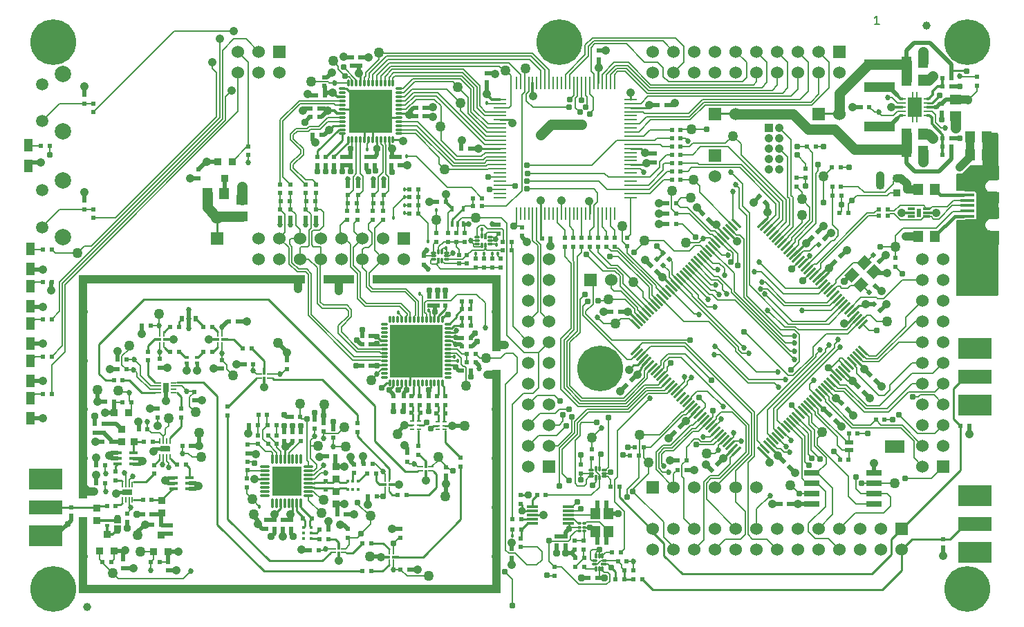
<source format=gtl>
G04 #@! TF.GenerationSoftware,KiCad,Pcbnew,6.0.10-86aedd382b~118~ubuntu22.04.1*
G04 #@! TF.CreationDate,2023-01-31T23:37:38-05:00*
G04 #@! TF.ProjectId,hackrf-one,6861636b-7266-42d6-9f6e-652e6b696361,r9*
G04 #@! TF.SameCoordinates,Original*
G04 #@! TF.FileFunction,Copper,L1,Top*
G04 #@! TF.FilePolarity,Positive*
%FSLAX46Y46*%
G04 Gerber Fmt 4.6, Leading zero omitted, Abs format (unit mm)*
G04 Created by KiCad (PCBNEW 6.0.10-86aedd382b~118~ubuntu22.04.1) date 2023-01-31 23:37:38*
%MOMM*%
%LPD*%
G01*
G04 APERTURE LIST*
G04 Aperture macros list*
%AMRoundRect*
0 Rectangle with rounded corners*
0 $1 Rounding radius*
0 $2 $3 $4 $5 $6 $7 $8 $9 X,Y pos of 4 corners*
0 Add a 4 corners polygon primitive as box body*
4,1,4,$2,$3,$4,$5,$6,$7,$8,$9,$2,$3,0*
0 Add four circle primitives for the rounded corners*
1,1,$1+$1,$2,$3*
1,1,$1+$1,$4,$5*
1,1,$1+$1,$6,$7*
1,1,$1+$1,$8,$9*
0 Add four rect primitives between the rounded corners*
20,1,$1+$1,$2,$3,$4,$5,0*
20,1,$1+$1,$4,$5,$6,$7,0*
20,1,$1+$1,$6,$7,$8,$9,0*
20,1,$1+$1,$8,$9,$2,$3,0*%
%AMRotRect*
0 Rectangle, with rotation*
0 The origin of the aperture is its center*
0 $1 length*
0 $2 width*
0 $3 Rotation angle, in degrees counterclockwise*
0 Add horizontal line*
21,1,$1,$2,0,0,$3*%
G04 Aperture macros list end*
%ADD10C,0.177800*%
G04 #@! TA.AperFunction,NonConductor*
%ADD11C,0.177800*%
G04 #@! TD*
G04 #@! TA.AperFunction,SMDPad,CuDef*
%ADD12R,1.000000X1.500000*%
G04 #@! TD*
G04 #@! TA.AperFunction,SMDPad,CuDef*
%ADD13C,1.000000*%
G04 #@! TD*
G04 #@! TA.AperFunction,SMDPad,CuDef*
%ADD14R,0.558800X0.508000*%
G04 #@! TD*
G04 #@! TA.AperFunction,SMDPad,CuDef*
%ADD15R,0.508000X0.558800*%
G04 #@! TD*
G04 #@! TA.AperFunction,SMDPad,CuDef*
%ADD16R,1.440180X1.150620*%
G04 #@! TD*
G04 #@! TA.AperFunction,SMDPad,CuDef*
%ADD17R,1.150620X1.440180*%
G04 #@! TD*
G04 #@! TA.AperFunction,SMDPad,CuDef*
%ADD18RotRect,0.508000X0.558800X135.000000*%
G04 #@! TD*
G04 #@! TA.AperFunction,SMDPad,CuDef*
%ADD19RotRect,0.508000X0.558800X225.000000*%
G04 #@! TD*
G04 #@! TA.AperFunction,SMDPad,CuDef*
%ADD20RotRect,0.508000X0.558800X315.000000*%
G04 #@! TD*
G04 #@! TA.AperFunction,SMDPad,CuDef*
%ADD21RotRect,0.508000X0.558800X45.000000*%
G04 #@! TD*
G04 #@! TA.AperFunction,ComponentPad*
%ADD22C,1.500000*%
G04 #@! TD*
G04 #@! TA.AperFunction,SMDPad,CuDef*
%ADD23R,1.460000X2.140000*%
G04 #@! TD*
G04 #@! TA.AperFunction,ComponentPad*
%ADD24C,1.400000*%
G04 #@! TD*
G04 #@! TA.AperFunction,SMDPad,CuDef*
%ADD25R,2.100000X1.750000*%
G04 #@! TD*
G04 #@! TA.AperFunction,SMDPad,CuDef*
%ADD26R,2.100000X1.375000*%
G04 #@! TD*
G04 #@! TA.AperFunction,SMDPad,CuDef*
%ADD27R,1.350000X1.825000*%
G04 #@! TD*
G04 #@! TA.AperFunction,SMDPad,CuDef*
%ADD28R,1.750000X0.400000*%
G04 #@! TD*
G04 #@! TA.AperFunction,SMDPad,CuDef*
%ADD29R,3.800000X1.000000*%
G04 #@! TD*
G04 #@! TA.AperFunction,SMDPad,CuDef*
%ADD30R,3.850000X1.000000*%
G04 #@! TD*
G04 #@! TA.AperFunction,SMDPad,CuDef*
%ADD31R,1.000000X3.800000*%
G04 #@! TD*
G04 #@! TA.AperFunction,SMDPad,CuDef*
%ADD32R,1.000000X3.350000*%
G04 #@! TD*
G04 #@! TA.AperFunction,ComponentPad*
%ADD33C,0.600000*%
G04 #@! TD*
G04 #@! TA.AperFunction,ComponentPad*
%ADD34C,5.600000*%
G04 #@! TD*
G04 #@! TA.AperFunction,SMDPad,CuDef*
%ADD35R,0.863600X0.863600*%
G04 #@! TD*
G04 #@! TA.AperFunction,SMDPad,CuDef*
%ADD36R,3.700780X1.198880*%
G04 #@! TD*
G04 #@! TA.AperFunction,SMDPad,CuDef*
%ADD37R,4.190000X1.780000*%
G04 #@! TD*
G04 #@! TA.AperFunction,SMDPad,CuDef*
%ADD38R,4.190000X2.665000*%
G04 #@! TD*
G04 #@! TA.AperFunction,ComponentPad*
%ADD39R,1.524000X1.524000*%
G04 #@! TD*
G04 #@! TA.AperFunction,ComponentPad*
%ADD40C,1.524000*%
G04 #@! TD*
G04 #@! TA.AperFunction,SMDPad,CuDef*
%ADD41C,1.270000*%
G04 #@! TD*
G04 #@! TA.AperFunction,ComponentPad*
%ADD42R,1.066800X1.066800*%
G04 #@! TD*
G04 #@! TA.AperFunction,ComponentPad*
%ADD43C,1.066800*%
G04 #@! TD*
G04 #@! TA.AperFunction,SMDPad,CuDef*
%ADD44R,0.914400X0.914400*%
G04 #@! TD*
G04 #@! TA.AperFunction,ComponentPad*
%ADD45C,2.000000*%
G04 #@! TD*
G04 #@! TA.AperFunction,SMDPad,CuDef*
%ADD46R,0.330200X0.408940*%
G04 #@! TD*
G04 #@! TA.AperFunction,SMDPad,CuDef*
%ADD47R,0.408940X0.330200*%
G04 #@! TD*
G04 #@! TA.AperFunction,SMDPad,CuDef*
%ADD48R,0.551180X0.248920*%
G04 #@! TD*
G04 #@! TA.AperFunction,SMDPad,CuDef*
%ADD49R,0.230000X0.645000*%
G04 #@! TD*
G04 #@! TA.AperFunction,SMDPad,CuDef*
%ADD50R,0.813000X0.300000*%
G04 #@! TD*
G04 #@! TA.AperFunction,SMDPad,CuDef*
%ADD51R,0.645000X0.230000*%
G04 #@! TD*
G04 #@! TA.AperFunction,SMDPad,CuDef*
%ADD52R,0.300000X0.813000*%
G04 #@! TD*
G04 #@! TA.AperFunction,SMDPad,CuDef*
%ADD53R,0.500380X0.398780*%
G04 #@! TD*
G04 #@! TA.AperFunction,SMDPad,CuDef*
%ADD54R,1.100000X1.100000*%
G04 #@! TD*
G04 #@! TA.AperFunction,SMDPad,CuDef*
%ADD55R,3.525000X3.525000*%
G04 #@! TD*
G04 #@! TA.AperFunction,SMDPad,CuDef*
%ADD56O,0.280000X1.350000*%
G04 #@! TD*
G04 #@! TA.AperFunction,SMDPad,CuDef*
%ADD57O,1.350000X0.280000*%
G04 #@! TD*
G04 #@! TA.AperFunction,SMDPad,CuDef*
%ADD58R,0.500380X0.701040*%
G04 #@! TD*
G04 #@! TA.AperFunction,SMDPad,CuDef*
%ADD59R,0.599440X0.500380*%
G04 #@! TD*
G04 #@! TA.AperFunction,SMDPad,CuDef*
%ADD60R,0.500000X1.200000*%
G04 #@! TD*
G04 #@! TA.AperFunction,SMDPad,CuDef*
%ADD61O,0.200000X1.100000*%
G04 #@! TD*
G04 #@! TA.AperFunction,SMDPad,CuDef*
%ADD62RotRect,0.171120X0.142240X135.000000*%
G04 #@! TD*
G04 #@! TA.AperFunction,SMDPad,CuDef*
%ADD63R,0.200000X0.150000*%
G04 #@! TD*
G04 #@! TA.AperFunction,SMDPad,CuDef*
%ADD64R,0.200000X1.300000*%
G04 #@! TD*
G04 #@! TA.AperFunction,SMDPad,CuDef*
%ADD65O,0.200000X1.200000*%
G04 #@! TD*
G04 #@! TA.AperFunction,SMDPad,CuDef*
%ADD66R,0.600000X1.100000*%
G04 #@! TD*
G04 #@! TA.AperFunction,SMDPad,CuDef*
%ADD67R,0.800000X0.240000*%
G04 #@! TD*
G04 #@! TA.AperFunction,SMDPad,CuDef*
%ADD68O,1.100000X0.200000*%
G04 #@! TD*
G04 #@! TA.AperFunction,SMDPad,CuDef*
%ADD69RotRect,0.171120X0.142240X225.000000*%
G04 #@! TD*
G04 #@! TA.AperFunction,SMDPad,CuDef*
%ADD70R,1.300000X0.200000*%
G04 #@! TD*
G04 #@! TA.AperFunction,SMDPad,CuDef*
%ADD71R,0.150000X0.200000*%
G04 #@! TD*
G04 #@! TA.AperFunction,SMDPad,CuDef*
%ADD72R,1.100000X0.600000*%
G04 #@! TD*
G04 #@! TA.AperFunction,SMDPad,CuDef*
%ADD73R,1.200000X0.500000*%
G04 #@! TD*
G04 #@! TA.AperFunction,SMDPad,CuDef*
%ADD74O,1.200000X0.200000*%
G04 #@! TD*
G04 #@! TA.AperFunction,SMDPad,CuDef*
%ADD75R,0.240000X0.800000*%
G04 #@! TD*
G04 #@! TA.AperFunction,SMDPad,CuDef*
%ADD76R,0.990600X0.457200*%
G04 #@! TD*
G04 #@! TA.AperFunction,SMDPad,CuDef*
%ADD77RotRect,0.171120X0.142240X45.000000*%
G04 #@! TD*
G04 #@! TA.AperFunction,SMDPad,CuDef*
%ADD78R,0.500000X1.100000*%
G04 #@! TD*
G04 #@! TA.AperFunction,SMDPad,CuDef*
%ADD79R,0.900000X0.300000*%
G04 #@! TD*
G04 #@! TA.AperFunction,ComponentPad*
%ADD80C,0.500000*%
G04 #@! TD*
G04 #@! TA.AperFunction,SMDPad,CuDef*
%ADD81R,6.500000X6.500000*%
G04 #@! TD*
G04 #@! TA.AperFunction,SMDPad,CuDef*
%ADD82RoundRect,0.075000X0.075000X-0.325000X0.075000X0.325000X-0.075000X0.325000X-0.075000X-0.325000X0*%
G04 #@! TD*
G04 #@! TA.AperFunction,SMDPad,CuDef*
%ADD83RoundRect,0.075000X0.325000X-0.075000X0.325000X0.075000X-0.325000X0.075000X-0.325000X-0.075000X0*%
G04 #@! TD*
G04 #@! TA.AperFunction,ComponentPad*
%ADD84C,0.635000*%
G04 #@! TD*
G04 #@! TA.AperFunction,SMDPad,CuDef*
%ADD85R,1.650000X1.650000*%
G04 #@! TD*
G04 #@! TA.AperFunction,SMDPad,CuDef*
%ADD86R,5.300000X5.300000*%
G04 #@! TD*
G04 #@! TA.AperFunction,SMDPad,CuDef*
%ADD87O,0.280000X0.900000*%
G04 #@! TD*
G04 #@! TA.AperFunction,SMDPad,CuDef*
%ADD88O,0.900000X0.280000*%
G04 #@! TD*
G04 #@! TA.AperFunction,SMDPad,CuDef*
%ADD89R,1.400000X0.300000*%
G04 #@! TD*
G04 #@! TA.AperFunction,SMDPad,CuDef*
%ADD90R,1.905000X0.635000*%
G04 #@! TD*
G04 #@! TA.AperFunction,SMDPad,CuDef*
%ADD91R,0.280000X0.700000*%
G04 #@! TD*
G04 #@! TA.AperFunction,SMDPad,CuDef*
%ADD92R,0.825000X1.200000*%
G04 #@! TD*
G04 #@! TA.AperFunction,SMDPad,CuDef*
%ADD93R,0.280000X1.400000*%
G04 #@! TD*
G04 #@! TA.AperFunction,ComponentPad*
%ADD94C,0.585000*%
G04 #@! TD*
G04 #@! TA.AperFunction,SMDPad,CuDef*
%ADD95R,0.850000X0.280000*%
G04 #@! TD*
G04 #@! TA.AperFunction,SMDPad,CuDef*
%ADD96RotRect,1.501140X0.294640X225.000000*%
G04 #@! TD*
G04 #@! TA.AperFunction,SMDPad,CuDef*
%ADD97RotRect,1.501140X0.294640X315.000000*%
G04 #@! TD*
G04 #@! TA.AperFunction,SMDPad,CuDef*
%ADD98R,0.294640X1.501140*%
G04 #@! TD*
G04 #@! TA.AperFunction,SMDPad,CuDef*
%ADD99R,1.501140X0.294640*%
G04 #@! TD*
G04 #@! TA.AperFunction,SMDPad,CuDef*
%ADD100R,1.198880X1.399540*%
G04 #@! TD*
G04 #@! TA.AperFunction,SMDPad,CuDef*
%ADD101RotRect,1.399540X1.198880X45.000000*%
G04 #@! TD*
G04 #@! TA.AperFunction,SMDPad,CuDef*
%ADD102R,2.400000X1.500000*%
G04 #@! TD*
G04 #@! TA.AperFunction,SMDPad,CuDef*
%ADD103R,0.600000X0.350000*%
G04 #@! TD*
G04 #@! TA.AperFunction,SMDPad,CuDef*
%ADD104R,0.400000X0.650000*%
G04 #@! TD*
G04 #@! TA.AperFunction,SMDPad,CuDef*
%ADD105R,0.863600X0.508000*%
G04 #@! TD*
G04 #@! TA.AperFunction,SMDPad,CuDef*
%ADD106O,0.863600X1.092200*%
G04 #@! TD*
G04 #@! TA.AperFunction,SMDPad,CuDef*
%ADD107RoundRect,0.011000X0.099000X-0.314000X0.099000X0.314000X-0.099000X0.314000X-0.099000X-0.314000X0*%
G04 #@! TD*
G04 #@! TA.AperFunction,SMDPad,CuDef*
%ADD108RoundRect,0.011000X0.099000X-0.264000X0.099000X0.264000X-0.099000X0.264000X-0.099000X-0.264000X0*%
G04 #@! TD*
G04 #@! TA.AperFunction,SMDPad,CuDef*
%ADD109RoundRect,0.011000X0.264000X0.099000X-0.264000X0.099000X-0.264000X-0.099000X0.264000X-0.099000X0*%
G04 #@! TD*
G04 #@! TA.AperFunction,SMDPad,CuDef*
%ADD110RoundRect,0.011000X-0.099000X0.264000X-0.099000X-0.264000X0.099000X-0.264000X0.099000X0.264000X0*%
G04 #@! TD*
G04 #@! TA.AperFunction,SMDPad,CuDef*
%ADD111RoundRect,0.011000X-0.264000X-0.099000X0.264000X-0.099000X0.264000X0.099000X-0.264000X0.099000X0*%
G04 #@! TD*
G04 #@! TA.AperFunction,SMDPad,CuDef*
%ADD112RoundRect,0.011000X-0.099000X0.314000X-0.099000X-0.314000X0.099000X-0.314000X0.099000X0.314000X0*%
G04 #@! TD*
G04 #@! TA.AperFunction,SMDPad,CuDef*
%ADD113RoundRect,0.030000X0.170000X0.120000X-0.170000X0.120000X-0.170000X-0.120000X0.170000X-0.120000X0*%
G04 #@! TD*
G04 #@! TA.AperFunction,SMDPad,CuDef*
%ADD114RoundRect,0.011000X0.314000X0.099000X-0.314000X0.099000X-0.314000X-0.099000X0.314000X-0.099000X0*%
G04 #@! TD*
G04 #@! TA.AperFunction,ViaPad*
%ADD115C,0.685800*%
G04 #@! TD*
G04 #@! TA.AperFunction,ViaPad*
%ADD116C,0.787400*%
G04 #@! TD*
G04 #@! TA.AperFunction,ViaPad*
%ADD117C,1.066800*%
G04 #@! TD*
G04 #@! TA.AperFunction,ViaPad*
%ADD118C,0.457200*%
G04 #@! TD*
G04 #@! TA.AperFunction,ViaPad*
%ADD119C,0.939800*%
G04 #@! TD*
G04 #@! TA.AperFunction,Conductor*
%ADD120C,0.203200*%
G04 #@! TD*
G04 #@! TA.AperFunction,Conductor*
%ADD121C,0.293370*%
G04 #@! TD*
G04 #@! TA.AperFunction,Conductor*
%ADD122C,0.254000*%
G04 #@! TD*
G04 #@! TA.AperFunction,Conductor*
%ADD123C,1.270000*%
G04 #@! TD*
G04 #@! TA.AperFunction,Conductor*
%ADD124C,0.508000*%
G04 #@! TD*
G04 #@! TA.AperFunction,Conductor*
%ADD125C,1.016000*%
G04 #@! TD*
G04 #@! TA.AperFunction,Conductor*
%ADD126C,0.304800*%
G04 #@! TD*
G04 #@! TA.AperFunction,Conductor*
%ADD127C,0.152400*%
G04 #@! TD*
G04 #@! TA.AperFunction,Conductor*
%ADD128C,0.127000*%
G04 #@! TD*
G04 #@! TA.AperFunction,Conductor*
%ADD129C,0.457200*%
G04 #@! TD*
G04 #@! TA.AperFunction,Conductor*
%ADD130C,0.406400*%
G04 #@! TD*
G04 #@! TA.AperFunction,Conductor*
%ADD131C,0.241300*%
G04 #@! TD*
G04 #@! TA.AperFunction,Conductor*
%ADD132C,0.279400*%
G04 #@! TD*
G04 APERTURE END LIST*
D10*
D11*
X165190285Y-101759619D02*
X164609714Y-101759619D01*
X164900000Y-101759619D02*
X164900000Y-100743619D01*
X164803238Y-100888761D01*
X164706476Y-100985523D01*
X164609714Y-101033904D01*
G04 #@! TO.C,NT1*
G36*
X147122000Y-112897000D02*
G01*
X145598000Y-112897000D01*
X145598000Y-112643000D01*
X147122000Y-112643000D01*
X147122000Y-112897000D01*
G37*
G04 #@! TO.C,NT2*
G36*
X159822000Y-112897000D02*
G01*
X158298000Y-112897000D01*
X158298000Y-112643000D01*
X159822000Y-112643000D01*
X159822000Y-112897000D01*
G37*
G04 #@! TO.C,NT3*
G36*
X84257000Y-127502000D02*
G01*
X84003000Y-127502000D01*
X84003000Y-125978000D01*
X84257000Y-125978000D01*
X84257000Y-127502000D01*
G37*
G04 #@! TD*
D12*
G04 #@! TO.P,D6,1,K*
G04 #@! TO.N,GND*
X61270000Y-150088000D03*
G04 #@! TO.P,D6,2,A*
G04 #@! TO.N,Net-(D6-Pad2)*
X61270000Y-147588000D03*
G04 #@! TD*
G04 #@! TO.P,D4,1,K*
G04 #@! TO.N,GND*
X61270000Y-140944000D03*
G04 #@! TO.P,D4,2,A*
G04 #@! TO.N,Net-(D4-Pad2)*
X61270000Y-138444000D03*
G04 #@! TD*
G04 #@! TO.P,D8,1,K*
G04 #@! TO.N,GND*
X61270000Y-131800000D03*
G04 #@! TO.P,D8,2,A*
G04 #@! TO.N,Net-(D8-Pad2)*
X61270000Y-129300000D03*
G04 #@! TD*
G04 #@! TO.P,D5,1,K*
G04 #@! TO.N,GND*
X61270000Y-145516000D03*
G04 #@! TO.P,D5,2,A*
G04 #@! TO.N,Net-(D5-Pad2)*
X61270000Y-143016000D03*
G04 #@! TD*
G04 #@! TO.P,D2,1,K*
G04 #@! TO.N,GND*
X61270000Y-136372000D03*
G04 #@! TO.P,D2,2,A*
G04 #@! TO.N,Net-(D2-Pad2)*
X61270000Y-133872000D03*
G04 #@! TD*
G04 #@! TO.P,D7,1,K*
G04 #@! TO.N,GND*
X61000000Y-119150000D03*
G04 #@! TO.P,D7,2,A*
G04 #@! TO.N,Net-(D7-Pad2)*
X61000000Y-116650000D03*
G04 #@! TD*
D13*
G04 #@! TO.P,MARK1MM,*
G04 #@! TO.N,*
X171000000Y-102000000D03*
G04 #@! TD*
D14*
G04 #@! TO.P,C1,1*
G04 #@! TO.N,VAA*
X91096400Y-162513400D03*
G04 #@! TO.P,C1,2*
G04 #@! TO.N,GND*
X91096400Y-163580200D03*
G04 #@! TD*
G04 #@! TO.P,C2,1*
G04 #@! TO.N,VAA*
X90080400Y-162513400D03*
G04 #@! TO.P,C2,2*
G04 #@! TO.N,GND*
X90080400Y-163580200D03*
G04 #@! TD*
G04 #@! TO.P,C3,1*
G04 #@! TO.N,VAA*
X93128400Y-162513400D03*
G04 #@! TO.P,C3,2*
G04 #@! TO.N,GND*
X93128400Y-163580200D03*
G04 #@! TD*
G04 #@! TO.P,C4,1*
G04 #@! TO.N,VAA*
X92112400Y-162513400D03*
G04 #@! TO.P,C4,2*
G04 #@! TO.N,GND*
X92112400Y-163580200D03*
G04 #@! TD*
G04 #@! TO.P,C5,1*
G04 #@! TO.N,VAA*
X92341000Y-152861400D03*
G04 #@! TO.P,C5,2*
G04 #@! TO.N,GND*
X92341000Y-151794600D03*
G04 #@! TD*
G04 #@! TO.P,C6,1*
G04 #@! TO.N,VAA*
X93357000Y-152861400D03*
G04 #@! TO.P,C6,2*
G04 #@! TO.N,GND*
X93357000Y-151794600D03*
G04 #@! TD*
D15*
G04 #@! TO.P,C7,1*
G04 #@! TO.N,GND*
X107617400Y-168576200D03*
G04 #@! TO.P,C7,2*
G04 #@! TO.N,!MIX_BYPASS*
X106550600Y-168576200D03*
G04 #@! TD*
D14*
G04 #@! TO.P,C8,1*
G04 #@! TO.N,TX_IF*
X113919000Y-154914600D03*
G04 #@! TO.P,C8,2*
G04 #@! TO.N,Net-(C8-Pad2)*
X113919000Y-155981400D03*
G04 #@! TD*
G04 #@! TO.P,C9,1*
G04 #@! TO.N,Net-(C9-Pad1)*
X85400000Y-149701600D03*
G04 #@! TO.P,C9,2*
G04 #@! TO.N,Net-(C9-Pad2)*
X85400000Y-148634800D03*
G04 #@! TD*
D15*
G04 #@! TO.P,C10,1*
G04 #@! TO.N,GND*
X87447400Y-143481600D03*
G04 #@! TO.P,C10,2*
G04 #@! TO.N,VAA*
X88514200Y-143481600D03*
G04 #@! TD*
D14*
G04 #@! TO.P,C11,1*
G04 #@! TO.N,GND*
X84713800Y-143995600D03*
G04 #@! TO.P,C11,2*
G04 #@! TO.N,HP*
X84713800Y-142928800D03*
G04 #@! TD*
G04 #@! TO.P,C12,1*
G04 #@! TO.N,Net-(C12-Pad1)*
X87794400Y-153293200D03*
G04 #@! TO.P,C12,2*
G04 #@! TO.N,GND*
X87794400Y-154360000D03*
G04 #@! TD*
D15*
G04 #@! TO.P,C13,1*
G04 #@! TO.N,Net-(C13-Pad1)*
X89089800Y-150905600D03*
G04 #@! TO.P,C13,2*
G04 #@! TO.N,GND*
X88023000Y-150905600D03*
G04 #@! TD*
D14*
G04 #@! TO.P,C14,1*
G04 #@! TO.N,Net-(C14-Pad1)*
X90334400Y-153217000D03*
G04 #@! TO.P,C14,2*
G04 #@! TO.N,Net-(C14-Pad2)*
X90334400Y-152150200D03*
G04 #@! TD*
D15*
G04 #@! TO.P,C15,1*
G04 #@! TO.N,Net-(C14-Pad1)*
X90309000Y-150905600D03*
G04 #@! TO.P,C15,2*
G04 #@! TO.N,Net-(C15-Pad2)*
X91375800Y-150905600D03*
G04 #@! TD*
D14*
G04 #@! TO.P,C16,1*
G04 #@! TO.N,VAA*
X106499800Y-164690000D03*
G04 #@! TO.P,C16,2*
G04 #@! TO.N,GND*
X106499800Y-163623200D03*
G04 #@! TD*
D15*
G04 #@! TO.P,C17,1*
G04 #@! TO.N,Net-(C17-Pad1)*
X82402400Y-141938200D03*
G04 #@! TO.P,C17,2*
G04 #@! TO.N,Net-(C17-Pad2)*
X83469200Y-141938200D03*
G04 #@! TD*
G04 #@! TO.P,C18,1*
G04 #@! TO.N,Net-(C18-Pad1)*
X78338400Y-141938200D03*
G04 #@! TO.P,C18,2*
G04 #@! TO.N,Net-(C18-Pad2)*
X79405200Y-141938200D03*
G04 #@! TD*
D14*
G04 #@! TO.P,C19,1*
G04 #@! TO.N,GND*
X77093800Y-143868600D03*
G04 #@! TO.P,C19,2*
G04 #@! TO.N,VAA*
X77093800Y-142801800D03*
G04 #@! TD*
D15*
G04 #@! TO.P,C20,1*
G04 #@! TO.N,Net-(C20-Pad1)*
X87274400Y-141528800D03*
G04 #@! TO.P,C20,2*
G04 #@! TO.N,Net-(C20-Pad2)*
X88341200Y-141528800D03*
G04 #@! TD*
G04 #@! TO.P,C21,1*
G04 #@! TO.N,Net-(C21-Pad1)*
X102971600Y-165379400D03*
G04 #@! TO.P,C21,2*
G04 #@! TO.N,Net-(C21-Pad2)*
X101904800Y-165379400D03*
G04 #@! TD*
G04 #@! TO.P,C22,1*
G04 #@! TO.N,GND*
X95439800Y-166272600D03*
G04 #@! TO.P,C22,2*
G04 #@! TO.N,VAA*
X96506600Y-166272600D03*
G04 #@! TD*
D14*
G04 #@! TO.P,C23,1*
G04 #@! TO.N,Net-(C23-Pad1)*
X101269800Y-151714200D03*
G04 #@! TO.P,C23,2*
G04 #@! TO.N,Net-(C23-Pad2)*
X101269800Y-150647400D03*
G04 #@! TD*
G04 #@! TO.P,C24,1*
G04 #@! TO.N,GND*
X92679800Y-142948200D03*
G04 #@! TO.P,C24,2*
G04 #@! TO.N,RX*
X92679800Y-144015000D03*
G04 #@! TD*
D15*
G04 #@! TO.P,C25,1*
G04 #@! TO.N,Net-(C25-Pad1)*
X96659000Y-163732600D03*
G04 #@! TO.P,C25,2*
G04 #@! TO.N,GND*
X97725800Y-163732600D03*
G04 #@! TD*
G04 #@! TO.P,C26,1*
G04 #@! TO.N,Net-(C26-Pad1)*
X79405200Y-138890200D03*
G04 #@! TO.P,C26,2*
G04 #@! TO.N,Net-(C26-Pad2)*
X78338400Y-138890200D03*
G04 #@! TD*
G04 #@! TO.P,C27,1*
G04 #@! TO.N,Net-(C27-Pad1)*
X82402400Y-138890200D03*
G04 #@! TO.P,C27,2*
G04 #@! TO.N,Net-(C27-Pad2)*
X83469200Y-138890200D03*
G04 #@! TD*
G04 #@! TO.P,C28,1*
G04 #@! TO.N,Net-(C28-Pad1)*
X96659000Y-164875600D03*
G04 #@! TO.P,C28,2*
G04 #@! TO.N,Net-(C28-Pad2)*
X97725800Y-164875600D03*
G04 #@! TD*
G04 #@! TO.P,C29,1*
G04 #@! TO.N,LP*
X75950800Y-138712400D03*
G04 #@! TO.P,C29,2*
G04 #@! TO.N,GND*
X74884000Y-138712400D03*
G04 #@! TD*
G04 #@! TO.P,C30,1*
G04 #@! TO.N,VAA*
X85566600Y-138200000D03*
G04 #@! TO.P,C30,2*
G04 #@! TO.N,GND*
X86633400Y-138200000D03*
G04 #@! TD*
D14*
G04 #@! TO.P,C31,1*
G04 #@! TO.N,Net-(C31-Pad1)*
X75595200Y-142979600D03*
G04 #@! TO.P,C31,2*
G04 #@! TO.N,Net-(C31-Pad2)*
X75595200Y-141912800D03*
G04 #@! TD*
D15*
G04 #@! TO.P,C32,1*
G04 #@! TO.N,Net-(C32-Pad1)*
X102971600Y-168808400D03*
G04 #@! TO.P,C32,2*
G04 #@! TO.N,Net-(C32-Pad2)*
X101904800Y-168808400D03*
G04 #@! TD*
D14*
G04 #@! TO.P,C33,1*
G04 #@! TO.N,RX*
X100113400Y-164672400D03*
G04 #@! TO.P,C33,2*
G04 #@! TO.N,GND*
X100113400Y-163605600D03*
G04 #@! TD*
G04 #@! TO.P,C34,1*
G04 #@! TO.N,MIXER_RESETX*
X98310000Y-152455000D03*
G04 #@! TO.P,C34,2*
G04 #@! TO.N,GND*
X98310000Y-151388200D03*
G04 #@! TD*
G04 #@! TO.P,C35,1*
G04 #@! TO.N,MIXER_ENX*
X97167000Y-151693000D03*
G04 #@! TO.P,C35,2*
G04 #@! TO.N,GND*
X97167000Y-150626200D03*
G04 #@! TD*
G04 #@! TO.P,C36,1*
G04 #@! TO.N,MIXER_SCLK*
X96024000Y-151312000D03*
G04 #@! TO.P,C36,2*
G04 #@! TO.N,GND*
X96024000Y-150245200D03*
G04 #@! TD*
D15*
G04 #@! TO.P,C37,1*
G04 #@! TO.N,MIXER_SDATA*
X94271400Y-149915000D03*
G04 #@! TO.P,C37,2*
G04 #@! TO.N,GND*
X93204600Y-149915000D03*
G04 #@! TD*
G04 #@! TO.P,C38,1*
G04 #@! TO.N,GND*
X71912200Y-142827200D03*
G04 #@! TO.P,C38,2*
G04 #@! TO.N,!MIX_BYPASS*
X72979000Y-142827200D03*
G04 #@! TD*
D14*
G04 #@! TO.P,C39,1*
G04 #@! TO.N,GND*
X81305400Y-147878800D03*
G04 #@! TO.P,C39,2*
G04 #@! TO.N,TX_MIX_BP*
X81305400Y-146812000D03*
G04 #@! TD*
D15*
G04 #@! TO.P,C40,1*
G04 #@! TO.N,GND*
X71912200Y-144071800D03*
G04 #@! TO.P,C40,2*
G04 #@! TO.N,RX_MIX_BP*
X72979000Y-144071800D03*
G04 #@! TD*
G04 #@! TO.P,C41,1*
G04 #@! TO.N,VAA*
X98792600Y-161827600D03*
G04 #@! TO.P,C41,2*
G04 #@! TO.N,GND*
X99859400Y-161827600D03*
G04 #@! TD*
G04 #@! TO.P,C42,1*
G04 #@! TO.N,VAA*
X98589400Y-154715600D03*
G04 #@! TO.P,C42,2*
G04 #@! TO.N,GND*
X97522600Y-154715600D03*
G04 #@! TD*
G04 #@! TO.P,C43,1*
G04 #@! TO.N,Net-(C43-Pad1)*
X72542400Y-145415000D03*
G04 #@! TO.P,C43,2*
G04 #@! TO.N,Net-(C43-Pad2)*
X71475600Y-145415000D03*
G04 #@! TD*
D14*
G04 #@! TO.P,C44,1*
G04 #@! TO.N,Net-(C44-Pad1)*
X79679800Y-149961600D03*
G04 #@! TO.P,C44,2*
G04 #@! TO.N,Net-(C44-Pad2)*
X79679800Y-148894800D03*
G04 #@! TD*
D15*
G04 #@! TO.P,C45,1*
G04 #@! TO.N,GND*
X102057200Y-155651200D03*
G04 #@! TO.P,C45,2*
G04 #@! TO.N,RX*
X103124000Y-155651200D03*
G04 #@! TD*
G04 #@! TO.P,C46,1*
G04 #@! TO.N,Net-(C46-Pad1)*
X103581200Y-156794200D03*
G04 #@! TO.P,C46,2*
G04 #@! TO.N,Net-(C46-Pad2)*
X102514400Y-156794200D03*
G04 #@! TD*
D14*
G04 #@! TO.P,C47,1*
G04 #@! TO.N,GND*
X112166400Y-157099000D03*
G04 #@! TO.P,C47,2*
G04 #@! TO.N,MIX_BYPASS*
X112166400Y-156032200D03*
G04 #@! TD*
G04 #@! TO.P,C48,1*
G04 #@! TO.N,Net-(C48-Pad1)*
X108737400Y-154533600D03*
G04 #@! TO.P,C48,2*
G04 #@! TO.N,RX_IF*
X108737400Y-153466800D03*
G04 #@! TD*
G04 #@! TO.P,C49,1*
G04 #@! TO.N,GND*
X100850000Y-155706200D03*
G04 #@! TO.P,C49,2*
G04 #@! TO.N,Net-(C49-Pad2)*
X100850000Y-156773000D03*
G04 #@! TD*
D15*
G04 #@! TO.P,C50,1*
G04 #@! TO.N,Net-(C50-Pad1)*
X75144600Y-152920000D03*
G04 #@! TO.P,C50,2*
G04 #@! TO.N,/Front End/RX_AMP_OUT*
X76211400Y-152920000D03*
G04 #@! TD*
G04 #@! TO.P,C51,1*
G04 #@! TO.N,Net-(C51-Pad1)*
X107274800Y-159434000D03*
G04 #@! TO.P,C51,2*
G04 #@! TO.N,Net-(C51-Pad2)*
X106208000Y-159434000D03*
G04 #@! TD*
G04 #@! TO.P,C52,1*
G04 #@! TO.N,Net-(C163-Pad2)*
X71131400Y-152920000D03*
G04 #@! TO.P,C52,2*
G04 #@! TO.N,GND*
X70064600Y-152920000D03*
G04 #@! TD*
G04 #@! TO.P,C53,1*
G04 #@! TO.N,VAA*
X71480800Y-147999800D03*
G04 #@! TO.P,C53,2*
G04 #@! TO.N,GND*
X70414000Y-147999800D03*
G04 #@! TD*
G04 #@! TO.P,C54,1*
G04 #@! TO.N,VAA*
X103657400Y-159664400D03*
G04 #@! TO.P,C54,2*
G04 #@! TO.N,GND*
X102590600Y-159664400D03*
G04 #@! TD*
G04 #@! TO.P,C55,1*
G04 #@! TO.N,TX_AMP*
X79843600Y-153428000D03*
G04 #@! TO.P,C55,2*
G04 #@! TO.N,GND*
X80910400Y-153428000D03*
G04 #@! TD*
D14*
G04 #@! TO.P,C56,1*
G04 #@! TO.N,VAA*
X107391200Y-155397200D03*
G04 #@! TO.P,C56,2*
G04 #@! TO.N,GND*
X107391200Y-154330400D03*
G04 #@! TD*
G04 #@! TO.P,C57,1*
G04 #@! TO.N,AMP_BYPASS*
X76835000Y-149961600D03*
G04 #@! TO.P,C57,2*
G04 #@! TO.N,GND*
X76835000Y-148894800D03*
G04 #@! TD*
G04 #@! TO.P,C58,1*
G04 #@! TO.N,/Front End/RX_AMP_IN*
X71614000Y-157644400D03*
G04 #@! TO.P,C58,2*
G04 #@! TO.N,Net-(C58-Pad2)*
X71614000Y-156577600D03*
G04 #@! TD*
D15*
G04 #@! TO.P,C59,1*
G04 #@! TO.N,/Front End/TX_AMP_IN*
X79208600Y-155714000D03*
G04 #@! TO.P,C59,2*
G04 #@! TO.N,Net-(C59-Pad2)*
X80275400Y-155714000D03*
G04 #@! TD*
G04 #@! TO.P,C60,1*
G04 #@! TO.N,GND*
X74509600Y-151396000D03*
G04 #@! TO.P,C60,2*
G04 #@! TO.N,RX_AMP*
X75576400Y-151396000D03*
G04 #@! TD*
D14*
G04 #@! TO.P,C61,1*
G04 #@! TO.N,Net-(C61-Pad1)*
X76363800Y-156857000D03*
G04 #@! TO.P,C61,2*
G04 #@! TO.N,Net-(C61-Pad2)*
X76363800Y-155790200D03*
G04 #@! TD*
D15*
G04 #@! TO.P,C62,1*
G04 #@! TO.N,/Front End/TX_AMP_OUT*
X75017600Y-160032000D03*
G04 #@! TO.P,C62,2*
G04 #@! TO.N,Net-(C62-Pad2)*
X76084400Y-160032000D03*
G04 #@! TD*
D14*
G04 #@! TO.P,C63,1*
G04 #@! TO.N,TX_AMP*
X73087200Y-161708400D03*
G04 #@! TO.P,C63,2*
G04 #@! TO.N,GND*
X73087200Y-162775200D03*
G04 #@! TD*
D15*
G04 #@! TO.P,C64,1*
G04 #@! TO.N,Net-(C64-Pad1)*
X71663400Y-160810000D03*
G04 #@! TO.P,C64,2*
G04 #@! TO.N,Net-(C64-Pad2)*
X70596600Y-160810000D03*
G04 #@! TD*
G04 #@! TO.P,C65,1*
G04 #@! TO.N,GND*
X69302600Y-158000000D03*
G04 #@! TO.P,C65,2*
G04 #@! TO.N,AMP_BYPASS*
X70369400Y-158000000D03*
G04 #@! TD*
G04 #@! TO.P,C66,1*
G04 #@! TO.N,GND*
X69302600Y-155841000D03*
G04 #@! TO.P,C66,2*
G04 #@! TO.N,RX_AMP*
X70369400Y-155841000D03*
G04 #@! TD*
D14*
G04 #@! TO.P,C67,1*
G04 #@! TO.N,MIX_CLK*
X87700000Y-158533400D03*
G04 #@! TO.P,C67,2*
G04 #@! TO.N,/Front End/REF_IN*
X87700000Y-157466600D03*
G04 #@! TD*
G04 #@! TO.P,C68,1*
G04 #@! TO.N,VCC*
X126800000Y-164566600D03*
G04 #@! TO.P,C68,2*
G04 #@! TO.N,GND*
X126800000Y-165633400D03*
G04 #@! TD*
G04 #@! TO.P,C69,1*
G04 #@! TO.N,VCC*
X125700000Y-164566600D03*
G04 #@! TO.P,C69,2*
G04 #@! TO.N,GND*
X125700000Y-165633400D03*
G04 #@! TD*
G04 #@! TO.P,C70,1*
G04 #@! TO.N,/Front End/REF_IN*
X87800000Y-156433400D03*
G04 #@! TO.P,C70,2*
G04 #@! TO.N,GND*
X87800000Y-155366600D03*
G04 #@! TD*
G04 #@! TO.P,C71,1*
G04 #@! TO.N,VAA*
X100482400Y-118024400D03*
G04 #@! TO.P,C71,2*
G04 #@! TO.N,GND*
X100482400Y-119091200D03*
G04 #@! TD*
G04 #@! TO.P,C72,1*
G04 #@! TO.N,VAA*
X99466400Y-118024400D03*
G04 #@! TO.P,C72,2*
G04 #@! TO.N,GND*
X99466400Y-119091200D03*
G04 #@! TD*
G04 #@! TO.P,C73,1*
G04 #@! TO.N,VAA*
X103403400Y-118024400D03*
G04 #@! TO.P,C73,2*
G04 #@! TO.N,GND*
X103403400Y-119091200D03*
G04 #@! TD*
G04 #@! TO.P,C74,1*
G04 #@! TO.N,VAA*
X102387400Y-118024400D03*
G04 #@! TO.P,C74,2*
G04 #@! TO.N,GND*
X102387400Y-119091200D03*
G04 #@! TD*
G04 #@! TO.P,C75,1*
G04 #@! TO.N,VAA*
X105435400Y-118024400D03*
G04 #@! TO.P,C75,2*
G04 #@! TO.N,GND*
X105435400Y-119091200D03*
G04 #@! TD*
G04 #@! TO.P,C76,1*
G04 #@! TO.N,VAA*
X106451400Y-118024400D03*
G04 #@! TO.P,C76,2*
G04 #@! TO.N,GND*
X106451400Y-119091200D03*
G04 #@! TD*
G04 #@! TO.P,C77,1*
G04 #@! TO.N,VAA*
X101625400Y-106899200D03*
G04 #@! TO.P,C77,2*
G04 #@! TO.N,GND*
X101625400Y-105832400D03*
G04 #@! TD*
G04 #@! TO.P,C78,1*
G04 #@! TO.N,VAA*
X100609400Y-106899200D03*
G04 #@! TO.P,C78,2*
G04 #@! TO.N,GND*
X100609400Y-105832400D03*
G04 #@! TD*
D15*
G04 #@! TO.P,C79,1*
G04 #@! TO.N,VAA*
X97269300Y-110493300D03*
G04 #@! TO.P,C79,2*
G04 #@! TO.N,GND*
X96202500Y-110493300D03*
G04 #@! TD*
D14*
G04 #@! TO.P,C80,1*
G04 #@! TO.N,VAA*
X97243900Y-109375700D03*
G04 #@! TO.P,C80,2*
G04 #@! TO.N,GND*
X97243900Y-108308900D03*
G04 #@! TD*
D15*
G04 #@! TO.P,C81,1*
G04 #@! TO.N,VAA*
X96634300Y-113160300D03*
G04 #@! TO.P,C81,2*
G04 #@! TO.N,GND*
X95567500Y-113160300D03*
G04 #@! TD*
G04 #@! TO.P,C82,1*
G04 #@! TO.N,VAA*
X96634300Y-112144300D03*
G04 #@! TO.P,C82,2*
G04 #@! TO.N,GND*
X95567500Y-112144300D03*
G04 #@! TD*
G04 #@! TO.P,C83,1*
G04 #@! TO.N,VAA*
X96888300Y-115319300D03*
G04 #@! TO.P,C83,2*
G04 #@! TO.N,GND*
X95821500Y-115319300D03*
G04 #@! TD*
D14*
G04 #@! TO.P,C84,1*
G04 #@! TO.N,VAA*
X106925000Y-147366600D03*
G04 #@! TO.P,C84,2*
G04 #@! TO.N,GND*
X106925000Y-148433400D03*
G04 #@! TD*
G04 #@! TO.P,C85,1*
G04 #@! TO.N,VAA*
X109975000Y-147366600D03*
G04 #@! TO.P,C85,2*
G04 #@! TO.N,GND*
X109975000Y-148433400D03*
G04 #@! TD*
D15*
G04 #@! TO.P,C86,1*
G04 #@! TO.N,VAA*
X114066600Y-144200000D03*
G04 #@! TO.P,C86,2*
G04 #@! TO.N,GND*
X115133400Y-144200000D03*
G04 #@! TD*
G04 #@! TO.P,C87,1*
G04 #@! TO.N,VAA*
X102933400Y-140000000D03*
G04 #@! TO.P,C87,2*
G04 #@! TO.N,GND*
X101866600Y-140000000D03*
G04 #@! TD*
G04 #@! TO.P,C88,1*
G04 #@! TO.N,VAA*
X114066600Y-141216000D03*
G04 #@! TO.P,C88,2*
G04 #@! TO.N,GND*
X115133400Y-141216000D03*
G04 #@! TD*
G04 #@! TO.P,C89,1*
G04 #@! TO.N,VAA*
X114066600Y-140216000D03*
G04 #@! TO.P,C89,2*
G04 #@! TO.N,GND*
X115133400Y-140216000D03*
G04 #@! TD*
D14*
G04 #@! TO.P,C90,1*
G04 #@! TO.N,VAA*
X111075000Y-136233400D03*
G04 #@! TO.P,C90,2*
G04 #@! TO.N,GND*
X111075000Y-135166600D03*
G04 #@! TD*
G04 #@! TO.P,C91,1*
G04 #@! TO.N,VAA*
X110075000Y-136233400D03*
G04 #@! TO.P,C91,2*
G04 #@! TO.N,GND*
X110075000Y-135166600D03*
G04 #@! TD*
D15*
G04 #@! TO.P,C92,1*
G04 #@! TO.N,VAA*
X102933400Y-141000000D03*
G04 #@! TO.P,C92,2*
G04 #@! TO.N,GND*
X101866600Y-141000000D03*
G04 #@! TD*
G04 #@! TO.P,C93,1*
G04 #@! TO.N,VAA*
X102933400Y-143616000D03*
G04 #@! TO.P,C93,2*
G04 #@! TO.N,GND*
X101866600Y-143616000D03*
G04 #@! TD*
D14*
G04 #@! TO.P,C94,1*
G04 #@! TO.N,VAA*
X105675000Y-147366600D03*
G04 #@! TO.P,C94,2*
G04 #@! TO.N,GND*
X105675000Y-148433400D03*
G04 #@! TD*
D15*
G04 #@! TO.P,C95,1*
G04 #@! TO.N,/Baseband/TXBBQ-*
X91922600Y-123460000D03*
G04 #@! TO.P,C95,2*
G04 #@! TO.N,/Baseband/TXBBQ+*
X92989400Y-123460000D03*
G04 #@! TD*
G04 #@! TO.P,C96,1*
G04 #@! TO.N,/Baseband/TXBBI+*
X95046800Y-123460000D03*
G04 #@! TO.P,C96,2*
G04 #@! TO.N,/Baseband/TXBBI-*
X96113600Y-123460000D03*
G04 #@! TD*
D14*
G04 #@! TO.P,C97,1*
G04 #@! TO.N,/Baseband/COM*
X96418400Y-118024400D03*
G04 #@! TO.P,C97,2*
G04 #@! TO.N,GND*
X96418400Y-119091200D03*
G04 #@! TD*
G04 #@! TO.P,C98,1*
G04 #@! TO.N,/Baseband/REFN*
X97434400Y-118024400D03*
G04 #@! TO.P,C98,2*
G04 #@! TO.N,GND*
X97434400Y-119091200D03*
G04 #@! TD*
G04 #@! TO.P,C99,1*
G04 #@! TO.N,Net-(C99-Pad1)*
X107925000Y-147350600D03*
G04 #@! TO.P,C99,2*
G04 #@! TO.N,Net-(C99-Pad2)*
X107925000Y-148417400D03*
G04 #@! TD*
G04 #@! TO.P,C100,1*
G04 #@! TO.N,/Baseband/REFP*
X98450400Y-118024400D03*
G04 #@! TO.P,C100,2*
G04 #@! TO.N,GND*
X98450400Y-119091200D03*
G04 #@! TD*
D15*
G04 #@! TO.P,C101,1*
G04 #@! TO.N,/Baseband/IA+*
X100114100Y-123701300D03*
G04 #@! TO.P,C101,2*
G04 #@! TO.N,/Baseband/IA-*
X101180900Y-123701300D03*
G04 #@! TD*
D14*
G04 #@! TO.P,C102,1*
G04 #@! TO.N,Net-(C102-Pad1)*
X108941000Y-147350600D03*
G04 #@! TO.P,C102,2*
G04 #@! TO.N,Net-(C102-Pad2)*
X108941000Y-148417400D03*
G04 #@! TD*
D15*
G04 #@! TO.P,C103,1*
G04 #@! TO.N,/Baseband/QA-*
X103238300Y-123701300D03*
G04 #@! TO.P,C103,2*
G04 #@! TO.N,/Baseband/QA+*
X104305100Y-123701300D03*
G04 #@! TD*
D14*
G04 #@! TO.P,C104,1*
G04 #@! TO.N,Net-(C104-Pad1)*
X111004500Y-147370500D03*
G04 #@! TO.P,C104,2*
G04 #@! TO.N,Net-(C104-Pad2)*
X111004500Y-148437300D03*
G04 #@! TD*
D16*
G04 #@! TO.P,C105,1*
G04 #@! TO.N,Net-(C105-Pad1)*
X87152600Y-125368400D03*
G04 #@! TO.P,C105,2*
G04 #@! TO.N,GND*
X87152600Y-123336400D03*
G04 #@! TD*
D14*
G04 #@! TO.P,C106,1*
G04 #@! TO.N,Net-(C106-Pad1)*
X112075000Y-136233400D03*
G04 #@! TO.P,C106,2*
G04 #@! TO.N,GND*
X112075000Y-135166600D03*
G04 #@! TD*
G04 #@! TO.P,C107,1*
G04 #@! TO.N,/Baseband/QA+*
X104470200Y-122698000D03*
G04 #@! TO.P,C107,2*
G04 #@! TO.N,GND*
X104470200Y-121631200D03*
G04 #@! TD*
G04 #@! TO.P,C108,1*
G04 #@! TO.N,/Baseband/QA-*
X103200200Y-122698000D03*
G04 #@! TO.P,C108,2*
G04 #@! TO.N,GND*
X103200200Y-121631200D03*
G04 #@! TD*
G04 #@! TO.P,C109,1*
G04 #@! TO.N,/Baseband/IA-*
X101346000Y-122698000D03*
G04 #@! TO.P,C109,2*
G04 #@! TO.N,GND*
X101346000Y-121631200D03*
G04 #@! TD*
G04 #@! TO.P,C110,1*
G04 #@! TO.N,/Baseband/IA+*
X100076000Y-122698000D03*
G04 #@! TO.P,C110,2*
G04 #@! TO.N,GND*
X100076000Y-121631200D03*
G04 #@! TD*
G04 #@! TO.P,C111,1*
G04 #@! TO.N,Net-(C111-Pad1)*
X112020500Y-147370500D03*
G04 #@! TO.P,C111,2*
G04 #@! TO.N,Net-(C111-Pad2)*
X112020500Y-148437300D03*
G04 #@! TD*
G04 #@! TO.P,C112,1*
G04 #@! TO.N,/Baseband/CPOUT-*
X114100000Y-136682600D03*
G04 #@! TO.P,C112,2*
G04 #@! TO.N,/Baseband/CPOUT+*
X114100000Y-137749400D03*
G04 #@! TD*
G04 #@! TO.P,C113,1*
G04 #@! TO.N,VCC*
X109400000Y-130166600D03*
G04 #@! TO.P,C113,2*
G04 #@! TO.N,GND*
X109400000Y-131233400D03*
G04 #@! TD*
G04 #@! TO.P,C114,1*
G04 #@! TO.N,Net-(C114-Pad1)*
X115100000Y-136682600D03*
G04 #@! TO.P,C114,2*
G04 #@! TO.N,Net-(C114-Pad2)*
X115100000Y-137749400D03*
G04 #@! TD*
D15*
G04 #@! TO.P,C115,1*
G04 #@! TO.N,XCVR_CLK*
X115733400Y-142200000D03*
G04 #@! TO.P,C115,2*
G04 #@! TO.N,/Baseband/XTAL2*
X114666600Y-142200000D03*
G04 #@! TD*
G04 #@! TO.P,C116,1*
G04 #@! TO.N,/Baseband/XTAL2*
X114666600Y-143200000D03*
G04 #@! TO.P,C116,2*
G04 #@! TO.N,GND*
X115733400Y-143200000D03*
G04 #@! TD*
G04 #@! TO.P,C118,1*
G04 #@! TO.N,/Microcontroller\u002C CPLD\u002C USB\u002C Power/RTCX1*
X161433400Y-155100000D03*
G04 #@! TO.P,C118,2*
G04 #@! TO.N,GND*
X160366600Y-155100000D03*
G04 #@! TD*
D14*
G04 #@! TO.P,C119,1*
G04 #@! TO.N,VCC*
X121300000Y-160533400D03*
G04 #@! TO.P,C119,2*
G04 #@! TO.N,GND*
X121300000Y-159466600D03*
G04 #@! TD*
G04 #@! TO.P,C120,1*
G04 #@! TO.N,VCC*
X128600000Y-156833400D03*
G04 #@! TO.P,C120,2*
G04 #@! TO.N,GND*
X128600000Y-155766600D03*
G04 #@! TD*
D15*
G04 #@! TO.P,C121,1*
G04 #@! TO.N,VCC*
X112103400Y-123600000D03*
G04 #@! TO.P,C121,2*
G04 #@! TO.N,GND*
X111036600Y-123600000D03*
G04 #@! TD*
G04 #@! TO.P,C122,1*
G04 #@! TO.N,VCC*
X130643400Y-169600000D03*
G04 #@! TO.P,C122,2*
G04 #@! TO.N,GND*
X129576600Y-169600000D03*
G04 #@! TD*
G04 #@! TO.P,C123,1*
G04 #@! TO.N,VCC*
X108458000Y-113058700D03*
G04 #@! TO.P,C123,2*
G04 #@! TO.N,GND*
X109524800Y-113058700D03*
G04 #@! TD*
G04 #@! TO.P,C124,1*
G04 #@! TO.N,VCC*
X108458000Y-112042700D03*
G04 #@! TO.P,C124,2*
G04 #@! TO.N,GND*
X109524800Y-112042700D03*
G04 #@! TD*
G04 #@! TO.P,C125,1*
G04 #@! TO.N,/Microcontroller\u002C CPLD\u002C USB\u002C Power/REG_OUT2*
X174000400Y-117793200D03*
G04 #@! TO.P,C125,2*
G04 #@! TO.N,Net-(C125-Pad2)*
X172933600Y-117793200D03*
G04 #@! TD*
D17*
G04 #@! TO.P,C126,1*
G04 #@! TO.N,/Microcontroller\u002C CPLD\u002C USB\u002C Power/REG_OUT2*
X168514000Y-117412200D03*
G04 #@! TO.P,C126,2*
G04 #@! TO.N,GND*
X170546000Y-117412200D03*
G04 #@! TD*
G04 #@! TO.P,C127,1*
G04 #@! TO.N,/Microcontroller\u002C CPLD\u002C USB\u002C Power/REG_OUT2*
X168514000Y-115253200D03*
G04 #@! TO.P,C127,2*
G04 #@! TO.N,GND*
X170546000Y-115253200D03*
G04 #@! TD*
D18*
G04 #@! TO.P,C128,1*
G04 #@! TO.N,VCC*
X151223451Y-123656520D03*
G04 #@! TO.P,C128,2*
G04 #@! TO.N,GND*
X150469109Y-122902178D03*
G04 #@! TD*
G04 #@! TO.P,C129,1*
G04 #@! TO.N,VCC*
X144308653Y-125721979D03*
G04 #@! TO.P,C129,2*
G04 #@! TO.N,GND*
X143554311Y-124967637D03*
G04 #@! TD*
G04 #@! TO.P,C130,1*
G04 #@! TO.N,VCC*
X137932672Y-132097961D03*
G04 #@! TO.P,C130,2*
G04 #@! TO.N,GND*
X137178330Y-131343619D03*
G04 #@! TD*
D15*
G04 #@! TO.P,C131,1*
G04 #@! TO.N,VCC*
X133431400Y-137001600D03*
G04 #@! TO.P,C131,2*
G04 #@! TO.N,GND*
X132364600Y-137001600D03*
G04 #@! TD*
D19*
G04 #@! TO.P,C132,1*
G04 #@! TO.N,VCC*
X134875371Y-145336629D03*
G04 #@! TO.P,C132,2*
G04 #@! TO.N,GND*
X134121029Y-146090971D03*
G04 #@! TD*
G04 #@! TO.P,C133,1*
G04 #@! TO.N,VCC*
X140806354Y-151100182D03*
G04 #@! TO.P,C133,2*
G04 #@! TO.N,GND*
X140052012Y-151854524D03*
G04 #@! TD*
G04 #@! TO.P,C134,1*
G04 #@! TO.N,VCC*
X145386284Y-155680113D03*
G04 #@! TO.P,C134,2*
G04 #@! TO.N,GND*
X144631942Y-156434455D03*
G04 #@! TD*
D20*
G04 #@! TO.P,C135,1*
G04 #@! TO.N,VCC*
X153432593Y-155320903D03*
G04 #@! TO.P,C135,2*
G04 #@! TO.N,GND*
X154186935Y-156075245D03*
G04 #@! TD*
G04 #@! TO.P,C136,1*
G04 #@! TO.N,/Microcontroller\u002C CPLD\u002C USB\u002C Power/VBAT*
X159090154Y-149663341D03*
G04 #@! TO.P,C136,2*
G04 #@! TO.N,GND*
X159844496Y-150417683D03*
G04 #@! TD*
G04 #@! TO.P,C137,1*
G04 #@! TO.N,VCC*
X160526995Y-148226500D03*
G04 #@! TO.P,C137,2*
G04 #@! TO.N,GND*
X161281337Y-148980842D03*
G04 #@! TD*
G04 #@! TO.P,C138,1*
G04 #@! TO.N,VCC*
X162592454Y-146161041D03*
G04 #@! TO.P,C138,2*
G04 #@! TO.N,GND*
X163346796Y-146915383D03*
G04 #@! TD*
G04 #@! TO.P,C139,1*
G04 #@! TO.N,VCC*
X164029295Y-144724200D03*
G04 #@! TO.P,C139,2*
G04 #@! TO.N,GND*
X164783637Y-145478542D03*
G04 #@! TD*
G04 #@! TO.P,C140,1*
G04 #@! TO.N,VCC*
X164568111Y-136103154D03*
G04 #@! TO.P,C140,2*
G04 #@! TO.N,GND*
X165322453Y-136857496D03*
G04 #@! TD*
D21*
G04 #@! TO.P,C141,1*
G04 #@! TO.N,VCC*
X156934893Y-127967043D03*
G04 #@! TO.P,C141,2*
G04 #@! TO.N,GND*
X157689235Y-127212701D03*
G04 #@! TD*
G04 #@! TO.P,C142,1*
G04 #@! TO.N,VCC*
X159718772Y-130930527D03*
G04 #@! TO.P,C142,2*
G04 #@! TO.N,GND*
X160473114Y-130176185D03*
G04 #@! TD*
D16*
G04 #@! TO.P,C143,1*
G04 #@! TO.N,/Microcontroller\u002C CPLD\u002C USB\u002C Power/VIN*
X174483000Y-111062200D03*
G04 #@! TO.P,C143,2*
G04 #@! TO.N,GND*
X174483000Y-113094200D03*
G04 #@! TD*
D15*
G04 #@! TO.P,C144,1*
G04 #@! TO.N,VCC*
X154152600Y-160578800D03*
G04 #@! TO.P,C144,2*
G04 #@! TO.N,GND*
X153085800Y-160578800D03*
G04 #@! TD*
D17*
G04 #@! TO.P,C145,1*
G04 #@! TO.N,GND*
X170546000Y-108649200D03*
G04 #@! TO.P,C145,2*
G04 #@! TO.N,/Microcontroller\u002C CPLD\u002C USB\u002C Power/REG_OUT1*
X168514000Y-108649200D03*
G04 #@! TD*
G04 #@! TO.P,C146,1*
G04 #@! TO.N,GND*
X170546000Y-106490200D03*
G04 #@! TO.P,C146,2*
G04 #@! TO.N,/Microcontroller\u002C CPLD\u002C USB\u002C Power/REG_OUT1*
X168514000Y-106490200D03*
G04 #@! TD*
D14*
G04 #@! TO.P,C147,1*
G04 #@! TO.N,/Microcontroller\u002C CPLD\u002C USB\u002C Power/VIN*
X172832000Y-111544800D03*
G04 #@! TO.P,C147,2*
G04 #@! TO.N,GND*
X172832000Y-112611600D03*
G04 #@! TD*
G04 #@! TO.P,C148,1*
G04 #@! TO.N,VCC*
X137668000Y-117627400D03*
G04 #@! TO.P,C148,2*
G04 #@! TO.N,GND*
X137668000Y-118694200D03*
G04 #@! TD*
D15*
G04 #@! TO.P,C149,1*
G04 #@! TO.N,VCC*
X138054200Y-111703200D03*
G04 #@! TO.P,C149,2*
G04 #@! TO.N,GND*
X139121000Y-111703200D03*
G04 #@! TD*
D14*
G04 #@! TO.P,C150,1*
G04 #@! TO.N,VCC*
X130810000Y-106121200D03*
G04 #@! TO.P,C150,2*
G04 #@! TO.N,GND*
X130810000Y-105054400D03*
G04 #@! TD*
D15*
G04 #@! TO.P,C152,1*
G04 #@! TO.N,+1V8*
X123881000Y-128010000D03*
G04 #@! TO.P,C152,2*
G04 #@! TO.N,GND*
X124947800Y-128010000D03*
G04 #@! TD*
G04 #@! TO.P,C153,1*
G04 #@! TO.N,VCC*
X115087400Y-117017800D03*
G04 #@! TO.P,C153,2*
G04 #@! TO.N,GND*
X114020600Y-117017800D03*
G04 #@! TD*
D14*
G04 #@! TO.P,C154,1*
G04 #@! TO.N,VCC*
X121400000Y-126666600D03*
G04 #@! TO.P,C154,2*
G04 #@! TO.N,GND*
X121400000Y-127733400D03*
G04 #@! TD*
D17*
G04 #@! TO.P,C155,1*
G04 #@! TO.N,/Microcontroller\u002C CPLD\u002C USB\u002C Power/USB_SHIELD*
X178316000Y-117800000D03*
G04 #@! TO.P,C155,2*
G04 #@! TO.N,GND*
X176284000Y-117800000D03*
G04 #@! TD*
D14*
G04 #@! TO.P,C156,1*
G04 #@! TO.N,Net-(C117-Pad2)*
X127900000Y-165066600D03*
G04 #@! TO.P,C156,2*
G04 #@! TO.N,GND*
X127900000Y-166133400D03*
G04 #@! TD*
D21*
G04 #@! TO.P,C157,1*
G04 #@! TO.N,/Microcontroller\u002C CPLD\u002C USB\u002C Power/XTAL1*
X163939493Y-134612432D03*
G04 #@! TO.P,C157,2*
G04 #@! TO.N,GND*
X164693835Y-133858090D03*
G04 #@! TD*
D20*
G04 #@! TO.P,C158,1*
G04 #@! TO.N,/Microcontroller\u002C CPLD\u002C USB\u002C Power/XTAL2*
X164478308Y-130086383D03*
G04 #@! TO.P,C158,2*
G04 #@! TO.N,GND*
X165232650Y-130840725D03*
G04 #@! TD*
D15*
G04 #@! TO.P,C160,1*
G04 #@! TO.N,Net-(C160-Pad1)*
X76084400Y-161810000D03*
G04 #@! TO.P,C160,2*
G04 #@! TO.N,GND*
X75017600Y-161810000D03*
G04 #@! TD*
D14*
G04 #@! TO.P,C161,1*
G04 #@! TO.N,VAA*
X78105700Y-167651400D03*
G04 #@! TO.P,C161,2*
G04 #@! TO.N,GND*
X78105700Y-168718200D03*
G04 #@! TD*
D15*
G04 #@! TO.P,C162,1*
G04 #@! TO.N,GND*
X76160600Y-163080000D03*
G04 #@! TO.P,C162,2*
G04 #@! TO.N,Net-(C160-Pad1)*
X77227400Y-163080000D03*
G04 #@! TD*
D14*
G04 #@! TO.P,C163,1*
G04 #@! TO.N,GND*
X69100000Y-150766600D03*
G04 #@! TO.P,C163,2*
G04 #@! TO.N,Net-(C163-Pad2)*
X69100000Y-151833400D03*
G04 #@! TD*
D15*
G04 #@! TO.P,C164,1*
G04 #@! TO.N,/Microcontroller\u002C CPLD\u002C USB\u002C Power/RTCX2*
X161466600Y-151900000D03*
G04 #@! TO.P,C164,2*
G04 #@! TO.N,GND*
X162533400Y-151900000D03*
G04 #@! TD*
D14*
G04 #@! TO.P,C166,1*
G04 #@! TO.N,VAA*
X120200000Y-166100000D03*
G04 #@! TO.P,C166,2*
G04 #@! TO.N,GND*
X120200000Y-167166800D03*
G04 #@! TD*
G04 #@! TO.P,C167,1*
G04 #@! TO.N,VCC*
X81793200Y-119577200D03*
G04 #@! TO.P,C167,2*
G04 #@! TO.N,GND*
X81793200Y-120644000D03*
G04 #@! TD*
D15*
G04 #@! TO.P,C169,1*
G04 #@! TO.N,GND*
X130666700Y-165300000D03*
G04 #@! TO.P,C169,2*
G04 #@! TO.N,Net-(C169-Pad2)*
X131733500Y-165300000D03*
G04 #@! TD*
G04 #@! TO.P,C170,1*
G04 #@! TO.N,GND*
X131733500Y-160400000D03*
G04 #@! TO.P,C170,2*
G04 #@! TO.N,/Clock/XB*
X130666700Y-160400000D03*
G04 #@! TD*
D14*
G04 #@! TO.P,C171,1*
G04 #@! TO.N,VAA*
X72617400Y-167344400D03*
G04 #@! TO.P,C171,2*
G04 #@! TO.N,GND*
X72617400Y-168411200D03*
G04 #@! TD*
G04 #@! TO.P,D1,1,A*
G04 #@! TO.N,GND*
X66200000Y-162033400D03*
G04 #@! TO.P,D1,2,K*
G04 #@! TO.N,Net-(C64-Pad2)*
X66200000Y-160966600D03*
G04 #@! TD*
G04 #@! TO.P,D3,1,A*
G04 #@! TO.N,GND*
X173030000Y-165906800D03*
G04 #@! TO.P,D3,2,K*
G04 #@! TO.N,CLKIN*
X173030000Y-164840000D03*
G04 #@! TD*
D15*
G04 #@! TO.P,D9,1,A*
G04 #@! TO.N,GND*
X176211200Y-151000000D03*
G04 #@! TO.P,D9,2,K*
G04 #@! TO.N,CLKOUT*
X175144400Y-151000000D03*
G04 #@! TD*
D17*
G04 #@! TO.P,FB1,1*
G04 #@! TO.N,Net-(FB1-Pad1)*
X172016000Y-122050000D03*
G04 #@! TO.P,FB1,2*
G04 #@! TO.N,/Microcontroller\u002C CPLD\u002C USB\u002C Power/VBUS*
X169984000Y-122050000D03*
G04 #@! TD*
G04 #@! TO.P,FB2,1*
G04 #@! TO.N,Net-(FB2-Pad1)*
X84937600Y-122529600D03*
G04 #@! TO.P,FB2,2*
G04 #@! TO.N,Net-(C105-Pad1)*
X82905600Y-122529600D03*
G04 #@! TD*
G04 #@! TO.P,FB3,1*
G04 #@! TO.N,Net-(FB3-Pad1)*
X172016000Y-127800000D03*
G04 #@! TO.P,FB3,2*
G04 #@! TO.N,GND*
X169984000Y-127800000D03*
G04 #@! TD*
D22*
G04 #@! TO.P,J1,0,SHIELD*
G04 #@! TO.N,/Microcontroller\u002C CPLD\u002C USB\u002C Power/USB_SHIELD*
X178800000Y-128125000D03*
D23*
X175770000Y-126830000D03*
D24*
X175770000Y-121510000D03*
D23*
X175770000Y-121170000D03*
D24*
X175770000Y-126490000D03*
D25*
X178850000Y-128000000D03*
D26*
X178850000Y-123062500D03*
D27*
X177425000Y-126987500D03*
D25*
X178850000Y-120000000D03*
D26*
X178850000Y-124937500D03*
D27*
X177425000Y-121012500D03*
D22*
X178800000Y-119875000D03*
D28*
G04 #@! TO.P,J1,1,VBUS*
G04 #@! TO.N,Net-(FB1-Pad1)*
X175975000Y-122700000D03*
G04 #@! TO.P,J1,2,D-*
G04 #@! TO.N,Net-(J1-Pad2)*
X175975000Y-123350000D03*
G04 #@! TO.P,J1,3,D+*
G04 #@! TO.N,Net-(J1-Pad3)*
X175975000Y-124000000D03*
G04 #@! TO.P,J1,4,ID*
G04 #@! TO.N,/Microcontroller\u002C CPLD\u002C USB\u002C Power/ID*
X175975000Y-124650000D03*
G04 #@! TO.P,J1,5,GND*
G04 #@! TO.N,Net-(FB3-Pad1)*
X175975000Y-125300000D03*
G04 #@! TD*
D29*
G04 #@! TO.P,J2,0,SHIELD*
G04 #@! TO.N,GND*
X105000000Y-170950000D03*
X75000000Y-133050000D03*
X99000000Y-170950000D03*
D30*
X116875000Y-170950000D03*
D29*
X81000000Y-170950000D03*
X99000000Y-133050000D03*
D31*
X67700000Y-146000000D03*
X118300000Y-146000000D03*
X67700000Y-140000000D03*
X118300000Y-152000000D03*
D29*
X105000000Y-133050000D03*
X75000000Y-170950000D03*
X81000000Y-133050000D03*
D32*
X67700000Y-134225000D03*
X118300000Y-169775000D03*
D31*
X67700000Y-152000000D03*
D30*
X69125000Y-133050000D03*
D29*
X111000000Y-170950000D03*
D31*
X118300000Y-158000000D03*
D32*
X67700000Y-169775000D03*
D29*
X87000000Y-170950000D03*
X93000000Y-133050000D03*
D30*
X69125000Y-170950000D03*
X116875000Y-133050000D03*
D31*
X118300000Y-140000000D03*
X118300000Y-164000000D03*
X67700000Y-164000000D03*
X67700000Y-158000000D03*
D29*
X111000000Y-133050000D03*
X93000000Y-170950000D03*
D32*
X118300000Y-134225000D03*
D29*
X87000000Y-133050000D03*
G04 #@! TD*
D33*
G04 #@! TO.P,J4,1,Pin_1*
G04 #@! TO.N,GND*
X61800000Y-104000000D03*
D34*
X64000000Y-104000000D03*
D33*
X62450000Y-105550000D03*
X64000000Y-106200000D03*
X64000000Y-101800000D03*
X62450000Y-102450000D03*
X65550000Y-105550000D03*
X65550000Y-102450000D03*
X66200000Y-104000000D03*
G04 #@! TD*
G04 #@! TO.P,J5,1,Pin_1*
G04 #@! TO.N,GND*
X61800000Y-171000000D03*
X62450000Y-172550000D03*
X65550000Y-172550000D03*
X65550000Y-169450000D03*
X64000000Y-173200000D03*
X66200000Y-171000000D03*
X64000000Y-168800000D03*
X62450000Y-169450000D03*
D34*
X64000000Y-171000000D03*
G04 #@! TD*
D33*
G04 #@! TO.P,J6,1,Pin_1*
G04 #@! TO.N,GND*
X174450000Y-169450000D03*
X176000000Y-173200000D03*
X176000000Y-168800000D03*
X173800000Y-171000000D03*
D34*
X176000000Y-171000000D03*
D33*
X177550000Y-169450000D03*
X174450000Y-172550000D03*
X177550000Y-172550000D03*
X178200000Y-171000000D03*
G04 #@! TD*
G04 #@! TO.P,J7,1,Pin_1*
G04 #@! TO.N,GND*
X177550000Y-102450000D03*
X176000000Y-106200000D03*
X173800000Y-104000000D03*
X174450000Y-105550000D03*
X177550000Y-105550000D03*
X176000000Y-101800000D03*
X178200000Y-104000000D03*
X174450000Y-102450000D03*
D34*
X176000000Y-104000000D03*
G04 #@! TD*
D33*
G04 #@! TO.P,J8,1,Pin_1*
G04 #@! TO.N,GND*
X126000000Y-101800000D03*
X127550000Y-102450000D03*
X126000000Y-106200000D03*
X128200000Y-104000000D03*
X127550000Y-105550000D03*
D34*
X126000000Y-104000000D03*
D33*
X124450000Y-105550000D03*
X124450000Y-102450000D03*
X123800000Y-104000000D03*
G04 #@! TD*
G04 #@! TO.P,J9,1,Pin_1*
G04 #@! TO.N,GND*
X131000000Y-146200000D03*
X131000000Y-141800000D03*
X132550000Y-145550000D03*
X132550000Y-142450000D03*
D34*
X131000000Y-144000000D03*
D33*
X128800000Y-144000000D03*
X129450000Y-142450000D03*
X133200000Y-144000000D03*
X129450000Y-145550000D03*
G04 #@! TD*
D15*
G04 #@! TO.P,L1,1,1*
G04 #@! TO.N,Net-(L1-Pad1)*
X94627000Y-162335600D03*
G04 #@! TO.P,L1,2,2*
G04 #@! TO.N,Net-(L1-Pad2)*
X95693800Y-162335600D03*
G04 #@! TD*
D35*
G04 #@! TO.P,L2,1,1*
G04 #@! TO.N,Net-(L2-Pad1)*
X98691000Y-159033600D03*
G04 #@! TO.P,L2,2,2*
G04 #@! TO.N,VAA*
X98691000Y-160557600D03*
G04 #@! TD*
G04 #@! TO.P,L3,1,1*
G04 #@! TO.N,Net-(L3-Pad1)*
X98691000Y-157509600D03*
G04 #@! TO.P,L3,2,2*
G04 #@! TO.N,VAA*
X98691000Y-155985600D03*
G04 #@! TD*
D14*
G04 #@! TO.P,L4,1,1*
G04 #@! TO.N,Net-(L3-Pad1)*
X97421000Y-157738200D03*
G04 #@! TO.P,L4,2,2*
G04 #@! TO.N,Net-(L2-Pad1)*
X97421000Y-158805000D03*
G04 #@! TD*
D35*
G04 #@! TO.P,L5,1,1*
G04 #@! TO.N,Net-(C163-Pad2)*
X72376000Y-152920000D03*
G04 #@! TO.P,L5,2,2*
G04 #@! TO.N,Net-(C50-Pad1)*
X73900000Y-152920000D03*
G04 #@! TD*
D15*
G04 #@! TO.P,L6,1,1*
G04 #@! TO.N,Net-(C99-Pad2)*
X107899600Y-149408000D03*
G04 #@! TO.P,L6,2,2*
G04 #@! TO.N,Net-(C102-Pad2)*
X108966400Y-149408000D03*
G04 #@! TD*
G04 #@! TO.P,L8,1,1*
G04 #@! TO.N,Net-(C104-Pad2)*
X110979100Y-149427900D03*
G04 #@! TO.P,L8,2,2*
G04 #@! TO.N,Net-(C111-Pad2)*
X112045900Y-149427900D03*
G04 #@! TD*
D36*
G04 #@! TO.P,L10,1,1*
G04 #@! TO.N,Net-(L10-Pad1)*
X165212000Y-114361660D03*
G04 #@! TO.P,L10,2,2*
G04 #@! TO.N,/Microcontroller\u002C CPLD\u002C USB\u002C Power/REG_OUT2*
X165212000Y-117160740D03*
G04 #@! TD*
G04 #@! TO.P,L11,1,1*
G04 #@! TO.N,/Microcontroller\u002C CPLD\u002C USB\u002C Power/REG_OUT1*
X165212000Y-106741660D03*
G04 #@! TO.P,L11,2,2*
G04 #@! TO.N,Net-(L11-Pad2)*
X165212000Y-109540740D03*
G04 #@! TD*
D35*
G04 #@! TO.P,L12,1,1*
G04 #@! TO.N,Net-(C160-Pad1)*
X77329000Y-161683000D03*
G04 #@! TO.P,L12,2,2*
G04 #@! TO.N,Net-(C62-Pad2)*
X77329000Y-160159000D03*
G04 #@! TD*
G04 #@! TO.P,L13,1,1*
G04 #@! TO.N,Net-(D10-Pad1)*
X69400000Y-162562000D03*
G04 #@! TO.P,L13,2,2*
G04 #@! TO.N,Net-(C64-Pad2)*
X69400000Y-161038000D03*
G04 #@! TD*
D37*
G04 #@! TO.P,P2,1,RF*
G04 #@! TO.N,CLKOUT*
X176875000Y-145000000D03*
D33*
G04 #@! TO.P,P2,2,GND*
G04 #@! TO.N,GND*
X175470000Y-140500000D03*
X176470000Y-141500000D03*
X175470000Y-142500000D03*
X175470000Y-147500000D03*
X177470000Y-148500000D03*
X175470000Y-149500000D03*
X175470000Y-148500000D03*
X176470000Y-149500000D03*
X177470000Y-142500000D03*
X176470000Y-148500000D03*
X176470000Y-140500000D03*
X177470000Y-140500000D03*
X177470000Y-141500000D03*
X176470000Y-142500000D03*
D38*
X176875000Y-148492500D03*
X176875000Y-141507500D03*
D33*
X175470000Y-141500000D03*
X177470000Y-147500000D03*
X176470000Y-147500000D03*
X177470000Y-149500000D03*
G04 #@! TD*
D39*
G04 #@! TO.P,P3,1,Pin_1*
G04 #@! TO.N,GND*
X145090000Y-117850000D03*
D40*
G04 #@! TO.P,P3,2,Pin_2*
X145090000Y-120390000D03*
G04 #@! TD*
D37*
G04 #@! TO.P,P4,1,RF*
G04 #@! TO.N,Net-(C64-Pad2)*
X63125000Y-161000000D03*
D33*
G04 #@! TO.P,P4,2,GND*
G04 #@! TO.N,GND*
X62530000Y-156500000D03*
X63530000Y-165500000D03*
X64530000Y-164500000D03*
X64530000Y-157500000D03*
X64530000Y-165500000D03*
X62530000Y-164500000D03*
X63530000Y-164500000D03*
D38*
X63125000Y-157507500D03*
D33*
X62530000Y-157500000D03*
X62530000Y-165500000D03*
X63530000Y-163500000D03*
X64530000Y-163500000D03*
X63530000Y-157500000D03*
D38*
X63125000Y-164492500D03*
D33*
X64530000Y-158500000D03*
X63530000Y-158500000D03*
X62530000Y-158500000D03*
X63530000Y-156500000D03*
X64530000Y-156500000D03*
X62530000Y-163500000D03*
G04 #@! TD*
D39*
G04 #@! TO.P,P5,1,Pin_1*
G04 #@! TO.N,GND*
X91750000Y-105150000D03*
D40*
G04 #@! TO.P,P5,2,Pin_2*
G04 #@! TO.N,VCC*
X91750000Y-107690000D03*
G04 #@! TO.P,P5,3,Pin_3*
G04 #@! TO.N,/Microcontroller\u002C CPLD\u002C USB\u002C Power/LED1*
X89210000Y-105150000D03*
G04 #@! TO.P,P5,4,Pin_4*
G04 #@! TO.N,/Microcontroller\u002C CPLD\u002C USB\u002C Power/LED2*
X89210000Y-107690000D03*
G04 #@! TO.P,P5,5,Pin_5*
G04 #@! TO.N,!VAA_ENABLE*
X86670000Y-105150000D03*
G04 #@! TO.P,P5,6,Pin_6*
G04 #@! TO.N,/Microcontroller\u002C CPLD\u002C USB\u002C Power/LED3*
X86670000Y-107690000D03*
G04 #@! TD*
D41*
G04 #@! TO.P,P6,1,Pin_1*
G04 #@! TO.N,Net-(P6-Pad1)*
X97155000Y-160070800D03*
G04 #@! TD*
D39*
G04 #@! TO.P,P9,1,Pin_1*
G04 #@! TO.N,GND*
X106990000Y-128010000D03*
D40*
G04 #@! TO.P,P9,2,Pin_2*
X106990000Y-130550000D03*
G04 #@! TO.P,P9,3,Pin_3*
X104450000Y-128010000D03*
G04 #@! TO.P,P9,4,Pin_4*
G04 #@! TO.N,/Baseband/RXBBQ-*
X104450000Y-130550000D03*
G04 #@! TO.P,P9,5,Pin_5*
G04 #@! TO.N,/Baseband/RXBBI-*
X101910000Y-128010000D03*
G04 #@! TO.P,P9,6,Pin_6*
G04 #@! TO.N,/Baseband/RXBBQ+*
X101910000Y-130550000D03*
G04 #@! TO.P,P9,7,Pin_7*
G04 #@! TO.N,/Baseband/RXBBI+*
X99370000Y-128010000D03*
G04 #@! TO.P,P9,8,Pin_8*
G04 #@! TO.N,GND*
X99370000Y-130550000D03*
G04 #@! TO.P,P9,9,Pin_9*
X96830000Y-128010000D03*
G04 #@! TO.P,P9,10,Pin_10*
G04 #@! TO.N,/Baseband/TXBBI-*
X96830000Y-130550000D03*
G04 #@! TO.P,P9,11,Pin_11*
G04 #@! TO.N,/Baseband/TXBBQ+*
X94290000Y-128010000D03*
G04 #@! TO.P,P9,12,Pin_12*
G04 #@! TO.N,/Baseband/TXBBI+*
X94290000Y-130550000D03*
G04 #@! TO.P,P9,13,Pin_13*
G04 #@! TO.N,/Baseband/TXBBQ-*
X91750000Y-128010000D03*
G04 #@! TO.P,P9,14,Pin_14*
G04 #@! TO.N,GND*
X91750000Y-130550000D03*
G04 #@! TO.P,P9,15,Pin_15*
X89210000Y-128010000D03*
G04 #@! TO.P,P9,16,Pin_16*
X89210000Y-130550000D03*
G04 #@! TD*
D41*
G04 #@! TO.P,P13,1,Pin_1*
G04 #@! TO.N,!ANT_BIAS*
X71300000Y-169000000D03*
G04 #@! TD*
G04 #@! TO.P,P14,1,Pin_1*
G04 #@! TO.N,/Baseband/XCVR_CLKOUT*
X114580000Y-146100000D03*
G04 #@! TD*
D37*
G04 #@! TO.P,P16,1,RF*
G04 #@! TO.N,CLKIN*
X176875000Y-163000000D03*
D33*
G04 #@! TO.P,P16,2,GND*
G04 #@! TO.N,GND*
X175470000Y-160500000D03*
X176470000Y-167500000D03*
X175470000Y-158500000D03*
X176470000Y-160500000D03*
X176470000Y-159500000D03*
X175470000Y-167500000D03*
X177470000Y-158500000D03*
X177470000Y-165500000D03*
D38*
X176875000Y-166492500D03*
D33*
X176470000Y-166500000D03*
X177470000Y-159500000D03*
X177470000Y-160500000D03*
X177470000Y-167500000D03*
X175470000Y-165500000D03*
X175470000Y-159500000D03*
X175470000Y-166500000D03*
X176470000Y-158500000D03*
X177470000Y-166500000D03*
X176470000Y-165500000D03*
D38*
X176875000Y-159507500D03*
G04 #@! TD*
D41*
G04 #@! TO.P,P19,1,Pin_1*
G04 #@! TO.N,Net-(P19-Pad1)*
X96855400Y-161665000D03*
G04 #@! TD*
D39*
G04 #@! TO.P,P20,1,Pin_1*
G04 #@! TO.N,/Microcontroller\u002C CPLD\u002C USB\u002C Power/VBAT*
X173030000Y-155950000D03*
D40*
G04 #@! TO.P,P20,2,Pin_2*
G04 #@! TO.N,/Microcontroller\u002C CPLD\u002C USB\u002C Power/RTC_ALARM*
X170490000Y-155950000D03*
G04 #@! TO.P,P20,3,Pin_3*
G04 #@! TO.N,VCC*
X173030000Y-153410000D03*
G04 #@! TO.P,P20,4,Pin_4*
G04 #@! TO.N,/Microcontroller\u002C CPLD\u002C USB\u002C Power/WAKEUP*
X170490000Y-153410000D03*
G04 #@! TO.P,P20,5,Pin_5*
G04 #@! TO.N,/Microcontroller\u002C CPLD\u002C USB\u002C Power/GPIO3_8*
X173030000Y-150870000D03*
G04 #@! TO.P,P20,6,Pin_6*
G04 #@! TO.N,/Microcontroller\u002C CPLD\u002C USB\u002C Power/GPIO3_9*
X170490000Y-150870000D03*
G04 #@! TO.P,P20,7,Pin_7*
G04 #@! TO.N,/Microcontroller\u002C CPLD\u002C USB\u002C Power/GPIO3_10*
X173030000Y-148330000D03*
G04 #@! TO.P,P20,8,Pin_8*
G04 #@! TO.N,/Microcontroller\u002C CPLD\u002C USB\u002C Power/GPIO3_11*
X170490000Y-148330000D03*
G04 #@! TO.P,P20,9,Pin_9*
G04 #@! TO.N,/Microcontroller\u002C CPLD\u002C USB\u002C Power/GPIO3_12*
X173030000Y-145790000D03*
G04 #@! TO.P,P20,10,Pin_10*
G04 #@! TO.N,/Microcontroller\u002C CPLD\u002C USB\u002C Power/GPIO3_13*
X170490000Y-145790000D03*
G04 #@! TO.P,P20,11,Pin_11*
G04 #@! TO.N,/Microcontroller\u002C CPLD\u002C USB\u002C Power/GPIO3_14*
X173030000Y-143250000D03*
G04 #@! TO.P,P20,12,Pin_12*
G04 #@! TO.N,/Microcontroller\u002C CPLD\u002C USB\u002C Power/GPIO3_15*
X170490000Y-143250000D03*
G04 #@! TO.P,P20,13,Pin_13*
G04 #@! TO.N,GND*
X173030000Y-140710000D03*
G04 #@! TO.P,P20,14,Pin_14*
G04 #@! TO.N,/Microcontroller\u002C CPLD\u002C USB\u002C Power/ADC0_6*
X170490000Y-140710000D03*
G04 #@! TO.P,P20,15,Pin_15*
G04 #@! TO.N,GND*
X173030000Y-138170000D03*
G04 #@! TO.P,P20,16,Pin_16*
G04 #@! TO.N,/Microcontroller\u002C CPLD\u002C USB\u002C Power/ADC0_2*
X170490000Y-138170000D03*
G04 #@! TO.P,P20,17,Pin_17*
G04 #@! TO.N,/Microcontroller\u002C CPLD\u002C USB\u002C Power/VBUSCTRL*
X173030000Y-135630000D03*
G04 #@! TO.P,P20,18,Pin_18*
G04 #@! TO.N,/Microcontroller\u002C CPLD\u002C USB\u002C Power/ADC0_5*
X170490000Y-135630000D03*
G04 #@! TO.P,P20,19,Pin_19*
G04 #@! TO.N,GND*
X173030000Y-133090000D03*
G04 #@! TO.P,P20,20,Pin_20*
G04 #@! TO.N,/Microcontroller\u002C CPLD\u002C USB\u002C Power/ADC0_0*
X170490000Y-133090000D03*
G04 #@! TO.P,P20,21,Pin_21*
G04 #@! TO.N,/Microcontroller\u002C CPLD\u002C USB\u002C Power/VBUS*
X173030000Y-130550000D03*
G04 #@! TO.P,P20,22,Pin_22*
G04 #@! TO.N,/Microcontroller\u002C CPLD\u002C USB\u002C Power/VIN*
X170490000Y-130550000D03*
G04 #@! TD*
D41*
G04 #@! TO.P,P21,1,Pin_1*
G04 #@! TO.N,MIX_CLK*
X88400000Y-160000000D03*
G04 #@! TD*
D39*
G04 #@! TO.P,P22,1,Pin_1*
G04 #@! TO.N,CLKOUT*
X167950000Y-163570000D03*
D40*
G04 #@! TO.P,P22,2,Pin_2*
G04 #@! TO.N,CLKIN*
X167950000Y-166110000D03*
G04 #@! TO.P,P22,3,Pin_3*
G04 #@! TO.N,/Microcontroller\u002C CPLD\u002C USB\u002C Power/RESET*
X165410000Y-163570000D03*
G04 #@! TO.P,P22,4,Pin_4*
G04 #@! TO.N,GND*
X165410000Y-166110000D03*
G04 #@! TO.P,P22,5,Pin_5*
G04 #@! TO.N,/Microcontroller\u002C CPLD\u002C USB\u002C Power/I2C1_SCL*
X162870000Y-163570000D03*
G04 #@! TO.P,P22,6,Pin_6*
G04 #@! TO.N,/Microcontroller\u002C CPLD\u002C USB\u002C Power/I2C1_SDA*
X162870000Y-166110000D03*
G04 #@! TO.P,P22,7,Pin_7*
G04 #@! TO.N,/Microcontroller\u002C CPLD\u002C USB\u002C Power/SPIFI_CIPO*
X160330000Y-163570000D03*
G04 #@! TO.P,P22,8,Pin_8*
G04 #@! TO.N,/Microcontroller\u002C CPLD\u002C USB\u002C Power/SPIFI_SCK*
X160330000Y-166110000D03*
G04 #@! TO.P,P22,9,Pin_9*
G04 #@! TO.N,/Microcontroller\u002C CPLD\u002C USB\u002C Power/SPIFI_COPI*
X157790000Y-163570000D03*
G04 #@! TO.P,P22,10,Pin_10*
G04 #@! TO.N,GND*
X157790000Y-166110000D03*
G04 #@! TO.P,P22,11,Pin_11*
G04 #@! TO.N,VCC*
X155250000Y-163570000D03*
G04 #@! TO.P,P22,12,Pin_12*
G04 #@! TO.N,/Microcontroller\u002C CPLD\u002C USB\u002C Power/I2S0_RX_SCK*
X155250000Y-166110000D03*
G04 #@! TO.P,P22,13,Pin_13*
G04 #@! TO.N,/Microcontroller\u002C CPLD\u002C USB\u002C Power/I2S0_RX_SDA*
X152710000Y-163570000D03*
G04 #@! TO.P,P22,14,Pin_14*
G04 #@! TO.N,/Microcontroller\u002C CPLD\u002C USB\u002C Power/I2S0_RX_MCLK*
X152710000Y-166110000D03*
G04 #@! TO.P,P22,15,Pin_15*
G04 #@! TO.N,/Microcontroller\u002C CPLD\u002C USB\u002C Power/I2S0_RX_WS*
X150170000Y-163570000D03*
G04 #@! TO.P,P22,16,Pin_16*
G04 #@! TO.N,/Microcontroller\u002C CPLD\u002C USB\u002C Power/I2S0_TX_SCK*
X150170000Y-166110000D03*
G04 #@! TO.P,P22,17,Pin_17*
G04 #@! TO.N,/Microcontroller\u002C CPLD\u002C USB\u002C Power/I2S0_TX_MCLK*
X147630000Y-163570000D03*
G04 #@! TO.P,P22,18,Pin_18*
G04 #@! TO.N,GND*
X147630000Y-166110000D03*
G04 #@! TO.P,P22,19,Pin_19*
G04 #@! TO.N,/Microcontroller\u002C CPLD\u002C USB\u002C Power/U0_RXD*
X145090000Y-163570000D03*
G04 #@! TO.P,P22,20,Pin_20*
G04 #@! TO.N,/Microcontroller\u002C CPLD\u002C USB\u002C Power/U0_TXD*
X145090000Y-166110000D03*
G04 #@! TO.P,P22,21,Pin_21*
G04 #@! TO.N,/Microcontroller\u002C CPLD\u002C USB\u002C Power/P2_9*
X142550000Y-163570000D03*
G04 #@! TO.P,P22,22,Pin_22*
G04 #@! TO.N,/Microcontroller\u002C CPLD\u002C USB\u002C Power/P2_13*
X142550000Y-166110000D03*
G04 #@! TO.P,P22,23,Pin_23*
G04 #@! TO.N,/Microcontroller\u002C CPLD\u002C USB\u002C Power/P2_8*
X140010000Y-163570000D03*
G04 #@! TO.P,P22,24,Pin_24*
G04 #@! TO.N,SDA*
X140010000Y-166110000D03*
G04 #@! TO.P,P22,25,Pin_25*
G04 #@! TO.N,CLKOUT*
X137470000Y-163570000D03*
G04 #@! TO.P,P22,26,Pin_26*
G04 #@! TO.N,SCL*
X137470000Y-166110000D03*
G04 #@! TD*
D41*
G04 #@! TO.P,P23,1,Pin_1*
G04 #@! TO.N,/Microcontroller\u002C CPLD\u002C USB\u002C Power/DBGEN*
X155732600Y-123260200D03*
G04 #@! TD*
G04 #@! TO.P,P24,1,Pin_1*
G04 #@! TO.N,/Microcontroller\u002C CPLD\u002C USB\u002C Power/TRST*
X155727400Y-125196600D03*
G04 #@! TD*
D39*
G04 #@! TO.P,P25,1,Pin_1*
G04 #@! TO.N,GND*
X137470000Y-158490000D03*
D40*
G04 #@! TO.P,P25,2,Pin_2*
G04 #@! TO.N,RX*
X140010000Y-158490000D03*
G04 #@! TO.P,P25,3,Pin_3*
G04 #@! TO.N,unconnected-(P25-Pad3)*
X142550000Y-158490000D03*
G04 #@! TO.P,P25,4,Pin_4*
G04 #@! TO.N,/Microcontroller\u002C CPLD\u002C USB\u002C Power/U0_RXD*
X145090000Y-158490000D03*
G04 #@! TO.P,P25,5,Pin_5*
G04 #@! TO.N,/Microcontroller\u002C CPLD\u002C USB\u002C Power/U0_TXD*
X147630000Y-158490000D03*
G04 #@! TO.P,P25,6,Pin_6*
G04 #@! TO.N,/Microcontroller\u002C CPLD\u002C USB\u002C Power/RESET*
X150170000Y-158490000D03*
G04 #@! TD*
D42*
G04 #@! TO.P,P26,1,Pin_1*
G04 #@! TO.N,VCC*
X151662600Y-114466600D03*
D43*
G04 #@! TO.P,P26,2,Pin_2*
G04 #@! TO.N,/Microcontroller\u002C CPLD\u002C USB\u002C Power/TMS*
X152932600Y-114466600D03*
G04 #@! TO.P,P26,3,Pin_3*
G04 #@! TO.N,GND*
X151662600Y-115736600D03*
G04 #@! TO.P,P26,4,Pin_4*
G04 #@! TO.N,/Microcontroller\u002C CPLD\u002C USB\u002C Power/TCK*
X152932600Y-115736600D03*
G04 #@! TO.P,P26,5,Pin_5*
G04 #@! TO.N,GND*
X151662600Y-117006600D03*
G04 #@! TO.P,P26,6,Pin_6*
G04 #@! TO.N,/Microcontroller\u002C CPLD\u002C USB\u002C Power/TDO*
X152932600Y-117006600D03*
G04 #@! TO.P,P26,7,Pin_7*
G04 #@! TO.N,unconnected-(P26-Pad7)*
X151662600Y-118276600D03*
G04 #@! TO.P,P26,8,Pin_8*
G04 #@! TO.N,/Microcontroller\u002C CPLD\u002C USB\u002C Power/TDI*
X152932600Y-118276600D03*
G04 #@! TO.P,P26,9,Pin_9*
G04 #@! TO.N,GND*
X151662600Y-119546600D03*
G04 #@! TO.P,P26,10,Pin_10*
G04 #@! TO.N,/Microcontroller\u002C CPLD\u002C USB\u002C Power/RESET*
X152932600Y-119546600D03*
G04 #@! TD*
D41*
G04 #@! TO.P,P27,1,Pin_1*
G04 #@! TO.N,MIXER_SDATA*
X94290000Y-148304600D03*
G04 #@! TD*
D39*
G04 #@! TO.P,P28,1,Pin_1*
G04 #@! TO.N,VCC*
X124770000Y-155950000D03*
D40*
G04 #@! TO.P,P28,2,Pin_2*
G04 #@! TO.N,GND*
X122230000Y-155950000D03*
G04 #@! TO.P,P28,3,Pin_3*
G04 #@! TO.N,/Microcontroller\u002C CPLD\u002C USB\u002C Power/SD_CD*
X124770000Y-153410000D03*
G04 #@! TO.P,P28,4,Pin_4*
G04 #@! TO.N,/Microcontroller\u002C CPLD\u002C USB\u002C Power/SD_DAT3*
X122230000Y-153410000D03*
G04 #@! TO.P,P28,5,Pin_5*
G04 #@! TO.N,/Microcontroller\u002C CPLD\u002C USB\u002C Power/SD_DAT2*
X124770000Y-150870000D03*
G04 #@! TO.P,P28,6,Pin_6*
G04 #@! TO.N,/Microcontroller\u002C CPLD\u002C USB\u002C Power/SD_DAT1*
X122230000Y-150870000D03*
G04 #@! TO.P,P28,7,Pin_7*
G04 #@! TO.N,/Microcontroller\u002C CPLD\u002C USB\u002C Power/SD_DAT0*
X124770000Y-148330000D03*
G04 #@! TO.P,P28,8,Pin_8*
G04 #@! TO.N,/Microcontroller\u002C CPLD\u002C USB\u002C Power/SD_VOLT0*
X122230000Y-148330000D03*
G04 #@! TO.P,P28,9,Pin_9*
G04 #@! TO.N,/Microcontroller\u002C CPLD\u002C USB\u002C Power/SD_CMD*
X124770000Y-145790000D03*
G04 #@! TO.P,P28,10,Pin_10*
G04 #@! TO.N,/Microcontroller\u002C CPLD\u002C USB\u002C Power/SD_POW*
X122230000Y-145790000D03*
G04 #@! TO.P,P28,11,Pin_11*
G04 #@! TO.N,/Microcontroller\u002C CPLD\u002C USB\u002C Power/SD_CLK*
X124770000Y-143250000D03*
G04 #@! TO.P,P28,12,Pin_12*
G04 #@! TO.N,GND*
X122230000Y-143250000D03*
G04 #@! TO.P,P28,13,Pin_13*
G04 #@! TO.N,FSX2_CLK*
X124770000Y-140710000D03*
G04 #@! TO.P,P28,14,Pin_14*
G04 #@! TO.N,SGPIO_CLK*
X122230000Y-140710000D03*
G04 #@! TO.P,P28,15,Pin_15*
G04 #@! TO.N,/Microcontroller\u002C CPLD\u002C USB\u002C Power/B1AUX14*
X124770000Y-138170000D03*
G04 #@! TO.P,P28,16,Pin_16*
G04 #@! TO.N,/Microcontroller\u002C CPLD\u002C USB\u002C Power/B1AUX13*
X122230000Y-138170000D03*
G04 #@! TO.P,P28,17,Pin_17*
G04 #@! TO.N,/Microcontroller\u002C CPLD\u002C USB\u002C Power/CPLD_TCK*
X124770000Y-135630000D03*
G04 #@! TO.P,P28,18,Pin_18*
G04 #@! TO.N,/Microcontroller\u002C CPLD\u002C USB\u002C Power/BANK2F3M2*
X122230000Y-135630000D03*
G04 #@! TO.P,P28,19,Pin_19*
G04 #@! TO.N,/Microcontroller\u002C CPLD\u002C USB\u002C Power/CPLD_TDI*
X124770000Y-133090000D03*
G04 #@! TO.P,P28,20,Pin_20*
G04 #@! TO.N,/Microcontroller\u002C CPLD\u002C USB\u002C Power/BANK2F3M6*
X122230000Y-133090000D03*
G04 #@! TO.P,P28,21,Pin_21*
G04 #@! TO.N,/Microcontroller\u002C CPLD\u002C USB\u002C Power/BANK2F3M12*
X124770000Y-130550000D03*
G04 #@! TO.P,P28,22,Pin_22*
G04 #@! TO.N,/Microcontroller\u002C CPLD\u002C USB\u002C Power/BANK2F3M4*
X122230000Y-130550000D03*
G04 #@! TD*
D39*
G04 #@! TO.P,P29,1,Pin_1*
G04 #@! TO.N,/Microcontroller\u002C CPLD\u002C USB\u002C Power/CPLD_TMS*
X129850000Y-133090000D03*
D40*
G04 #@! TO.P,P29,2,Pin_2*
G04 #@! TO.N,/Microcontroller\u002C CPLD\u002C USB\u002C Power/CPLD_TDO*
X132390000Y-133090000D03*
G04 #@! TD*
D39*
G04 #@! TO.P,P30,1,Pin_1*
G04 #@! TO.N,VCC*
X160330000Y-105150000D03*
D40*
G04 #@! TO.P,P30,2,Pin_2*
G04 #@! TO.N,GND*
X160330000Y-107690000D03*
G04 #@! TO.P,P30,3,Pin_3*
G04 #@! TO.N,/Microcontroller\u002C CPLD\u002C USB\u002C Power/B2AUX16*
X157790000Y-105150000D03*
G04 #@! TO.P,P30,4,Pin_4*
G04 #@! TO.N,/Microcontroller\u002C CPLD\u002C USB\u002C Power/B2AUX15*
X157790000Y-107690000D03*
G04 #@! TO.P,P30,5,Pin_5*
G04 #@! TO.N,/Microcontroller\u002C CPLD\u002C USB\u002C Power/B2AUX14*
X155250000Y-105150000D03*
G04 #@! TO.P,P30,6,Pin_6*
G04 #@! TO.N,/Microcontroller\u002C CPLD\u002C USB\u002C Power/B2AUX13*
X155250000Y-107690000D03*
G04 #@! TO.P,P30,7,Pin_7*
G04 #@! TO.N,/Microcontroller\u002C CPLD\u002C USB\u002C Power/B2AUX12*
X152710000Y-105150000D03*
G04 #@! TO.P,P30,8,Pin_8*
G04 #@! TO.N,/Microcontroller\u002C CPLD\u002C USB\u002C Power/B2AUX11*
X152710000Y-107690000D03*
G04 #@! TO.P,P30,9,Pin_9*
G04 #@! TO.N,/Microcontroller\u002C CPLD\u002C USB\u002C Power/B2AUX10*
X150170000Y-105150000D03*
G04 #@! TO.P,P30,10,Pin_10*
G04 #@! TO.N,/Microcontroller\u002C CPLD\u002C USB\u002C Power/B2AUX9*
X150170000Y-107690000D03*
G04 #@! TO.P,P30,11,Pin_11*
G04 #@! TO.N,/Microcontroller\u002C CPLD\u002C USB\u002C Power/B2AUX8*
X147630000Y-105150000D03*
G04 #@! TO.P,P30,12,Pin_12*
G04 #@! TO.N,/Microcontroller\u002C CPLD\u002C USB\u002C Power/B2AUX7*
X147630000Y-107690000D03*
G04 #@! TO.P,P30,13,Pin_13*
G04 #@! TO.N,/Microcontroller\u002C CPLD\u002C USB\u002C Power/B2AUX6*
X145090000Y-105150000D03*
G04 #@! TO.P,P30,14,Pin_14*
G04 #@! TO.N,/Microcontroller\u002C CPLD\u002C USB\u002C Power/B2AUX5*
X145090000Y-107690000D03*
G04 #@! TO.P,P30,15,Pin_15*
G04 #@! TO.N,/Microcontroller\u002C CPLD\u002C USB\u002C Power/B2AUX4*
X142550000Y-105150000D03*
G04 #@! TO.P,P30,16,Pin_16*
G04 #@! TO.N,/Microcontroller\u002C CPLD\u002C USB\u002C Power/B2AUX3*
X142550000Y-107690000D03*
G04 #@! TO.P,P30,17,Pin_17*
G04 #@! TO.N,/Microcontroller\u002C CPLD\u002C USB\u002C Power/B2AUX2*
X140010000Y-105150000D03*
G04 #@! TO.P,P30,18,Pin_18*
G04 #@! TO.N,/Microcontroller\u002C CPLD\u002C USB\u002C Power/B2AUX1*
X140010000Y-107690000D03*
G04 #@! TO.P,P30,19,Pin_19*
G04 #@! TO.N,/Microcontroller\u002C CPLD\u002C USB\u002C Power/GCK0*
X137470000Y-105150000D03*
G04 #@! TO.P,P30,20,Pin_20*
G04 #@! TO.N,GND*
X137470000Y-107690000D03*
G04 #@! TD*
D41*
G04 #@! TO.P,P31,1,Pin_1*
G04 #@! TO.N,MIXER_SCLK*
X96474400Y-153486200D03*
G04 #@! TD*
G04 #@! TO.P,P32,1,Pin_1*
G04 #@! TO.N,MIXER_ENX*
X99720400Y-151130000D03*
G04 #@! TD*
G04 #@! TO.P,P33,1,Pin_1*
G04 #@! TO.N,MIXER_RESETX*
X99852600Y-153511600D03*
G04 #@! TD*
G04 #@! TO.P,P34,1,Pin_1*
G04 #@! TO.N,MIX_BYPASS*
X111180000Y-154780000D03*
G04 #@! TD*
G04 #@! TO.P,P35,1,Pin_1*
G04 #@! TO.N,!MIX_BYPASS*
X110000000Y-169400000D03*
G04 #@! TD*
G04 #@! TO.P,P37,1,Pin_1*
G04 #@! TO.N,SCL*
X135800000Y-152050000D03*
G04 #@! TD*
G04 #@! TO.P,P38,1,Pin_1*
G04 #@! TO.N,SDA*
X136900000Y-155450000D03*
G04 #@! TD*
G04 #@! TO.P,P39,1,Pin_1*
G04 #@! TO.N,SSP1_SCK*
X98328600Y-106318400D03*
G04 #@! TD*
G04 #@! TO.P,P40,1,Pin_1*
G04 #@! TO.N,SSP1_COPI*
X136454000Y-128264000D03*
G04 #@! TD*
G04 #@! TO.P,P41,1,Pin_1*
G04 #@! TO.N,SSP1_CIPO*
X141534000Y-128518000D03*
G04 #@! TD*
G04 #@! TO.P,P43,1,Pin_1*
G04 #@! TO.N,RX*
X102926000Y-161995200D03*
G04 #@! TD*
G04 #@! TO.P,P44,1,Pin_1*
G04 #@! TO.N,HP*
X86060400Y-144799400D03*
G04 #@! TD*
G04 #@! TO.P,P46,1,Pin_1*
G04 #@! TO.N,TX_MIX_BP*
X81463000Y-149295200D03*
G04 #@! TD*
G04 #@! TO.P,P47,1,Pin_1*
G04 #@! TO.N,RX_MIX_BP*
X73335000Y-141167200D03*
G04 #@! TD*
G04 #@! TO.P,P48,1,Pin_1*
G04 #@! TO.N,TX_AMP*
X82123400Y-154832400D03*
G04 #@! TD*
G04 #@! TO.P,P49,1,Pin_1*
G04 #@! TO.N,RX_AMP*
X78181200Y-150037800D03*
G04 #@! TD*
G04 #@! TO.P,P50,1,Pin_1*
G04 #@! TO.N,AMP_BYPASS*
X144023200Y-154349800D03*
G04 #@! TD*
G04 #@! TO.P,P51,1,Pin_1*
G04 #@! TO.N,!TX_AMP_PWR*
X74706600Y-166389400D03*
G04 #@! TD*
G04 #@! TO.P,P52,1,Pin_1*
G04 #@! TO.N,!RX_AMP_PWR*
X71983600Y-146710400D03*
G04 #@! TD*
G04 #@! TO.P,P53,1,Pin_1*
G04 #@! TO.N,CS_XCVR*
X132009000Y-135528400D03*
G04 #@! TD*
G04 #@! TO.P,P54,1,Pin_1*
G04 #@! TO.N,CS_AD*
X95636200Y-108833000D03*
G04 #@! TD*
G04 #@! TO.P,P56,1,Pin_1*
G04 #@! TO.N,XCVR_RXTX*
X103010000Y-145410000D03*
G04 #@! TD*
G04 #@! TO.P,P57,1,Pin_1*
G04 #@! TO.N,XCVR_CLK*
X117050000Y-142700000D03*
G04 #@! TD*
G04 #@! TO.P,P59,1,Pin_1*
G04 #@! TO.N,GCK2*
X110900000Y-125740000D03*
G04 #@! TD*
G04 #@! TO.P,P60,1,Pin_1*
G04 #@! TO.N,SGPIO_CLK*
X132900000Y-138500000D03*
G04 #@! TD*
G04 #@! TO.P,P61,1,Pin_1*
G04 #@! TO.N,DA0*
X111968400Y-119577200D03*
G04 #@! TD*
G04 #@! TO.P,P62,1,Pin_1*
G04 #@! TO.N,DA7*
X113893600Y-111455200D03*
G04 #@! TD*
G04 #@! TO.P,P63,1,Pin_1*
G04 #@! TO.N,DD0*
X113563400Y-109474000D03*
G04 #@! TD*
G04 #@! TO.P,P64,1,Pin_1*
G04 #@! TO.N,DD9*
X103936800Y-105283000D03*
G04 #@! TD*
G04 #@! TO.P,P65,1,Pin_1*
G04 #@! TO.N,DA4*
X111485800Y-114294000D03*
G04 #@! TD*
G04 #@! TO.P,P66,1,Pin_1*
G04 #@! TO.N,DD5*
X119436000Y-107461400D03*
G04 #@! TD*
G04 #@! TO.P,P67,1,Pin_1*
G04 #@! TO.N,RSSI*
X166146600Y-138195400D03*
G04 #@! TD*
G04 #@! TO.P,P68,1,Pin_1*
G04 #@! TO.N,/Microcontroller\u002C CPLD\u002C USB\u002C Power/SPIFI_CS*
X158171000Y-151784400D03*
G04 #@! TD*
G04 #@! TO.P,P69,1,Pin_1*
G04 #@! TO.N,/Microcontroller\u002C CPLD\u002C USB\u002C Power/VREGMODE*
X158348800Y-120440800D03*
G04 #@! TD*
G04 #@! TO.P,P70,1,Pin_1*
G04 #@! TO.N,/Microcontroller\u002C CPLD\u002C USB\u002C Power/EN1V8*
X67035800Y-129838800D03*
G04 #@! TD*
G04 #@! TO.P,P71,1,Pin_1*
G04 #@! TO.N,/Microcontroller\u002C CPLD\u002C USB\u002C Power/ID*
X167162600Y-129076800D03*
G04 #@! TD*
G04 #@! TO.P,P72,1,Pin_1*
G04 #@! TO.N,MCU_CLK*
X130000000Y-152400000D03*
G04 #@! TD*
G04 #@! TO.P,P73,1,Pin_1*
G04 #@! TO.N,CLKOUT_EN*
X139781400Y-122218800D03*
G04 #@! TD*
G04 #@! TO.P,P74,1,Pin_1*
G04 #@! TO.N,MCU_CLK_EN*
X142138400Y-123088400D03*
G04 #@! TD*
G04 #@! TO.P,P75,1,Pin_1*
G04 #@! TO.N,/Microcontroller\u002C CPLD\u002C USB\u002C Power/SGPIO0*
X147249000Y-115487800D03*
G04 #@! TD*
G04 #@! TO.P,P76,1,Pin_1*
G04 #@! TO.N,/Microcontroller\u002C CPLD\u002C USB\u002C Power/SGPIO7*
X142397600Y-120821800D03*
G04 #@! TD*
G04 #@! TO.P,P77,1,Pin_1*
G04 #@! TO.N,/Microcontroller\u002C CPLD\u002C USB\u002C Power/SGPIO9*
X142194400Y-114675000D03*
G04 #@! TD*
G04 #@! TO.P,P78,1,Pin_1*
G04 #@! TO.N,/Microcontroller\u002C CPLD\u002C USB\u002C Power/SGPIO10*
X133710800Y-126562200D03*
G04 #@! TD*
G04 #@! TO.P,P79,1,Pin_1*
G04 #@! TO.N,/Microcontroller\u002C CPLD\u002C USB\u002C Power/SGPIO11*
X135082400Y-133420200D03*
G04 #@! TD*
D39*
G04 #@! TO.P,P80,1,Pin_1*
G04 #@! TO.N,/Microcontroller\u002C CPLD\u002C USB\u002C Power/USB_SHIELD*
X178110000Y-130550000D03*
D40*
G04 #@! TO.P,P80,2,Pin_2*
X178110000Y-133090000D03*
G04 #@! TD*
D41*
G04 #@! TO.P,P81,1,Pin_1*
G04 #@! TO.N,/Microcontroller\u002C CPLD\u002C USB\u002C Power/SPIFI_SIO2*
X167035600Y-158032800D03*
G04 #@! TD*
G04 #@! TO.P,P82,1,Pin_1*
G04 #@! TO.N,/Microcontroller\u002C CPLD\u002C USB\u002C Power/SPIFI_SIO3*
X154259400Y-158286800D03*
G04 #@! TD*
G04 #@! TO.P,P83,1,Pin_1*
G04 #@! TO.N,GND*
X112044600Y-159658400D03*
G04 #@! TD*
G04 #@! TO.P,P84,1,Pin_1*
G04 #@! TO.N,GND*
X102773600Y-166999000D03*
G04 #@! TD*
G04 #@! TO.P,P85,1,Pin_1*
G04 #@! TO.N,GND*
X97185600Y-148406200D03*
G04 #@! TD*
G04 #@! TO.P,P86,1,Pin_1*
G04 #@! TO.N,GND*
X91572200Y-140811600D03*
G04 #@! TD*
G04 #@! TO.P,P87,1,Pin_1*
G04 #@! TO.N,GND*
X74400000Y-164400000D03*
G04 #@! TD*
G04 #@! TO.P,P88,1,Pin_1*
G04 #@! TO.N,GND*
X81894800Y-151809800D03*
G04 #@! TD*
G04 #@! TO.P,P89,1,Pin_1*
G04 #@! TO.N,GND*
X88600000Y-161800000D03*
G04 #@! TD*
G04 #@! TO.P,P90,1,Pin_1*
G04 #@! TO.N,GND*
X69448800Y-146577400D03*
G04 #@! TD*
G04 #@! TO.P,P91,1,Pin_1*
G04 #@! TO.N,GND*
X106190300Y-152005500D03*
G04 #@! TD*
G04 #@! TO.P,P92,1,Pin_1*
G04 #@! TO.N,GND*
X114425000Y-151000000D03*
G04 #@! TD*
D44*
G04 #@! TO.P,Q1,1,G*
G04 #@! TO.N,!RX_AMP_PWR*
X73265000Y-149364000D03*
G04 #@! TO.P,Q1,2,S*
G04 #@! TO.N,VAA*
X71487000Y-149364000D03*
G04 #@! TO.P,Q1,3,D*
G04 #@! TO.N,Net-(Q1-Pad3)*
X72376000Y-151396000D03*
G04 #@! TD*
G04 #@! TO.P,Q2,1,G*
G04 #@! TO.N,!TX_AMP_PWR*
X76327700Y-166406800D03*
G04 #@! TO.P,Q2,2,S*
G04 #@! TO.N,VAA*
X78105700Y-166406800D03*
G04 #@! TO.P,Q2,3,D*
G04 #@! TO.N,Net-(Q2-Pad3)*
X77216700Y-164374800D03*
G04 #@! TD*
G04 #@! TO.P,Q3,1,G*
G04 #@! TO.N,!VAA_ENABLE*
X85933400Y-118662800D03*
G04 #@! TO.P,Q3,2,S*
G04 #@! TO.N,VCC*
X84155400Y-118662800D03*
G04 #@! TO.P,Q3,3,D*
G04 #@! TO.N,Net-(FB2-Pad1)*
X85044400Y-120694800D03*
G04 #@! TD*
G04 #@! TO.P,Q4,1,G*
G04 #@! TO.N,!ANT_BIAS*
X69728400Y-166293800D03*
G04 #@! TO.P,Q4,2,S*
G04 #@! TO.N,VAA*
X71506400Y-166293800D03*
G04 #@! TO.P,Q4,3,D*
G04 #@! TO.N,Net-(D10-Pad2)*
X70617400Y-164261800D03*
G04 #@! TD*
G04 #@! TO.P,Q5,1,G*
G04 #@! TO.N,/Microcontroller\u002C CPLD\u002C USB\u002C Power/VBUSCTRL*
X167315000Y-122447400D03*
G04 #@! TO.P,Q5,2,S*
G04 #@! TO.N,/Microcontroller\u002C CPLD\u002C USB\u002C Power/VBUS*
X167315000Y-120669400D03*
G04 #@! TO.P,Q5,3,D*
G04 #@! TO.N,/Microcontroller\u002C CPLD\u002C USB\u002C Power/VIN*
X165283000Y-121558400D03*
G04 #@! TD*
D14*
G04 #@! TO.P,R1,1*
G04 #@! TO.N,Net-(C13-Pad1)*
X89064400Y-152150200D03*
G04 #@! TO.P,R1,2*
G04 #@! TO.N,Net-(C12-Pad1)*
X89064400Y-153217000D03*
G04 #@! TD*
D15*
G04 #@! TO.P,R2,1*
G04 #@! TO.N,Net-(C14-Pad1)*
X90232800Y-149635600D03*
G04 #@! TO.P,R2,2*
G04 #@! TO.N,Net-(C13-Pad1)*
X89166000Y-149635600D03*
G04 #@! TD*
D14*
G04 #@! TO.P,R3,1*
G04 #@! TO.N,Net-(C14-Pad2)*
X91350400Y-153217000D03*
G04 #@! TO.P,R3,2*
G04 #@! TO.N,Net-(C15-Pad2)*
X91350400Y-152150200D03*
G04 #@! TD*
G04 #@! TO.P,R4,1*
G04 #@! TO.N,GND*
X94373000Y-151794600D03*
G04 #@! TO.P,R4,2*
G04 #@! TO.N,Net-(R4-Pad2)*
X94373000Y-152861400D03*
G04 #@! TD*
D20*
G04 #@! TO.P,R5,1*
G04 #@! TO.N,VCC*
X137981829Y-130553829D03*
G04 #@! TO.P,R5,2*
G04 #@! TO.N,MIXER_RESETX*
X138736171Y-131308171D03*
G04 #@! TD*
G04 #@! TO.P,R6,1*
G04 #@! TO.N,VCC*
X138743829Y-129791829D03*
G04 #@! TO.P,R6,2*
G04 #@! TO.N,MIXER_ENX*
X139498171Y-130546171D03*
G04 #@! TD*
D14*
G04 #@! TO.P,R7,1*
G04 #@! TO.N,Net-(R30-Pad2)*
X67874000Y-124479400D03*
G04 #@! TO.P,R7,2*
G04 #@! TO.N,GND*
X67874000Y-123412600D03*
G04 #@! TD*
G04 #@! TO.P,R8,1*
G04 #@! TO.N,/Baseband/QD+*
X91821000Y-121402600D03*
G04 #@! TO.P,R8,2*
G04 #@! TO.N,/Baseband/TXBBQ-*
X91821000Y-122469400D03*
G04 #@! TD*
G04 #@! TO.P,R9,1*
G04 #@! TO.N,/Baseband/QD-*
X93091000Y-121402600D03*
G04 #@! TO.P,R9,2*
G04 #@! TO.N,/Baseband/TXBBQ+*
X93091000Y-122469400D03*
G04 #@! TD*
G04 #@! TO.P,R10,1*
G04 #@! TO.N,/Baseband/ID-*
X94945200Y-121402600D03*
G04 #@! TO.P,R10,2*
G04 #@! TO.N,/Baseband/TXBBI+*
X94945200Y-122469400D03*
G04 #@! TD*
G04 #@! TO.P,R11,1*
G04 #@! TO.N,VCC*
X87900000Y-117833400D03*
G04 #@! TO.P,R11,2*
G04 #@! TO.N,!VAA_ENABLE*
X87900000Y-116766600D03*
G04 #@! TD*
G04 #@! TO.P,R12,1*
G04 #@! TO.N,VCC*
X167162600Y-131515200D03*
G04 #@! TO.P,R12,2*
G04 #@! TO.N,/Microcontroller\u002C CPLD\u002C USB\u002C Power/ID*
X167162600Y-130448400D03*
G04 #@! TD*
G04 #@! TO.P,R13,1*
G04 #@! TO.N,/Baseband/ID+*
X96215200Y-121402600D03*
G04 #@! TO.P,R13,2*
G04 #@! TO.N,/Baseband/TXBBI-*
X96215200Y-122469400D03*
G04 #@! TD*
G04 #@! TO.P,R14,1*
G04 #@! TO.N,/Baseband/TXBBI-*
X96215200Y-124450600D03*
G04 #@! TO.P,R14,2*
G04 #@! TO.N,GND*
X96215200Y-125517400D03*
G04 #@! TD*
G04 #@! TO.P,R15,1*
G04 #@! TO.N,/Baseband/TXBBI+*
X94945200Y-124450600D03*
G04 #@! TO.P,R15,2*
G04 #@! TO.N,GND*
X94945200Y-125517400D03*
G04 #@! TD*
G04 #@! TO.P,R16,1*
G04 #@! TO.N,/Baseband/TXBBQ+*
X93091000Y-124450600D03*
G04 #@! TO.P,R16,2*
G04 #@! TO.N,GND*
X93091000Y-125517400D03*
G04 #@! TD*
G04 #@! TO.P,R17,1*
G04 #@! TO.N,/Baseband/TXBBQ-*
X91821000Y-124450600D03*
G04 #@! TO.P,R17,2*
G04 #@! TO.N,GND*
X91821000Y-125517400D03*
G04 #@! TD*
D15*
G04 #@! TO.P,R18,1*
G04 #@! TO.N,Net-(D2-Pad2)*
X62768600Y-133344000D03*
G04 #@! TO.P,R18,2*
G04 #@! TO.N,VAA*
X63835400Y-133344000D03*
G04 #@! TD*
D14*
G04 #@! TO.P,R19,1*
G04 #@! TO.N,/Microcontroller\u002C CPLD\u002C USB\u002C Power/RESET*
X68966200Y-112592200D03*
G04 #@! TO.P,R19,2*
G04 #@! TO.N,Net-(R19-Pad2)*
X68966200Y-111525400D03*
G04 #@! TD*
G04 #@! TO.P,R20,1*
G04 #@! TO.N,/Baseband/IA+*
X100012500Y-124691900D03*
G04 #@! TO.P,R20,2*
G04 #@! TO.N,/Baseband/RXBBQ+*
X100012500Y-125758700D03*
G04 #@! TD*
G04 #@! TO.P,R21,1*
G04 #@! TO.N,/Baseband/IA-*
X101282500Y-124691900D03*
G04 #@! TO.P,R21,2*
G04 #@! TO.N,/Baseband/RXBBQ-*
X101282500Y-125758700D03*
G04 #@! TD*
G04 #@! TO.P,R22,1*
G04 #@! TO.N,/Baseband/QA-*
X103136700Y-124691900D03*
G04 #@! TO.P,R22,2*
G04 #@! TO.N,/Baseband/RXBBI+*
X103136700Y-125758700D03*
G04 #@! TD*
G04 #@! TO.P,R23,1*
G04 #@! TO.N,/Baseband/QA+*
X104406700Y-124691900D03*
G04 #@! TO.P,R23,2*
G04 #@! TO.N,/Baseband/RXBBI-*
X104406700Y-125758700D03*
G04 #@! TD*
D15*
G04 #@! TO.P,R24,1*
G04 #@! TO.N,!TX_AMP_PWR*
X75966600Y-167700000D03*
G04 #@! TO.P,R24,2*
G04 #@! TO.N,VAA*
X77033400Y-167700000D03*
G04 #@! TD*
G04 #@! TO.P,R25,1*
G04 #@! TO.N,/Baseband/CPOUT+*
X114066600Y-138716000D03*
G04 #@! TO.P,R25,2*
G04 #@! TO.N,Net-(C114-Pad2)*
X115133400Y-138716000D03*
G04 #@! TD*
G04 #@! TO.P,R26,1*
G04 #@! TO.N,/Baseband/CPOUT-*
X114066600Y-135716000D03*
G04 #@! TO.P,R26,2*
G04 #@! TO.N,Net-(C114-Pad1)*
X115133400Y-135716000D03*
G04 #@! TD*
G04 #@! TO.P,R27,1*
G04 #@! TO.N,VCC*
X135266600Y-153600000D03*
G04 #@! TO.P,R27,2*
G04 #@! TO.N,SDA*
X136333400Y-153600000D03*
G04 #@! TD*
G04 #@! TO.P,R28,1*
G04 #@! TO.N,VCC*
X134666600Y-154600000D03*
G04 #@! TO.P,R28,2*
G04 #@! TO.N,SCL*
X135733400Y-154600000D03*
G04 #@! TD*
G04 #@! TO.P,R29,1*
G04 #@! TO.N,VAA*
X72516600Y-148150000D03*
G04 #@! TO.P,R29,2*
G04 #@! TO.N,!RX_AMP_PWR*
X73583400Y-148150000D03*
G04 #@! TD*
D14*
G04 #@! TO.P,R30,1*
G04 #@! TO.N,/Microcontroller\u002C CPLD\u002C USB\u002C Power/P2_8*
X68966200Y-125546200D03*
G04 #@! TO.P,R30,2*
G04 #@! TO.N,Net-(R30-Pad2)*
X68966200Y-124479400D03*
G04 #@! TD*
D15*
G04 #@! TO.P,R31,1*
G04 #@! TO.N,GCK1*
X116533400Y-124100000D03*
G04 #@! TO.P,R31,2*
G04 #@! TO.N,Net-(R31-Pad2)*
X115466600Y-124100000D03*
G04 #@! TD*
D14*
G04 #@! TO.P,R32,1*
G04 #@! TO.N,GCK2*
X110900000Y-127366600D03*
G04 #@! TO.P,R32,2*
G04 #@! TO.N,Net-(R32-Pad2)*
X110900000Y-128433400D03*
G04 #@! TD*
D15*
G04 #@! TO.P,R33,1*
G04 #@! TO.N,CLKOUT*
X133333400Y-158400000D03*
G04 #@! TO.P,R33,2*
G04 #@! TO.N,Net-(R33-Pad2)*
X132266600Y-158400000D03*
G04 #@! TD*
D14*
G04 #@! TO.P,R34,1*
G04 #@! TO.N,MCU_CLK*
X130000000Y-153866600D03*
G04 #@! TO.P,R34,2*
G04 #@! TO.N,Net-(R34-Pad2)*
X130000000Y-154933400D03*
G04 #@! TD*
D17*
G04 #@! TO.P,R35,1*
G04 #@! TO.N,/Microcontroller\u002C CPLD\u002C USB\u002C Power/USB_SHIELD*
X178316000Y-115600000D03*
G04 #@! TO.P,R35,2*
G04 #@! TO.N,GND*
X176284000Y-115600000D03*
G04 #@! TD*
D15*
G04 #@! TO.P,R36,1*
G04 #@! TO.N,!ANT_BIAS*
X70084000Y-167677800D03*
G04 #@! TO.P,R36,2*
G04 #@! TO.N,VAA*
X71150800Y-167677800D03*
G04 #@! TD*
G04 #@! TO.P,R37,1*
G04 #@! TO.N,GND*
X160304600Y-124936600D03*
G04 #@! TO.P,R37,2*
G04 #@! TO.N,/Microcontroller\u002C CPLD\u002C USB\u002C Power/VBUSCTRL*
X161371400Y-124936600D03*
G04 #@! TD*
G04 #@! TO.P,R41,1*
G04 #@! TO.N,GND*
X139222600Y-126232000D03*
G04 #@! TO.P,R41,2*
G04 #@! TO.N,XCVR_EN*
X140289400Y-126232000D03*
G04 #@! TD*
G04 #@! TO.P,R46,1*
G04 #@! TO.N,GND*
X174000400Y-115761200D03*
G04 #@! TO.P,R46,2*
G04 #@! TO.N,Net-(C125-Pad2)*
X172933600Y-115761200D03*
G04 #@! TD*
G04 #@! TO.P,R47,1*
G04 #@! TO.N,/Microcontroller\u002C CPLD\u002C USB\u002C Power/REG_OUT2*
X174000400Y-116777200D03*
G04 #@! TO.P,R47,2*
G04 #@! TO.N,Net-(C125-Pad2)*
X172933600Y-116777200D03*
G04 #@! TD*
G04 #@! TO.P,R48,1*
G04 #@! TO.N,VCC*
X165816400Y-150235000D03*
G04 #@! TO.P,R48,2*
G04 #@! TO.N,/Microcontroller\u002C CPLD\u002C USB\u002C Power/WAKEUP*
X164749600Y-150235000D03*
G04 #@! TD*
D14*
G04 #@! TO.P,R49,1*
G04 #@! TO.N,VCC*
X67874000Y-110458600D03*
G04 #@! TO.P,R49,2*
G04 #@! TO.N,Net-(R19-Pad2)*
X67874000Y-111525400D03*
G04 #@! TD*
D15*
G04 #@! TO.P,R51,1*
G04 #@! TO.N,Net-(R51-Pad1)*
X160457000Y-119348600D03*
G04 #@! TO.P,R51,2*
G04 #@! TO.N,/Microcontroller\u002C CPLD\u002C USB\u002C Power/VREGMODE*
X159390200Y-119348600D03*
G04 #@! TD*
D14*
G04 #@! TO.P,R52,1*
G04 #@! TO.N,/Microcontroller\u002C CPLD\u002C USB\u002C Power/VIN*
X177150000Y-109309600D03*
G04 #@! TO.P,R52,2*
G04 #@! TO.N,Net-(R52-Pad2)*
X177150000Y-108242800D03*
G04 #@! TD*
D15*
G04 #@! TO.P,R54,1*
G04 #@! TO.N,GND*
X162900600Y-111951200D03*
G04 #@! TO.P,R54,2*
G04 #@! TO.N,/Microcontroller\u002C CPLD\u002C USB\u002C Power/EN1V8*
X163967400Y-111951200D03*
G04 #@! TD*
G04 #@! TO.P,R55,1*
G04 #@! TO.N,GND*
X174000400Y-109411200D03*
G04 #@! TO.P,R55,2*
G04 #@! TO.N,Net-(R55-Pad2)*
X172933600Y-109411200D03*
G04 #@! TD*
G04 #@! TO.P,R56,1*
G04 #@! TO.N,/Microcontroller\u002C CPLD\u002C USB\u002C Power/REG_OUT1*
X174000400Y-108395200D03*
G04 #@! TO.P,R56,2*
G04 #@! TO.N,Net-(R55-Pad2)*
X172933600Y-108395200D03*
G04 #@! TD*
G04 #@! TO.P,R57,1*
G04 #@! TO.N,/Microcontroller\u002C CPLD\u002C USB\u002C Power/DP*
X165141600Y-125275000D03*
G04 #@! TO.P,R57,2*
G04 #@! TO.N,Net-(J1-Pad3)*
X166208400Y-125275000D03*
G04 #@! TD*
G04 #@! TO.P,R58,1*
G04 #@! TO.N,/Microcontroller\u002C CPLD\u002C USB\u002C Power/DM*
X165141600Y-124475000D03*
G04 #@! TO.P,R58,2*
G04 #@! TO.N,Net-(J1-Pad2)*
X166208400Y-124475000D03*
G04 #@! TD*
G04 #@! TO.P,R59,1*
G04 #@! TO.N,VCC*
X141559400Y-156381800D03*
G04 #@! TO.P,R59,2*
G04 #@! TO.N,RX*
X140492600Y-156381800D03*
G04 #@! TD*
G04 #@! TO.P,R62,1*
G04 #@! TO.N,/Microcontroller\u002C CPLD\u002C USB\u002C Power/VBUS_DETECT*
X159441000Y-121660000D03*
G04 #@! TO.P,R62,2*
G04 #@! TO.N,/Microcontroller\u002C CPLD\u002C USB\u002C Power/VBUS*
X160507800Y-121660000D03*
G04 #@! TD*
D14*
G04 #@! TO.P,R63,1*
G04 #@! TO.N,/Microcontroller\u002C CPLD\u002C USB\u002C Power/TDO*
X156189800Y-119501000D03*
G04 #@! TO.P,R63,2*
G04 #@! TO.N,VCC*
X156189800Y-120567800D03*
G04 #@! TD*
G04 #@! TO.P,R64,1*
G04 #@! TO.N,/Microcontroller\u002C CPLD\u002C USB\u002C Power/DBGEN*
X155046800Y-121660000D03*
G04 #@! TO.P,R64,2*
G04 #@! TO.N,VCC*
X155046800Y-120593200D03*
G04 #@! TD*
D15*
G04 #@! TO.P,R65,1*
G04 #@! TO.N,GND*
X160533200Y-122828400D03*
G04 #@! TO.P,R65,2*
G04 #@! TO.N,/Microcontroller\u002C CPLD\u002C USB\u002C Power/VBUS_DETECT*
X159466400Y-122828400D03*
G04 #@! TD*
G04 #@! TO.P,R66,1*
G04 #@! TO.N,VCC*
X157383600Y-116808600D03*
G04 #@! TO.P,R66,2*
G04 #@! TO.N,/Microcontroller\u002C CPLD\u002C USB\u002C Power/TCK*
X156316800Y-116808600D03*
G04 #@! TD*
G04 #@! TO.P,R67,1*
G04 #@! TO.N,MCU_CLK_EN*
X140289400Y-123692000D03*
G04 #@! TO.P,R67,2*
G04 #@! TO.N,VCC*
X139222600Y-123692000D03*
G04 #@! TD*
G04 #@! TO.P,R68,1*
G04 #@! TO.N,CLKOUT_EN*
X140289400Y-124962000D03*
G04 #@! TO.P,R68,2*
G04 #@! TO.N,GND*
X139222600Y-124962000D03*
G04 #@! TD*
D21*
G04 #@! TO.P,R69,1*
G04 #@! TO.N,/Microcontroller\u002C CPLD\u002C USB\u002C Power/RREF*
X157743116Y-128775266D03*
G04 #@! TO.P,R69,2*
G04 #@! TO.N,GND*
X158497458Y-128020924D03*
G04 #@! TD*
D15*
G04 #@! TO.P,R72,1*
G04 #@! TO.N,Net-(D4-Pad2)*
X62768600Y-137916000D03*
G04 #@! TO.P,R72,2*
G04 #@! TO.N,/Microcontroller\u002C CPLD\u002C USB\u002C Power/LED1*
X63835400Y-137916000D03*
G04 #@! TD*
G04 #@! TO.P,R73,1*
G04 #@! TO.N,Net-(D5-Pad2)*
X62768600Y-142488000D03*
G04 #@! TO.P,R73,2*
G04 #@! TO.N,/Microcontroller\u002C CPLD\u002C USB\u002C Power/LED2*
X63835400Y-142488000D03*
G04 #@! TD*
G04 #@! TO.P,R74,1*
G04 #@! TO.N,Net-(D6-Pad2)*
X62768600Y-147060000D03*
G04 #@! TO.P,R74,2*
G04 #@! TO.N,/Microcontroller\u002C CPLD\u002C USB\u002C Power/LED3*
X63835400Y-147060000D03*
G04 #@! TD*
G04 #@! TO.P,R75,1*
G04 #@! TO.N,Net-(D7-Pad2)*
X62514600Y-116707000D03*
G04 #@! TO.P,R75,2*
G04 #@! TO.N,VCC*
X63581400Y-116707000D03*
G04 #@! TD*
G04 #@! TO.P,R76,1*
G04 #@! TO.N,Net-(D8-Pad2)*
X62768600Y-129407000D03*
G04 #@! TO.P,R76,2*
G04 #@! TO.N,/Microcontroller\u002C CPLD\u002C USB\u002C Power/EN1V8*
X63835400Y-129407000D03*
G04 #@! TD*
G04 #@! TO.P,R77,1*
G04 #@! TO.N,/Microcontroller\u002C CPLD\u002C USB\u002C Power/SGPIO9*
X140868400Y-114731800D03*
G04 #@! TO.P,R77,2*
G04 #@! TO.N,/Microcontroller\u002C CPLD\u002C USB\u002C Power/BANK2F3M1*
X139801600Y-114731800D03*
G04 #@! TD*
G04 #@! TO.P,R78,1*
G04 #@! TO.N,/Microcontroller\u002C CPLD\u002C USB\u002C Power/TRIGGER_EN*
X140868400Y-115747800D03*
G04 #@! TO.P,R78,2*
G04 #@! TO.N,/Microcontroller\u002C CPLD\u002C USB\u002C Power/BANK2F3M2*
X139801600Y-115747800D03*
G04 #@! TD*
G04 #@! TO.P,R79,1*
G04 #@! TO.N,/Microcontroller\u002C CPLD\u002C USB\u002C Power/SGPIO0*
X140868400Y-116763800D03*
G04 #@! TO.P,R79,2*
G04 #@! TO.N,/Microcontroller\u002C CPLD\u002C USB\u002C Power/BANK2F3M3*
X139801600Y-116763800D03*
G04 #@! TD*
G04 #@! TO.P,R80,1*
G04 #@! TO.N,/Microcontroller\u002C CPLD\u002C USB\u002C Power/SGPIO14*
X140868400Y-117779800D03*
G04 #@! TO.P,R80,2*
G04 #@! TO.N,/Microcontroller\u002C CPLD\u002C USB\u002C Power/BANK2F3M4*
X139801600Y-117779800D03*
G04 #@! TD*
G04 #@! TO.P,R81,1*
G04 #@! TO.N,/Microcontroller\u002C CPLD\u002C USB\u002C Power/SGPIO1*
X140868400Y-118795800D03*
G04 #@! TO.P,R81,2*
G04 #@! TO.N,/Microcontroller\u002C CPLD\u002C USB\u002C Power/BANK2F3M5*
X139801600Y-118795800D03*
G04 #@! TD*
G04 #@! TO.P,R85,1*
G04 #@! TO.N,Net-(C159-Pad2)*
X133966600Y-168700000D03*
G04 #@! TO.P,R85,2*
G04 #@! TO.N,GND*
X135033400Y-168700000D03*
G04 #@! TD*
G04 #@! TO.P,R86,1*
G04 #@! TO.N,/Microcontroller\u002C CPLD\u002C USB\u002C Power/SGPIO15*
X140868400Y-119811800D03*
G04 #@! TO.P,R86,2*
G04 #@! TO.N,/Microcontroller\u002C CPLD\u002C USB\u002C Power/BANK2F3M6*
X139801600Y-119811800D03*
G04 #@! TD*
G04 #@! TO.P,R87,1*
G04 #@! TO.N,/Microcontroller\u002C CPLD\u002C USB\u002C Power/SGPIO7*
X140868400Y-120827800D03*
G04 #@! TO.P,R87,2*
G04 #@! TO.N,/Microcontroller\u002C CPLD\u002C USB\u002C Power/BANK2F3M7*
X139801600Y-120827800D03*
G04 #@! TD*
D14*
G04 #@! TO.P,R88,1*
G04 #@! TO.N,/Microcontroller\u002C CPLD\u002C USB\u002C Power/SGPIO10*
X134345800Y-129000600D03*
G04 #@! TO.P,R88,2*
G04 #@! TO.N,/Microcontroller\u002C CPLD\u002C USB\u002C Power/BANK2F3M8*
X134345800Y-127933800D03*
G04 #@! TD*
G04 #@! TO.P,R89,1*
G04 #@! TO.N,/Microcontroller\u002C CPLD\u002C USB\u002C Power/SGPIO2*
X132816600Y-129032000D03*
G04 #@! TO.P,R89,2*
G04 #@! TO.N,/Microcontroller\u002C CPLD\u002C USB\u002C Power/BANK2F3M9*
X132816600Y-127965200D03*
G04 #@! TD*
G04 #@! TO.P,R90,1*
G04 #@! TO.N,/Microcontroller\u002C CPLD\u002C USB\u002C Power/SGPIO3*
X131800600Y-129032000D03*
G04 #@! TO.P,R90,2*
G04 #@! TO.N,/Microcontroller\u002C CPLD\u002C USB\u002C Power/BANK2F3M10*
X131800600Y-127965200D03*
G04 #@! TD*
G04 #@! TO.P,R91,1*
G04 #@! TO.N,/Microcontroller\u002C CPLD\u002C USB\u002C Power/SGPIO11*
X130784600Y-129032000D03*
G04 #@! TO.P,R91,2*
G04 #@! TO.N,/Microcontroller\u002C CPLD\u002C USB\u002C Power/BANK2F3M11*
X130784600Y-127965200D03*
G04 #@! TD*
D15*
G04 #@! TO.P,R93,1*
G04 #@! TO.N,/Microcontroller\u002C CPLD\u002C USB\u002C Power/P2_9*
X141559400Y-155188000D03*
G04 #@! TO.P,R93,2*
G04 #@! TO.N,GND*
X140492600Y-155188000D03*
G04 #@! TD*
G04 #@! TO.P,R94,1*
G04 #@! TO.N,SGPIO_CLK*
X120133400Y-129466600D03*
G04 #@! TO.P,R94,2*
G04 #@! TO.N,Net-(R84-Pad2)*
X119066600Y-129466600D03*
G04 #@! TD*
D14*
G04 #@! TO.P,R96,1*
G04 #@! TO.N,/Microcontroller\u002C CPLD\u002C USB\u002C Power/SGPIO12*
X129768600Y-129032000D03*
G04 #@! TO.P,R96,2*
G04 #@! TO.N,/Microcontroller\u002C CPLD\u002C USB\u002C Power/BANK2F3M12*
X129768600Y-127965200D03*
G04 #@! TD*
G04 #@! TO.P,R98,1*
G04 #@! TO.N,/Microcontroller\u002C CPLD\u002C USB\u002C Power/SGPIO4*
X128707000Y-129051400D03*
G04 #@! TO.P,R98,2*
G04 #@! TO.N,/Microcontroller\u002C CPLD\u002C USB\u002C Power/BANK2F3M14*
X128707000Y-127984600D03*
G04 #@! TD*
G04 #@! TO.P,R99,1*
G04 #@! TO.N,/Microcontroller\u002C CPLD\u002C USB\u002C Power/SGPIO5*
X127691000Y-129051400D03*
G04 #@! TO.P,R99,2*
G04 #@! TO.N,/Microcontroller\u002C CPLD\u002C USB\u002C Power/BANK2F3M15*
X127691000Y-127984600D03*
G04 #@! TD*
G04 #@! TO.P,R100,1*
G04 #@! TO.N,/Microcontroller\u002C CPLD\u002C USB\u002C Power/SGPIO6*
X126675000Y-129051400D03*
G04 #@! TO.P,R100,2*
G04 #@! TO.N,/Microcontroller\u002C CPLD\u002C USB\u002C Power/BANK2F3M16*
X126675000Y-127984600D03*
G04 #@! TD*
G04 #@! TO.P,R105,1*
G04 #@! TO.N,CLKIN_EN*
X125440000Y-168266600D03*
G04 #@! TO.P,R105,2*
G04 #@! TO.N,GND*
X125440000Y-169333400D03*
G04 #@! TD*
D45*
G04 #@! TO.P,SW1,0,SHIELD*
G04 #@! TO.N,GND*
X65190000Y-120895000D03*
X65190000Y-127905000D03*
D22*
G04 #@! TO.P,SW1,1,1*
G04 #@! TO.N,VCC*
X62700000Y-122150000D03*
G04 #@! TO.P,SW1,2,2*
G04 #@! TO.N,Net-(R30-Pad2)*
X62700000Y-126650000D03*
G04 #@! TD*
D45*
G04 #@! TO.P,SW2,0,SHIELD*
G04 #@! TO.N,GND*
X65190000Y-107895000D03*
X65190000Y-114905000D03*
D22*
G04 #@! TO.P,SW2,1,1*
X62700000Y-109150000D03*
G04 #@! TO.P,SW2,2,2*
G04 #@! TO.N,Net-(R19-Pad2)*
X62700000Y-113650000D03*
G04 #@! TD*
D46*
G04 #@! TO.P,T1,1,S1*
G04 #@! TO.N,Net-(C28-Pad1)*
X95655700Y-164774000D03*
G04 #@! TO.P,T1,2,S2*
G04 #@! TO.N,Net-(C25-Pad1)*
X95655700Y-164113600D03*
G04 #@! TO.P,T1,3,PR1*
G04 #@! TO.N,Net-(L1-Pad2)*
X95655700Y-163453200D03*
G04 #@! TO.P,T1,4,PR2*
G04 #@! TO.N,Net-(L1-Pad1)*
X94665100Y-163453200D03*
G04 #@! TO.P,T1,5*
G04 #@! TO.N,N/C*
X94665100Y-164113600D03*
G04 #@! TO.P,T1,6*
X94665100Y-164774000D03*
G04 #@! TD*
D47*
G04 #@! TO.P,T2,1,S1*
G04 #@! TO.N,Net-(C46-Pad2)*
X101383400Y-157776300D03*
G04 #@! TO.P,T2,2,S2*
G04 #@! TO.N,Net-(C49-Pad2)*
X100723000Y-157776300D03*
G04 #@! TO.P,T2,3,PR1*
G04 #@! TO.N,Net-(L3-Pad1)*
X100062600Y-157776300D03*
G04 #@! TO.P,T2,4,PR2*
G04 #@! TO.N,Net-(L2-Pad1)*
X100062600Y-158766900D03*
G04 #@! TO.P,T2,5*
G04 #@! TO.N,N/C*
X100723000Y-158766900D03*
G04 #@! TO.P,T2,6*
X101383400Y-158766900D03*
G04 #@! TD*
D48*
G04 #@! TO.P,T3,1,S1*
G04 #@! TO.N,RX_IF*
X108857180Y-151432380D03*
G04 #@! TO.P,T3,2,S2*
G04 #@! TO.N,GND*
X108857180Y-150932000D03*
G04 #@! TO.P,T3,3,PR1*
G04 #@! TO.N,Net-(C102-Pad2)*
X108857180Y-150431620D03*
G04 #@! TO.P,T3,4,PR2*
G04 #@! TO.N,Net-(C99-Pad2)*
X108008820Y-150431620D03*
G04 #@! TO.P,T3,5,PM*
G04 #@! TO.N,GND*
X108008820Y-150932000D03*
G04 #@! TO.P,T3,6*
G04 #@! TO.N,N/C*
X108008820Y-151432380D03*
G04 #@! TD*
G04 #@! TO.P,T4,1,S1*
G04 #@! TO.N,TX_IF*
X111936680Y-151452280D03*
G04 #@! TO.P,T4,2,S2*
G04 #@! TO.N,GND*
X111936680Y-150951900D03*
G04 #@! TO.P,T4,3,PR1*
G04 #@! TO.N,Net-(C111-Pad2)*
X111936680Y-150451520D03*
G04 #@! TO.P,T4,4,PR2*
G04 #@! TO.N,Net-(C104-Pad2)*
X111088320Y-150451520D03*
G04 #@! TO.P,T4,5,PM*
G04 #@! TO.N,GND*
X111088320Y-150951900D03*
G04 #@! TO.P,T4,6*
G04 #@! TO.N,N/C*
X111088320Y-151452280D03*
G04 #@! TD*
D49*
G04 #@! TO.P,U1,1,VDD*
G04 #@! TO.N,VAA*
X105681920Y-166408700D03*
G04 #@! TO.P,U1,2,RF1*
G04 #@! TO.N,Net-(C21-Pad1)*
X105184080Y-166408700D03*
D50*
G04 #@! TO.P,U1,3,GND*
G04 #@! TO.N,GND*
X104881000Y-167052200D03*
D49*
G04 #@! TO.P,U1,4,RF2*
G04 #@! TO.N,Net-(C32-Pad1)*
X105184080Y-167695700D03*
G04 #@! TO.P,U1,5,VCTL*
G04 #@! TO.N,!MIX_BYPASS*
X105681920Y-167695700D03*
D50*
G04 #@! TO.P,U1,6,RFC*
G04 #@! TO.N,Net-(C8-Pad2)*
X105985000Y-167052200D03*
G04 #@! TD*
D51*
G04 #@! TO.P,U2,1,VDD*
G04 #@! TO.N,VAA*
X89242300Y-144629680D03*
G04 #@! TO.P,U2,2,RF1*
G04 #@! TO.N,Net-(C9-Pad2)*
X89242300Y-145127520D03*
D52*
G04 #@! TO.P,U2,3,GND*
G04 #@! TO.N,GND*
X89885800Y-145430600D03*
D51*
G04 #@! TO.P,U2,4,RF2*
G04 #@! TO.N,Net-(C23-Pad2)*
X90529300Y-145127520D03*
G04 #@! TO.P,U2,5,VCTL*
G04 #@! TO.N,RX*
X90529300Y-144629680D03*
D52*
G04 #@! TO.P,U2,6,RFC*
G04 #@! TO.N,Net-(C20-Pad2)*
X89885800Y-144326600D03*
G04 #@! TD*
D53*
G04 #@! TO.P,U3,1,OUT*
G04 #@! TO.N,Net-(C18-Pad2)*
X80405960Y-142603680D03*
G04 #@! TO.P,U3,2,GND*
G04 #@! TO.N,GND*
X80405960Y-143304720D03*
G04 #@! TO.P,U3,3,GND*
X81655640Y-143304720D03*
G04 #@! TO.P,U3,4,IN*
G04 #@! TO.N,Net-(C17-Pad1)*
X81655640Y-142603680D03*
G04 #@! TD*
D54*
G04 #@! TO.P,U4,0,EP*
G04 #@! TO.N,GND*
X93720400Y-157763600D03*
D33*
X93720400Y-158863600D03*
D55*
X92620400Y-157763600D03*
D33*
X92620400Y-157763600D03*
X91520400Y-157763600D03*
X91520400Y-158863600D03*
X93720400Y-157763600D03*
D54*
X91520400Y-157763600D03*
D33*
X92620400Y-158863600D03*
D54*
X92620400Y-158863600D03*
D33*
X91520400Y-156663600D03*
D54*
X92620400Y-156663600D03*
X92620400Y-157763600D03*
X91520400Y-158863600D03*
D33*
X93720400Y-156663600D03*
X92620400Y-156663600D03*
D54*
X93720400Y-156663600D03*
X93720400Y-158863600D03*
X91520400Y-156663600D03*
D56*
G04 #@! TO.P,U4,1,ENBL/GPO5*
G04 #@! TO.N,unconnected-(U4-Pad1)*
X94370400Y-155088600D03*
G04 #@! TO.P,U4,2,EXT_LO*
G04 #@! TO.N,unconnected-(U4-Pad2)*
X93870400Y-155088600D03*
G04 #@! TO.P,U4,3,EXT_LO_DEC*
G04 #@! TO.N,unconnected-(U4-Pad3)*
X93370400Y-155088600D03*
G04 #@! TO.P,U4,4,REXT*
G04 #@! TO.N,Net-(R4-Pad2)*
X92870400Y-155088600D03*
G04 #@! TO.P,U4,5,ANA_VDD1*
G04 #@! TO.N,VAA*
X92370400Y-155088600D03*
G04 #@! TO.P,U4,6,LFILT1*
G04 #@! TO.N,Net-(C14-Pad2)*
X91870400Y-155088600D03*
G04 #@! TO.P,U4,7,LFITLT2*
G04 #@! TO.N,Net-(C14-Pad1)*
X91370400Y-155088600D03*
G04 #@! TO.P,U4,8,LFILT3*
G04 #@! TO.N,Net-(C12-Pad1)*
X90870400Y-155088600D03*
D57*
G04 #@! TO.P,U4,9,MODE/GPO6*
G04 #@! TO.N,unconnected-(U4-Pad9)*
X89945400Y-156013600D03*
G04 #@! TO.P,U4,10,REF_IN*
G04 #@! TO.N,/Front End/REF_IN*
X89945400Y-156513600D03*
G04 #@! TO.P,U4,11,NC*
G04 #@! TO.N,unconnected-(U4-Pad11)*
X89945400Y-157013600D03*
G04 #@! TO.P,U4,12,TM*
G04 #@! TO.N,GND*
X89945400Y-157513600D03*
G04 #@! TO.P,U4,13,NC*
G04 #@! TO.N,unconnected-(U4-Pad13)*
X89945400Y-158013600D03*
G04 #@! TO.P,U4,14,NC*
G04 #@! TO.N,unconnected-(U4-Pad14)*
X89945400Y-158513600D03*
G04 #@! TO.P,U4,15,GPO1/ADD1*
G04 #@! TO.N,unconnected-(U4-Pad15)*
X89945400Y-159013600D03*
G04 #@! TO.P,U4,16,GPO2/ADD2*
G04 #@! TO.N,unconnected-(U4-Pad16)*
X89945400Y-159513600D03*
D56*
G04 #@! TO.P,U4,17,NC*
G04 #@! TO.N,unconnected-(U4-Pad17)*
X90870400Y-160438600D03*
G04 #@! TO.P,U4,18,NC*
G04 #@! TO.N,unconnected-(U4-Pad18)*
X91370400Y-160438600D03*
G04 #@! TO.P,U4,19,DIG_VDD*
G04 #@! TO.N,VAA*
X91870400Y-160438600D03*
G04 #@! TO.P,U4,20,NC*
G04 #@! TO.N,unconnected-(U4-Pad20)*
X92370400Y-160438600D03*
G04 #@! TO.P,U4,21,NC*
G04 #@! TO.N,unconnected-(U4-Pad21)*
X92870400Y-160438600D03*
G04 #@! TO.P,U4,22,ANA_VDD2*
G04 #@! TO.N,VAA*
X93370400Y-160438600D03*
G04 #@! TO.P,U4,23,MIX_IPP*
G04 #@! TO.N,Net-(L1-Pad1)*
X93870400Y-160438600D03*
G04 #@! TO.P,U4,24,MIX_IPN*
G04 #@! TO.N,Net-(L1-Pad2)*
X94370400Y-160438600D03*
D57*
G04 #@! TO.P,U4,25,GPO3/FM*
G04 #@! TO.N,Net-(P19-Pad1)*
X95295400Y-159513600D03*
G04 #@! TO.P,U4,26,GPO4/LD/DO*
G04 #@! TO.N,Net-(P6-Pad1)*
X95295400Y-159013600D03*
G04 #@! TO.P,U4,27,MIX_OPN*
G04 #@! TO.N,Net-(L2-Pad1)*
X95295400Y-158513600D03*
G04 #@! TO.P,U4,28,MIX_OPP*
G04 #@! TO.N,Net-(L3-Pad1)*
X95295400Y-158013600D03*
G04 #@! TO.P,U4,29,RESETX*
G04 #@! TO.N,MIXER_RESETX*
X95295400Y-157513600D03*
G04 #@! TO.P,U4,30,ENX*
G04 #@! TO.N,MIXER_ENX*
X95295400Y-157013600D03*
G04 #@! TO.P,U4,31,SCLK*
G04 #@! TO.N,MIXER_SCLK*
X95295400Y-156513600D03*
G04 #@! TO.P,U4,32,SDATA*
G04 #@! TO.N,MIXER_SDATA*
X95295400Y-156013600D03*
G04 #@! TD*
D49*
G04 #@! TO.P,U5,1,VDD*
G04 #@! TO.N,VAA*
X77098880Y-141057700D03*
G04 #@! TO.P,U5,2,RF1*
G04 #@! TO.N,Net-(C18-Pad1)*
X77596720Y-141057700D03*
D50*
G04 #@! TO.P,U5,3,GND*
G04 #@! TO.N,GND*
X77899800Y-140414200D03*
D49*
G04 #@! TO.P,U5,4,RF2*
G04 #@! TO.N,Net-(C26-Pad2)*
X77596720Y-139770700D03*
G04 #@! TO.P,U5,5,VCTL*
G04 #@! TO.N,LP*
X77098880Y-139770700D03*
D50*
G04 #@! TO.P,U5,6,RFC*
G04 #@! TO.N,Net-(C31-Pad2)*
X76795800Y-140414200D03*
G04 #@! TD*
D49*
G04 #@! TO.P,U6,1,VDD*
G04 #@! TO.N,VAA*
X84708720Y-139770700D03*
G04 #@! TO.P,U6,2,RF1*
G04 #@! TO.N,Net-(C27-Pad2)*
X84210880Y-139770700D03*
D50*
G04 #@! TO.P,U6,3,GND*
G04 #@! TO.N,GND*
X83907800Y-140414200D03*
D49*
G04 #@! TO.P,U6,4,RF2*
G04 #@! TO.N,Net-(C17-Pad2)*
X84210880Y-141057700D03*
G04 #@! TO.P,U6,5,VCTL*
G04 #@! TO.N,HP*
X84708720Y-141057700D03*
D50*
G04 #@! TO.P,U6,6,RFC*
G04 #@! TO.N,Net-(C20-Pad1)*
X85011800Y-140414200D03*
G04 #@! TD*
D51*
G04 #@! TO.P,U7,1,VDD*
G04 #@! TO.N,VAA*
X98326900Y-166023680D03*
G04 #@! TO.P,U7,2,RF1*
G04 #@! TO.N,Net-(C9-Pad1)*
X98326900Y-166521520D03*
D52*
G04 #@! TO.P,U7,3,GND*
G04 #@! TO.N,GND*
X98970400Y-166824600D03*
D51*
G04 #@! TO.P,U7,4,RF2*
G04 #@! TO.N,Net-(C21-Pad2)*
X99613900Y-166521520D03*
G04 #@! TO.P,U7,5,VCTL*
G04 #@! TO.N,RX*
X99613900Y-166023680D03*
D52*
G04 #@! TO.P,U7,6,RFC*
G04 #@! TO.N,Net-(C28-Pad2)*
X98970400Y-165720600D03*
G04 #@! TD*
D58*
G04 #@! TO.P,U8,1,IN*
G04 #@! TO.N,Net-(C27-Pad1)*
X81500700Y-137874200D03*
D59*
G04 #@! TO.P,U8,2,GND*
G04 #@! TO.N,GND*
X80649800Y-137424620D03*
D58*
G04 #@! TO.P,U8,3,OUT*
G04 #@! TO.N,Net-(C26-Pad1)*
X79798900Y-137874200D03*
D59*
G04 #@! TO.P,U8,4,GND*
G04 #@! TO.N,GND*
X80649800Y-138323780D03*
G04 #@! TD*
D60*
G04 #@! TO.P,U9,0,GND*
G04 #@! TO.N,GND*
X77851000Y-146304000D03*
D61*
X78101000Y-146254000D03*
D62*
X78091000Y-146794000D03*
D63*
X78101000Y-146729000D03*
D64*
X77851000Y-146304000D03*
D65*
X77601000Y-146304000D03*
D66*
X77851000Y-146304000D03*
D67*
G04 #@! TO.P,U9,1,RFC*
G04 #@! TO.N,Net-(C44-Pad2)*
X78801000Y-146904000D03*
G04 #@! TO.P,U9,2,NC*
G04 #@! TO.N,unconnected-(U9-Pad2)*
X78801000Y-146504000D03*
G04 #@! TO.P,U9,3,V1*
G04 #@! TO.N,TX_MIX_BP*
X78801000Y-146104000D03*
G04 #@! TO.P,U9,4,RF1*
G04 #@! TO.N,Net-(C32-Pad2)*
X78801000Y-145704000D03*
G04 #@! TO.P,U9,5,RF2*
G04 #@! TO.N,Net-(C31-Pad1)*
X76901000Y-145704000D03*
G04 #@! TO.P,U9,6,V2*
G04 #@! TO.N,!MIX_BYPASS*
X76901000Y-146104000D03*
G04 #@! TO.P,U9,7,V3*
G04 #@! TO.N,RX_MIX_BP*
X76901000Y-146504000D03*
G04 #@! TO.P,U9,8,RF3*
G04 #@! TO.N,Net-(C43-Pad1)*
X76901000Y-146904000D03*
G04 #@! TD*
D49*
G04 #@! TO.P,U10,1,VDD*
G04 #@! TO.N,VAA*
X104714480Y-158807500D03*
G04 #@! TO.P,U10,2,RF1*
G04 #@! TO.N,Net-(C51-Pad2)*
X105212320Y-158807500D03*
D50*
G04 #@! TO.P,U10,3,GND*
G04 #@! TO.N,GND*
X105515400Y-158164000D03*
D49*
G04 #@! TO.P,U10,4,RF2*
G04 #@! TO.N,Net-(C23-Pad1)*
X105212320Y-157520500D03*
G04 #@! TO.P,U10,5,VCTL*
G04 #@! TO.N,RX*
X104714480Y-157520500D03*
D50*
G04 #@! TO.P,U10,6,RFC*
G04 #@! TO.N,Net-(C46-Pad1)*
X104411400Y-158164000D03*
G04 #@! TD*
D51*
G04 #@! TO.P,U11,1,VDD*
G04 #@! TO.N,VAA*
X108985000Y-156026380D03*
G04 #@! TO.P,U11,2,RF1*
G04 #@! TO.N,Net-(C43-Pad2)*
X108985000Y-156524220D03*
D52*
G04 #@! TO.P,U11,3,GND*
G04 #@! TO.N,GND*
X109628500Y-156827300D03*
D51*
G04 #@! TO.P,U11,4,RF2*
G04 #@! TO.N,Net-(C51-Pad1)*
X110272000Y-156524220D03*
G04 #@! TO.P,U11,5,VCTL*
G04 #@! TO.N,MIX_BYPASS*
X110272000Y-156026380D03*
D52*
G04 #@! TO.P,U11,6,RFC*
G04 #@! TO.N,Net-(C48-Pad1)*
X109628500Y-155723300D03*
G04 #@! TD*
D68*
G04 #@! TO.P,U12,0,GND*
G04 #@! TO.N,GND*
X77660000Y-153559000D03*
D69*
X78200000Y-153569000D03*
D70*
X77710000Y-153809000D03*
D71*
X78135000Y-153559000D03*
D72*
X77710000Y-153809000D03*
D73*
X77710000Y-153809000D03*
D74*
X77710000Y-154059000D03*
D75*
G04 #@! TO.P,U12,1,RFC*
G04 #@! TO.N,Net-(C44-Pad1)*
X78310000Y-152859000D03*
G04 #@! TO.P,U12,2,NC*
G04 #@! TO.N,unconnected-(U12-Pad2)*
X77910000Y-152859000D03*
G04 #@! TO.P,U12,3,V1*
G04 #@! TO.N,RX_AMP*
X77510000Y-152859000D03*
G04 #@! TO.P,U12,4,RF1*
G04 #@! TO.N,/Front End/RX_AMP_OUT*
X77110000Y-152859000D03*
G04 #@! TO.P,U12,5,RF2*
G04 #@! TO.N,Net-(C61-Pad2)*
X77110000Y-154759000D03*
G04 #@! TO.P,U12,6,V2*
G04 #@! TO.N,AMP_BYPASS*
X77510000Y-154759000D03*
G04 #@! TO.P,U12,7,V3*
G04 #@! TO.N,TX_AMP*
X77910000Y-154759000D03*
G04 #@! TO.P,U12,8,RF3*
G04 #@! TO.N,/Front End/TX_AMP_IN*
X78310000Y-154759000D03*
G04 #@! TD*
D76*
G04 #@! TO.P,U13,1,GND*
G04 #@! TO.N,GND*
X71880700Y-154291600D03*
G04 #@! TO.P,U13,2,GND*
X71880700Y-154952000D03*
G04 #@! TO.P,U13,3,IN*
G04 #@! TO.N,Net-(C58-Pad2)*
X71880700Y-155612400D03*
G04 #@! TO.P,U13,4,GND*
G04 #@! TO.N,GND*
X73887300Y-155612400D03*
G04 #@! TO.P,U13,5,GND*
X73887300Y-154952000D03*
G04 #@! TO.P,U13,6,OUT*
G04 #@! TO.N,Net-(C50-Pad1)*
X73887300Y-154291600D03*
G04 #@! TD*
D77*
G04 #@! TO.P,U14,0,GND*
G04 #@! TO.N,GND*
X72622600Y-159357600D03*
D73*
X73112600Y-159117600D03*
D71*
X72687600Y-159367600D03*
D70*
X73112600Y-159117600D03*
D74*
X73112600Y-158867600D03*
D68*
X73162600Y-159367600D03*
D72*
X73112600Y-159117600D03*
D75*
G04 #@! TO.P,U14,1,RFC*
G04 #@! TO.N,Net-(C64-Pad1)*
X72512600Y-160067600D03*
G04 #@! TO.P,U14,2,NC*
G04 #@! TO.N,unconnected-(U14-Pad2)*
X72912600Y-160067600D03*
G04 #@! TO.P,U14,3,V1*
G04 #@! TO.N,TX_AMP*
X73312600Y-160067600D03*
G04 #@! TO.P,U14,4,RF1*
G04 #@! TO.N,/Front End/TX_AMP_OUT*
X73712600Y-160067600D03*
G04 #@! TO.P,U14,5,RF2*
G04 #@! TO.N,Net-(C61-Pad1)*
X73712600Y-158167600D03*
G04 #@! TO.P,U14,6,V2*
G04 #@! TO.N,AMP_BYPASS*
X73312600Y-158167600D03*
G04 #@! TO.P,U14,7,V3*
G04 #@! TO.N,RX_AMP*
X72912600Y-158167600D03*
G04 #@! TO.P,U14,8,RF3*
G04 #@! TO.N,/Front End/RX_AMP_IN*
X72512600Y-158167600D03*
G04 #@! TD*
D78*
G04 #@! TO.P,U15,0*
G04 #@! TO.N,N/C*
X170025000Y-124875000D03*
D79*
G04 #@! TO.P,U15,1,ESD1*
G04 #@! TO.N,Net-(J1-Pad3)*
X170975000Y-125375000D03*
G04 #@! TO.P,U15,2,GND*
G04 #@! TO.N,GND*
X170975000Y-124875000D03*
G04 #@! TO.P,U15,3,ESD2*
G04 #@! TO.N,Net-(J1-Pad2)*
X170975000Y-124375000D03*
G04 #@! TO.P,U15,4,NC*
G04 #@! TO.N,unconnected-(U15-Pad4)*
X169075000Y-124375000D03*
G04 #@! TO.P,U15,5,VDD*
G04 #@! TO.N,/Microcontroller\u002C CPLD\u002C USB\u002C Power/VBUS*
X169075000Y-124875000D03*
G04 #@! TO.P,U15,6,NC*
G04 #@! TO.N,unconnected-(U15-Pad6)*
X169075000Y-125375000D03*
G04 #@! TD*
D80*
G04 #@! TO.P,U17,0,EP*
G04 #@! TO.N,GND*
X108475000Y-140466000D03*
X111175000Y-139116000D03*
X105775000Y-144516000D03*
X107125000Y-139116000D03*
X109825000Y-140466000D03*
X108475000Y-143166000D03*
X111175000Y-144516000D03*
X109825000Y-143166000D03*
X109825000Y-141816000D03*
X109825000Y-144516000D03*
X105775000Y-140466000D03*
X108475000Y-139116000D03*
X107125000Y-143166000D03*
X105775000Y-141816000D03*
X107125000Y-144516000D03*
X111175000Y-140466000D03*
X107125000Y-140466000D03*
X108475000Y-144516000D03*
X109825000Y-139116000D03*
X105775000Y-139116000D03*
X111175000Y-141816000D03*
X108475000Y-141816000D03*
X107125000Y-141816000D03*
X111175000Y-143166000D03*
X105775000Y-143166000D03*
D81*
X108475000Y-141816000D03*
D82*
G04 #@! TO.P,U17,1,GNDRXLNA_A*
X105225000Y-145706000D03*
G04 #@! TO.P,U17,2,VCCRXLNA_A*
G04 #@! TO.N,VAA*
X105725000Y-145706000D03*
G04 #@! TO.P,U17,3,B0*
G04 #@! TO.N,unconnected-(U17-Pad3)*
X106225000Y-145706000D03*
G04 #@! TO.P,U17,4,LOAD*
G04 #@! TO.N,GND*
X106725000Y-145706000D03*
G04 #@! TO.P,U17,5,VCCRXLNA_B*
G04 #@! TO.N,VAA*
X107225000Y-145706000D03*
G04 #@! TO.P,U17,6,GNDRXLNA_B*
G04 #@! TO.N,GND*
X107725000Y-145706000D03*
G04 #@! TO.P,U17,7,RXINB+*
G04 #@! TO.N,Net-(C99-Pad1)*
X108225000Y-145706000D03*
G04 #@! TO.P,U17,8,RXINB-*
G04 #@! TO.N,Net-(C102-Pad1)*
X108725000Y-145706000D03*
G04 #@! TO.P,U17,9,B4*
G04 #@! TO.N,unconnected-(U17-Pad9)*
X109225000Y-145706000D03*
G04 #@! TO.P,U17,10,B3*
G04 #@! TO.N,unconnected-(U17-Pad10)*
X109725000Y-145706000D03*
G04 #@! TO.P,U17,11,VCCTXPAD*
G04 #@! TO.N,VAA*
X110225000Y-145706000D03*
G04 #@! TO.P,U17,12,B2*
G04 #@! TO.N,unconnected-(U17-Pad12)*
X110725000Y-145706000D03*
G04 #@! TO.P,U17,13,TXOUT+*
G04 #@! TO.N,Net-(C104-Pad1)*
X111225000Y-145706000D03*
G04 #@! TO.P,U17,14,TXOUT-*
G04 #@! TO.N,Net-(C111-Pad1)*
X111725000Y-145706000D03*
D83*
G04 #@! TO.P,U17,15,B1*
G04 #@! TO.N,unconnected-(U17-Pad15)*
X112365000Y-145066000D03*
G04 #@! TO.P,U17,16,B5*
G04 #@! TO.N,unconnected-(U17-Pad16)*
X112365000Y-144566000D03*
G04 #@! TO.P,U17,17,PABIAS*
G04 #@! TO.N,unconnected-(U17-Pad17)*
X112365000Y-144066000D03*
G04 #@! TO.P,U17,18,VCCTXMX*
G04 #@! TO.N,VAA*
X112365000Y-143566000D03*
G04 #@! TO.P,U17,19,SCLK*
G04 #@! TO.N,SSP1_SCK*
X112365000Y-143066000D03*
G04 #@! TO.P,U17,20,ENABLE*
G04 #@! TO.N,XCVR_EN*
X112365000Y-142566000D03*
G04 #@! TO.P,U17,21,CLKOUT*
G04 #@! TO.N,/Baseband/XCVR_CLKOUT*
X112365000Y-142066000D03*
G04 #@! TO.P,U17,22,REFCLK*
G04 #@! TO.N,/Baseband/XTAL2*
X112365000Y-141566000D03*
G04 #@! TO.P,U17,23,XTAL1*
G04 #@! TO.N,unconnected-(U17-Pad23)*
X112365000Y-141066000D03*
G04 #@! TO.P,U17,24,VCCXTAL*
G04 #@! TO.N,VAA*
X112365000Y-140566000D03*
G04 #@! TO.P,U17,25,VCCCP*
X112365000Y-140066000D03*
G04 #@! TO.P,U17,26,GNDCP*
G04 #@! TO.N,GND*
X112365000Y-139566000D03*
G04 #@! TO.P,U17,27,CPOUT+*
G04 #@! TO.N,/Baseband/CPOUT+*
X112365000Y-139066000D03*
G04 #@! TO.P,U17,28,CPOUT-*
G04 #@! TO.N,/Baseband/CPOUT-*
X112365000Y-138566000D03*
D82*
G04 #@! TO.P,U17,29,GNDVCO*
G04 #@! TO.N,GND*
X111725000Y-137926000D03*
G04 #@! TO.P,U17,30,VCOBYP*
G04 #@! TO.N,Net-(C106-Pad1)*
X111225000Y-137926000D03*
G04 #@! TO.P,U17,31,VCCVCO*
G04 #@! TO.N,VAA*
X110725000Y-137926000D03*
G04 #@! TO.P,U17,32,~{CS}*
G04 #@! TO.N,CS_XCVR*
X110225000Y-137926000D03*
G04 #@! TO.P,U17,33,DOUT*
G04 #@! TO.N,SSP1_CIPO*
X109725000Y-137926000D03*
G04 #@! TO.P,U17,34,DIN*
G04 #@! TO.N,SSP1_COPI*
X109225000Y-137926000D03*
G04 #@! TO.P,U17,35,RXBBIB-*
G04 #@! TO.N,/Baseband/RXBBI-*
X108725000Y-137926000D03*
G04 #@! TO.P,U17,36,RXBBIB+*
G04 #@! TO.N,/Baseband/RXBBI+*
X108225000Y-137926000D03*
G04 #@! TO.P,U17,37,RXBBQB-*
G04 #@! TO.N,/Baseband/RXBBQ-*
X107725000Y-137926000D03*
G04 #@! TO.P,U17,38,RXBBQB+*
G04 #@! TO.N,/Baseband/RXBBQ+*
X107225000Y-137926000D03*
G04 #@! TO.P,U17,39,RSSI*
G04 #@! TO.N,RSSI*
X106725000Y-137926000D03*
G04 #@! TO.P,U17,40,B7*
G04 #@! TO.N,unconnected-(U17-Pad40)*
X106225000Y-137926000D03*
G04 #@! TO.P,U17,41,B6*
G04 #@! TO.N,unconnected-(U17-Pad41)*
X105725000Y-137926000D03*
G04 #@! TO.P,U17,42,RXHP*
G04 #@! TO.N,unconnected-(U17-Pad42)*
X105225000Y-137926000D03*
D83*
G04 #@! TO.P,U17,43,RXBBQA-*
G04 #@! TO.N,unconnected-(U17-Pad43)*
X104585000Y-138566000D03*
G04 #@! TO.P,U17,44,RXBBQA+*
G04 #@! TO.N,unconnected-(U17-Pad44)*
X104585000Y-139066000D03*
G04 #@! TO.P,U17,45,RXBBIA-*
G04 #@! TO.N,unconnected-(U17-Pad45)*
X104585000Y-139566000D03*
G04 #@! TO.P,U17,46,RXBBIA+*
G04 #@! TO.N,unconnected-(U17-Pad46)*
X104585000Y-140066000D03*
G04 #@! TO.P,U17,47,VCCRXVGA*
G04 #@! TO.N,VAA*
X104585000Y-140566000D03*
G04 #@! TO.P,U17,48,VCCRXFL*
X104585000Y-141066000D03*
G04 #@! TO.P,U17,49,TXBBI-*
G04 #@! TO.N,/Baseband/TXBBI-*
X104585000Y-141566000D03*
G04 #@! TO.P,U17,50,TXBBI+*
G04 #@! TO.N,/Baseband/TXBBI+*
X104585000Y-142066000D03*
G04 #@! TO.P,U17,51,TXBBQ+*
G04 #@! TO.N,/Baseband/TXBBQ+*
X104585000Y-142566000D03*
G04 #@! TO.P,U17,52,TXBBQ-*
G04 #@! TO.N,/Baseband/TXBBQ-*
X104585000Y-143066000D03*
G04 #@! TO.P,U17,53,VCCRXMX*
G04 #@! TO.N,VAA*
X104585000Y-143566000D03*
G04 #@! TO.P,U17,54,RXTX*
G04 #@! TO.N,XCVR_RXTX*
X104585000Y-144066000D03*
G04 #@! TO.P,U17,55,RXINA-*
G04 #@! TO.N,unconnected-(U17-Pad55)*
X104585000Y-144566000D03*
G04 #@! TO.P,U17,56,RXINA+*
G04 #@! TO.N,unconnected-(U17-Pad56)*
X104585000Y-145066000D03*
G04 #@! TD*
D84*
G04 #@! TO.P,U18,0,EP*
G04 #@! TO.N,GND*
X102895400Y-114111800D03*
D85*
X101245400Y-114111800D03*
D84*
X104545400Y-114111800D03*
D85*
X102895400Y-112461800D03*
X104545400Y-114111800D03*
X102895400Y-114111800D03*
X104545400Y-112461800D03*
X102895400Y-110811800D03*
X104545400Y-110811800D03*
D84*
X101245400Y-112461800D03*
X101245400Y-114111800D03*
X101245400Y-110811800D03*
X104545400Y-112461800D03*
X102895400Y-112461800D03*
D86*
X102895400Y-112461800D03*
D85*
X101245400Y-112461800D03*
D84*
X102895400Y-110811800D03*
X104545400Y-110811800D03*
D85*
X101245400Y-110811800D03*
D87*
G04 #@! TO.P,U18,1,REFP*
G04 #@! TO.N,/Baseband/REFP*
X100145400Y-115911800D03*
G04 #@! TO.P,U18,2,VDD*
G04 #@! TO.N,VAA*
X100645400Y-115911800D03*
G04 #@! TO.P,U18,3,IA+*
G04 #@! TO.N,/Baseband/IA+*
X101145400Y-115911800D03*
G04 #@! TO.P,U18,4,IA-*
G04 #@! TO.N,/Baseband/IA-*
X101645400Y-115911800D03*
G04 #@! TO.P,U18,5,GND*
G04 #@! TO.N,GND*
X102145400Y-115911800D03*
G04 #@! TO.P,U18,6,CLK*
G04 #@! TO.N,AD_CLK*
X102645400Y-115911800D03*
G04 #@! TO.P,U18,7,GND*
G04 #@! TO.N,GND*
X103145400Y-115911800D03*
G04 #@! TO.P,U18,8,VDD*
G04 #@! TO.N,VAA*
X103645400Y-115911800D03*
G04 #@! TO.P,U18,9,QA-*
G04 #@! TO.N,/Baseband/QA-*
X104145400Y-115911800D03*
G04 #@! TO.P,U18,10,QA+*
G04 #@! TO.N,/Baseband/QA+*
X104645400Y-115911800D03*
G04 #@! TO.P,U18,11,VDD*
G04 #@! TO.N,VAA*
X105145400Y-115911800D03*
G04 #@! TO.P,U18,12,GND*
G04 #@! TO.N,GND*
X105645400Y-115911800D03*
D88*
G04 #@! TO.P,U18,13,DA0*
G04 #@! TO.N,DA0*
X106345400Y-115211800D03*
G04 #@! TO.P,U18,14,DA1*
G04 #@! TO.N,DA1*
X106345400Y-114711800D03*
G04 #@! TO.P,U18,15,DA2*
G04 #@! TO.N,DA2*
X106345400Y-114211800D03*
G04 #@! TO.P,U18,16,DA3*
G04 #@! TO.N,DA3*
X106345400Y-113711800D03*
G04 #@! TO.P,U18,17,OGND*
G04 #@! TO.N,GND*
X106345400Y-113211800D03*
G04 #@! TO.P,U18,18,OVDD*
G04 #@! TO.N,VCC*
X106345400Y-112711800D03*
G04 #@! TO.P,U18,19,DA4*
G04 #@! TO.N,DA4*
X106345400Y-112211800D03*
G04 #@! TO.P,U18,20,DA5*
G04 #@! TO.N,DA5*
X106345400Y-111711800D03*
G04 #@! TO.P,U18,21,DA6*
G04 #@! TO.N,DA6*
X106345400Y-111211800D03*
G04 #@! TO.P,U18,22,DA7*
G04 #@! TO.N,DA7*
X106345400Y-110711800D03*
G04 #@! TO.P,U18,23,DD0*
G04 #@! TO.N,DD0*
X106345400Y-110211800D03*
G04 #@! TO.P,U18,24,DD1*
G04 #@! TO.N,DD1*
X106345400Y-109711800D03*
D87*
G04 #@! TO.P,U18,25,DD2*
G04 #@! TO.N,DD2*
X105645400Y-109011800D03*
G04 #@! TO.P,U18,26,DD3*
G04 #@! TO.N,DD3*
X105145400Y-109011800D03*
G04 #@! TO.P,U18,27,DD4*
G04 #@! TO.N,DD4*
X104645400Y-109011800D03*
G04 #@! TO.P,U18,28,DD5*
G04 #@! TO.N,DD5*
X104145400Y-109011800D03*
G04 #@! TO.P,U18,29,DD6*
G04 #@! TO.N,DD6*
X103645400Y-109011800D03*
G04 #@! TO.P,U18,30,DD7*
G04 #@! TO.N,DD7*
X103145400Y-109011800D03*
G04 #@! TO.P,U18,31,DD8*
G04 #@! TO.N,DD8*
X102645400Y-109011800D03*
G04 #@! TO.P,U18,32,DD9*
G04 #@! TO.N,DD9*
X102145400Y-109011800D03*
G04 #@! TO.P,U18,33,VDD*
G04 #@! TO.N,VAA*
X101645400Y-109011800D03*
G04 #@! TO.P,U18,34,DIN*
G04 #@! TO.N,SSP1_COPI*
X101145400Y-109011800D03*
G04 #@! TO.P,U18,35,SCLK*
G04 #@! TO.N,SSP1_SCK*
X100645400Y-109011800D03*
G04 #@! TO.P,U18,36,CS*
G04 #@! TO.N,CS_AD*
X100145400Y-109011800D03*
D88*
G04 #@! TO.P,U18,37,GND*
G04 #@! TO.N,GND*
X99445400Y-109711800D03*
G04 #@! TO.P,U18,38,NC*
G04 #@! TO.N,unconnected-(U18-Pad38)*
X99445400Y-110211800D03*
G04 #@! TO.P,U18,39,VDD*
G04 #@! TO.N,VAA*
X99445400Y-110711800D03*
G04 #@! TO.P,U18,40,QD+*
G04 #@! TO.N,/Baseband/QD+*
X99445400Y-111211800D03*
G04 #@! TO.P,U18,41,QD-*
G04 #@! TO.N,/Baseband/QD-*
X99445400Y-111711800D03*
G04 #@! TO.P,U18,42,GND*
G04 #@! TO.N,GND*
X99445400Y-112211800D03*
G04 #@! TO.P,U18,43,VDD*
G04 #@! TO.N,VAA*
X99445400Y-112711800D03*
G04 #@! TO.P,U18,44,ID-*
G04 #@! TO.N,/Baseband/ID-*
X99445400Y-113211800D03*
G04 #@! TO.P,U18,45,ID+*
G04 #@! TO.N,/Baseband/ID+*
X99445400Y-113711800D03*
G04 #@! TO.P,U18,46,REFIN*
G04 #@! TO.N,VAA*
X99445400Y-114211800D03*
G04 #@! TO.P,U18,47,COM*
G04 #@! TO.N,/Baseband/COM*
X99445400Y-114711800D03*
G04 #@! TO.P,U18,48,REFN*
G04 #@! TO.N,/Baseband/REFN*
X99445400Y-115211800D03*
G04 #@! TD*
D89*
G04 #@! TO.P,U19,1,VDD*
G04 #@! TO.N,VCC*
X127100000Y-162900000D03*
G04 #@! TO.P,U19,2,XA*
G04 #@! TO.N,/Clock/XA*
X127100000Y-162400000D03*
G04 #@! TO.P,U19,3,XB*
G04 #@! TO.N,/Clock/XB*
X127100000Y-161900000D03*
G04 #@! TO.P,U19,4,SCL*
G04 #@! TO.N,SCL*
X127100000Y-161400000D03*
G04 #@! TO.P,U19,5,SDA*
G04 #@! TO.N,SDA*
X127100000Y-160900000D03*
G04 #@! TO.P,U19,6,CLK2*
G04 #@! TO.N,/Clock/CLK2*
X122700000Y-160900000D03*
G04 #@! TO.P,U19,7,VDDO*
G04 #@! TO.N,VCC*
X122700000Y-161400000D03*
G04 #@! TO.P,U19,8,GND*
G04 #@! TO.N,GND*
X122700000Y-161900000D03*
G04 #@! TO.P,U19,9,CLK1*
G04 #@! TO.N,/Clock/CLK1*
X122700000Y-162400000D03*
G04 #@! TO.P,U19,10,CLK0*
G04 #@! TO.N,/Clock/CLK0*
X122700000Y-162900000D03*
G04 #@! TD*
D90*
G04 #@! TO.P,U20,1,CS*
G04 #@! TO.N,/Microcontroller\u002C CPLD\u002C USB\u002C Power/SPIFI_CS*
X164566600Y-160553400D03*
G04 #@! TO.P,U20,2,DO*
G04 #@! TO.N,/Microcontroller\u002C CPLD\u002C USB\u002C Power/SPIFI_CIPO*
X164566600Y-159283400D03*
G04 #@! TO.P,U20,3,WP*
G04 #@! TO.N,/Microcontroller\u002C CPLD\u002C USB\u002C Power/SPIFI_SIO2*
X164566600Y-158013400D03*
G04 #@! TO.P,U20,4,GND*
G04 #@! TO.N,GND*
X164566600Y-156743400D03*
G04 #@! TO.P,U20,5,DI*
G04 #@! TO.N,/Microcontroller\u002C CPLD\u002C USB\u002C Power/SPIFI_COPI*
X156946600Y-156743400D03*
G04 #@! TO.P,U20,6,CLK*
G04 #@! TO.N,/Microcontroller\u002C CPLD\u002C USB\u002C Power/SPIFI_SCK*
X156946600Y-158013400D03*
G04 #@! TO.P,U20,7,HOLD*
G04 #@! TO.N,/Microcontroller\u002C CPLD\u002C USB\u002C Power/SPIFI_SIO3*
X156946600Y-159283400D03*
G04 #@! TO.P,U20,8,VCC*
G04 #@! TO.N,VCC*
X156946600Y-160553400D03*
G04 #@! TD*
D91*
G04 #@! TO.P,U21,0,PP*
G04 #@! TO.N,GND*
X169280000Y-113501200D03*
D92*
X169940000Y-111351200D03*
D91*
X169780000Y-110401200D03*
D93*
X169780000Y-113151200D03*
D92*
X169120000Y-111351200D03*
D94*
X170030000Y-111201200D03*
X170030000Y-112701200D03*
D93*
X169280000Y-110751200D03*
D94*
X169030000Y-112701200D03*
D91*
X169780000Y-113501200D03*
D92*
X169120000Y-112551200D03*
D91*
X169280000Y-110401200D03*
D94*
X169030000Y-111201200D03*
D92*
X169940000Y-112551200D03*
D93*
X169780000Y-110751200D03*
D94*
X169530000Y-111951200D03*
D93*
X169280000Y-113151200D03*
D95*
G04 #@! TO.P,U21,1,ADJ2*
G04 #@! TO.N,Net-(C125-Pad2)*
X171030000Y-112951200D03*
G04 #@! TO.P,U21,2,MODE/DATA*
G04 #@! TO.N,Net-(R51-Pad1)*
X171030000Y-112451200D03*
G04 #@! TO.P,U21,3,VIN*
G04 #@! TO.N,/Microcontroller\u002C CPLD\u002C USB\u002C Power/VIN*
X171030000Y-111951200D03*
G04 #@! TO.P,U21,4,FB1*
G04 #@! TO.N,/Microcontroller\u002C CPLD\u002C USB\u002C Power/REG_OUT1*
X171030000Y-111451200D03*
G04 #@! TO.P,U21,5,DEF1*
G04 #@! TO.N,Net-(R55-Pad2)*
X171030000Y-110951200D03*
G04 #@! TO.P,U21,6,SW1*
G04 #@! TO.N,Net-(L11-Pad2)*
X168030000Y-110951200D03*
G04 #@! TO.P,U21,7,EN1*
G04 #@! TO.N,Net-(R52-Pad2)*
X168030000Y-111451200D03*
G04 #@! TO.P,U21,8,GND*
G04 #@! TO.N,GND*
X168030000Y-111951200D03*
G04 #@! TO.P,U21,9,EN2*
G04 #@! TO.N,/Microcontroller\u002C CPLD\u002C USB\u002C Power/EN1V8*
X168030000Y-112451200D03*
G04 #@! TO.P,U21,10,SW2*
G04 #@! TO.N,Net-(L10-Pad1)*
X168030000Y-112951200D03*
G04 #@! TD*
D96*
G04 #@! TO.P,U23,1,P4_0*
G04 #@! TO.N,HP*
X163213888Y-138552969D03*
G04 #@! TO.P,U23,2,ADC0_1/ADC1_1*
G04 #@! TO.N,RSSI*
X162860066Y-138199147D03*
G04 #@! TO.P,U23,3,P4_1*
G04 #@! TO.N,/Microcontroller\u002C CPLD\u002C USB\u002C Power/LED1*
X162506244Y-137845324D03*
G04 #@! TO.P,U23,4,VSSIO*
G04 #@! TO.N,GND*
X162152422Y-137491502D03*
G04 #@! TO.P,U23,5,VDDIO*
G04 #@! TO.N,VCC*
X161798600Y-137137680D03*
G04 #@! TO.P,U23,6,ADC0_0/ADC1_0/DAC*
G04 #@! TO.N,/Microcontroller\u002C CPLD\u002C USB\u002C Power/ADC0_0*
X161446574Y-136785654D03*
G04 #@! TO.P,U23,7,P4_3*
G04 #@! TO.N,/Microcontroller\u002C CPLD\u002C USB\u002C Power/SGPIO9*
X161092752Y-136431832D03*
G04 #@! TO.P,U23,8,P4_2*
G04 #@! TO.N,/Microcontroller\u002C CPLD\u002C USB\u002C Power/LED2*
X160738930Y-136078010D03*
G04 #@! TO.P,U23,9,P4_4*
G04 #@! TO.N,!ANT_BIAS*
X160385108Y-135724188D03*
G04 #@! TO.P,U23,10,P4_5*
G04 #@! TO.N,XCVR_RXTX*
X160031286Y-135370366D03*
G04 #@! TO.P,U23,11,P4_6*
G04 #@! TO.N,XCVR_EN*
X159677463Y-135016544D03*
G04 #@! TO.P,U23,12,XTAL1*
G04 #@! TO.N,/Microcontroller\u002C CPLD\u002C USB\u002C Power/XTAL1*
X159325437Y-134664518D03*
G04 #@! TO.P,U23,13,XTAL2*
G04 #@! TO.N,/Microcontroller\u002C CPLD\u002C USB\u002C Power/XTAL2*
X158971615Y-134310696D03*
G04 #@! TO.P,U23,14,P4_7*
G04 #@! TO.N,MCU_CLK*
X158617793Y-133956874D03*
G04 #@! TO.P,U23,15,P4_8*
G04 #@! TO.N,CLKIN_DETECT*
X158263971Y-133603051D03*
G04 #@! TO.P,U23,16,USB0_VDDA3V3_DRIVER*
G04 #@! TO.N,VCC*
X157910149Y-133249229D03*
G04 #@! TO.P,U23,17,USB0_VDDA3V3*
X157556327Y-132895407D03*
G04 #@! TO.P,U23,18,USB0_DP*
G04 #@! TO.N,/Microcontroller\u002C CPLD\u002C USB\u002C Power/DP*
X157202505Y-132541585D03*
G04 #@! TO.P,U23,19,USB0_VSSA_TERM*
G04 #@! TO.N,GND*
X156850479Y-132189559D03*
G04 #@! TO.P,U23,20,USB0_DM*
G04 #@! TO.N,/Microcontroller\u002C CPLD\u002C USB\u002C Power/DM*
X156496657Y-131835737D03*
G04 #@! TO.P,U23,21,USB0_VBUS*
G04 #@! TO.N,/Microcontroller\u002C CPLD\u002C USB\u002C Power/VBUS_DETECT*
X156142835Y-131481915D03*
G04 #@! TO.P,U23,22,USB0_ID*
G04 #@! TO.N,/Microcontroller\u002C CPLD\u002C USB\u002C Power/ID*
X155789013Y-131128093D03*
G04 #@! TO.P,U23,23,USB0_VSSA_REF*
G04 #@! TO.N,GND*
X155435190Y-130774271D03*
G04 #@! TO.P,U23,24,USB0_RREF*
G04 #@! TO.N,/Microcontroller\u002C CPLD\u002C USB\u002C Power/RREF*
X155081368Y-130420449D03*
G04 #@! TO.P,U23,25,VDDREG*
G04 #@! TO.N,VCC*
X154727546Y-130066627D03*
G04 #@! TO.P,U23,26,TDI*
G04 #@! TO.N,/Microcontroller\u002C CPLD\u002C USB\u002C Power/TDI*
X154375520Y-129714601D03*
G04 #@! TO.P,U23,27,TCK/SWDCLK*
G04 #@! TO.N,/Microcontroller\u002C CPLD\u002C USB\u002C Power/TCK*
X154021698Y-129360778D03*
G04 #@! TO.P,U23,28,DBGEN*
G04 #@! TO.N,/Microcontroller\u002C CPLD\u002C USB\u002C Power/DBGEN*
X153667876Y-129006956D03*
G04 #@! TO.P,U23,29,TRST*
G04 #@! TO.N,/Microcontroller\u002C CPLD\u002C USB\u002C Power/TRST*
X153314054Y-128653134D03*
G04 #@! TO.P,U23,30,TMS/SWDIO*
G04 #@! TO.N,/Microcontroller\u002C CPLD\u002C USB\u002C Power/TMS*
X152960232Y-128299312D03*
G04 #@! TO.P,U23,31,TDO/SWO*
G04 #@! TO.N,/Microcontroller\u002C CPLD\u002C USB\u002C Power/TDO*
X152606410Y-127945490D03*
G04 #@! TO.P,U23,32,P0_0*
G04 #@! TO.N,/Microcontroller\u002C CPLD\u002C USB\u002C Power/SGPIO0*
X152254384Y-127593464D03*
G04 #@! TO.P,U23,33,P4_9*
G04 #@! TO.N,/Microcontroller\u002C CPLD\u002C USB\u002C Power/SGPIO14*
X151900562Y-127239642D03*
G04 #@! TO.P,U23,34,P0_1*
G04 #@! TO.N,/Microcontroller\u002C CPLD\u002C USB\u002C Power/SGPIO1*
X151546740Y-126885820D03*
G04 #@! TO.P,U23,35,P4_10*
G04 #@! TO.N,/Microcontroller\u002C CPLD\u002C USB\u002C Power/SGPIO15*
X151192917Y-126531998D03*
G04 #@! TO.P,U23,36,VDDIO*
G04 #@! TO.N,VCC*
X150839095Y-126178176D03*
D97*
G04 #@! TO.P,U23,37,P5_0*
G04 #@! TO.N,/Microcontroller\u002C CPLD\u002C USB\u002C Power/EN1V8*
X147656493Y-126178176D03*
G04 #@! TO.P,U23,38,P1_0*
G04 #@! TO.N,/Microcontroller\u002C CPLD\u002C USB\u002C Power/SGPIO7*
X147302671Y-126531998D03*
G04 #@! TO.P,U23,39,P5_1*
G04 #@! TO.N,LP*
X146948848Y-126885820D03*
G04 #@! TO.P,U23,40,VSSIO*
G04 #@! TO.N,GND*
X146595026Y-127239642D03*
G04 #@! TO.P,U23,41,VDDIO*
G04 #@! TO.N,VCC*
X146241204Y-127593464D03*
G04 #@! TO.P,U23,42,P1_1*
G04 #@! TO.N,MCU_CLK_EN*
X145889178Y-127945490D03*
G04 #@! TO.P,U23,43,P1_2*
G04 #@! TO.N,CLKOUT_EN*
X145535356Y-128299312D03*
G04 #@! TO.P,U23,44,P1_3*
G04 #@! TO.N,SSP1_CIPO*
X145181534Y-128653134D03*
G04 #@! TO.P,U23,45,CLK0*
G04 #@! TO.N,/Microcontroller\u002C CPLD\u002C USB\u002C Power/SD_CLK*
X144827712Y-129006956D03*
G04 #@! TO.P,U23,46,P5_2*
G04 #@! TO.N,TX_MIX_BP*
X144473890Y-129360778D03*
G04 #@! TO.P,U23,47,P1_4*
G04 #@! TO.N,SSP1_COPI*
X144120068Y-129714601D03*
G04 #@! TO.P,U23,48,P1_5*
G04 #@! TO.N,/Microcontroller\u002C CPLD\u002C USB\u002C Power/SD_POW*
X143768042Y-130066627D03*
G04 #@! TO.P,U23,49,P1_6*
G04 #@! TO.N,/Microcontroller\u002C CPLD\u002C USB\u002C Power/SD_CMD*
X143414220Y-130420449D03*
G04 #@! TO.P,U23,50,P1_7*
G04 #@! TO.N,!MIX_BYPASS*
X143060398Y-130774271D03*
G04 #@! TO.P,U23,51,P1_8*
G04 #@! TO.N,/Microcontroller\u002C CPLD\u002C USB\u002C Power/SD_VOLT0*
X142706575Y-131128093D03*
G04 #@! TO.P,U23,52,P1_9*
G04 #@! TO.N,/Microcontroller\u002C CPLD\u002C USB\u002C Power/SD_DAT0*
X142352753Y-131481915D03*
G04 #@! TO.P,U23,53,P1_10*
G04 #@! TO.N,/Microcontroller\u002C CPLD\u002C USB\u002C Power/SD_DAT1*
X141998931Y-131835737D03*
G04 #@! TO.P,U23,54,P5_3*
G04 #@! TO.N,RX_MIX_BP*
X141645109Y-132189559D03*
G04 #@! TO.P,U23,55,P1_11*
G04 #@! TO.N,/Microcontroller\u002C CPLD\u002C USB\u002C Power/SD_DAT2*
X141293083Y-132541585D03*
G04 #@! TO.P,U23,56,P1_12*
G04 #@! TO.N,/Microcontroller\u002C CPLD\u002C USB\u002C Power/SD_DAT3*
X140939261Y-132895407D03*
G04 #@! TO.P,U23,57,P5_4*
G04 #@! TO.N,MIXER_ENX*
X140585439Y-133249229D03*
G04 #@! TO.P,U23,58,P5_5*
G04 #@! TO.N,MIXER_RESETX*
X140231617Y-133603051D03*
G04 #@! TO.P,U23,59,VDDREG*
G04 #@! TO.N,VCC*
X139877795Y-133956874D03*
G04 #@! TO.P,U23,60,P1_13*
G04 #@! TO.N,/Microcontroller\u002C CPLD\u002C USB\u002C Power/SD_CD*
X139523973Y-134310696D03*
G04 #@! TO.P,U23,61,P1_14*
G04 #@! TO.N,/Microcontroller\u002C CPLD\u002C USB\u002C Power/SGPIO10*
X139170151Y-134664518D03*
G04 #@! TO.P,U23,62,P1_15*
G04 #@! TO.N,/Microcontroller\u002C CPLD\u002C USB\u002C Power/SGPIO2*
X138818125Y-135016544D03*
G04 #@! TO.P,U23,63,P5_6*
G04 #@! TO.N,TX_AMP*
X138464302Y-135370366D03*
G04 #@! TO.P,U23,64,P1_16*
G04 #@! TO.N,/Microcontroller\u002C CPLD\u002C USB\u002C Power/SGPIO3*
X138110480Y-135724188D03*
G04 #@! TO.P,U23,65,P5_7*
G04 #@! TO.N,CS_AD*
X137756658Y-136078010D03*
G04 #@! TO.P,U23,66,P1_17*
G04 #@! TO.N,/Microcontroller\u002C CPLD\u002C USB\u002C Power/SGPIO11*
X137402836Y-136431832D03*
G04 #@! TO.P,U23,67,P1_18*
G04 #@! TO.N,/Microcontroller\u002C CPLD\u002C USB\u002C Power/SGPIO12*
X137049014Y-136785654D03*
G04 #@! TO.P,U23,68,P1_19*
G04 #@! TO.N,SSP1_SCK*
X136696988Y-137137680D03*
G04 #@! TO.P,U23,69,P9_5*
G04 #@! TO.N,/Microcontroller\u002C CPLD\u002C USB\u002C Power/CPLD_TDO*
X136343166Y-137491502D03*
G04 #@! TO.P,U23,70,P1_20*
G04 #@! TO.N,CS_XCVR*
X135989344Y-137845324D03*
G04 #@! TO.P,U23,71,VDDIO*
G04 #@! TO.N,VCC*
X135635522Y-138199147D03*
G04 #@! TO.P,U23,72,P9_6*
G04 #@! TO.N,SGPIO_CLK*
X135281700Y-138552969D03*
D96*
G04 #@! TO.P,U23,73,P6_0*
G04 #@! TO.N,/Microcontroller\u002C CPLD\u002C USB\u002C Power/I2S0_RX_MCLK*
X135281700Y-141735571D03*
G04 #@! TO.P,U23,74,P6_1*
G04 #@! TO.N,/Microcontroller\u002C CPLD\u002C USB\u002C Power/CPLD_TCK*
X135635522Y-142089393D03*
G04 #@! TO.P,U23,75,P2_0*
G04 #@! TO.N,/Microcontroller\u002C CPLD\u002C USB\u002C Power/U0_TXD*
X135989344Y-142443216D03*
G04 #@! TO.P,U23,76,VSSIO*
G04 #@! TO.N,GND*
X136343166Y-142797038D03*
G04 #@! TO.P,U23,77,VDDIO*
G04 #@! TO.N,VCC*
X136696988Y-143150860D03*
G04 #@! TO.P,U23,78,P6_2*
G04 #@! TO.N,/Microcontroller\u002C CPLD\u002C USB\u002C Power/CPLD_TDI*
X137049014Y-143502886D03*
G04 #@! TO.P,U23,79,P6_3*
G04 #@! TO.N,/Microcontroller\u002C CPLD\u002C USB\u002C Power/SGPIO4*
X137402836Y-143856708D03*
G04 #@! TO.P,U23,80,P6_4*
G04 #@! TO.N,MIXER_SDATA*
X137756658Y-144210530D03*
G04 #@! TO.P,U23,81,P2_1*
G04 #@! TO.N,/Microcontroller\u002C CPLD\u002C USB\u002C Power/U0_RXD*
X138110480Y-144564352D03*
G04 #@! TO.P,U23,82,P6_5*
G04 #@! TO.N,/Microcontroller\u002C CPLD\u002C USB\u002C Power/CPLD_TMS*
X138464302Y-144918174D03*
G04 #@! TO.P,U23,83,P6_6*
G04 #@! TO.N,/Microcontroller\u002C CPLD\u002C USB\u002C Power/SGPIO5*
X138818125Y-145271996D03*
G04 #@! TO.P,U23,84,P2_2*
G04 #@! TO.N,/Microcontroller\u002C CPLD\u002C USB\u002C Power/SGPIO6*
X139170151Y-145624022D03*
G04 #@! TO.P,U23,85,P6_7*
G04 #@! TO.N,CLKIN_EN*
X139523973Y-145977844D03*
G04 #@! TO.P,U23,86,P6_8*
G04 #@! TO.N,MIX_BYPASS*
X139877795Y-146331666D03*
G04 #@! TO.P,U23,87,P2_3*
G04 #@! TO.N,/Microcontroller\u002C CPLD\u002C USB\u002C Power/I2C1_SDA*
X140231617Y-146685489D03*
G04 #@! TO.P,U23,88,P2_4*
G04 #@! TO.N,/Microcontroller\u002C CPLD\u002C USB\u002C Power/I2C1_SCL*
X140585439Y-147039311D03*
G04 #@! TO.P,U23,89,USB1_DP*
G04 #@! TO.N,unconnected-(U23-Pad89)*
X140939261Y-147393133D03*
G04 #@! TO.P,U23,90,USB1_DM*
G04 #@! TO.N,unconnected-(U23-Pad90)*
X141293083Y-147746955D03*
G04 #@! TO.P,U23,91,P2_5*
G04 #@! TO.N,/Microcontroller\u002C CPLD\u002C USB\u002C Power/TRIGGER_EN*
X141645109Y-148098981D03*
G04 #@! TO.P,U23,92,I2C0_SCL*
G04 #@! TO.N,SCL*
X141998931Y-148452803D03*
G04 #@! TO.P,U23,93,I2C0_SDA*
G04 #@! TO.N,SDA*
X142352753Y-148806625D03*
G04 #@! TO.P,U23,94,VDDREG*
G04 #@! TO.N,VCC*
X142706575Y-149160447D03*
G04 #@! TO.P,U23,95,P2_6*
G04 #@! TO.N,MIXER_SCLK*
X143060398Y-149514269D03*
G04 #@! TO.P,U23,96,P2_7*
G04 #@! TO.N,RX*
X143414220Y-149868091D03*
G04 #@! TO.P,U23,97,P6_9*
G04 #@! TO.N,!TX_AMP_PWR*
X143768042Y-150221913D03*
G04 #@! TO.P,U23,98,P2_8*
G04 #@! TO.N,/Microcontroller\u002C CPLD\u002C USB\u002C Power/P2_8*
X144120068Y-150573939D03*
G04 #@! TO.P,U23,99,CLK2*
G04 #@! TO.N,/Microcontroller\u002C CPLD\u002C USB\u002C Power/I2S0_TX_MCLK*
X144473890Y-150927762D03*
G04 #@! TO.P,U23,100,P6_10*
G04 #@! TO.N,!VAA_ENABLE*
X144827712Y-151281584D03*
G04 #@! TO.P,U23,101,P6_11*
G04 #@! TO.N,/Microcontroller\u002C CPLD\u002C USB\u002C Power/VREGMODE*
X145181534Y-151635406D03*
G04 #@! TO.P,U23,102,P2_9*
G04 #@! TO.N,/Microcontroller\u002C CPLD\u002C USB\u002C Power/P2_9*
X145535356Y-151989228D03*
G04 #@! TO.P,U23,103,P6_12*
G04 #@! TO.N,/Microcontroller\u002C CPLD\u002C USB\u002C Power/LED3*
X145889178Y-152343050D03*
G04 #@! TO.P,U23,104,P2_10*
G04 #@! TO.N,AMP_BYPASS*
X146241204Y-152695076D03*
G04 #@! TO.P,U23,105,P2_11*
G04 #@! TO.N,RX_AMP*
X146595026Y-153048898D03*
G04 #@! TO.P,U23,106,P2_12*
G04 #@! TO.N,!RX_AMP_PWR*
X146948848Y-153402720D03*
G04 #@! TO.P,U23,107,VDDIO*
G04 #@! TO.N,VCC*
X147302671Y-153756542D03*
G04 #@! TO.P,U23,108,P2_13*
G04 #@! TO.N,/Microcontroller\u002C CPLD\u002C USB\u002C Power/P2_13*
X147656493Y-154110364D03*
D97*
G04 #@! TO.P,U23,109,VSSIO*
G04 #@! TO.N,GND*
X150839095Y-154110364D03*
G04 #@! TO.P,U23,110,P7_0*
G04 #@! TO.N,/Microcontroller\u002C CPLD\u002C USB\u002C Power/GPIO3_8*
X151192917Y-153756542D03*
G04 #@! TO.P,U23,111,VDDIO*
G04 #@! TO.N,VCC*
X151546740Y-153402720D03*
G04 #@! TO.P,U23,112,P3_0*
G04 #@! TO.N,/Microcontroller\u002C CPLD\u002C USB\u002C Power/I2S0_TX_SCK*
X151900562Y-153048898D03*
G04 #@! TO.P,U23,113,P7_1*
G04 #@! TO.N,/Microcontroller\u002C CPLD\u002C USB\u002C Power/GPIO3_9*
X152254384Y-152695076D03*
G04 #@! TO.P,U23,114,P3_1*
G04 #@! TO.N,/Microcontroller\u002C CPLD\u002C USB\u002C Power/I2S0_RX_WS*
X152606410Y-152343050D03*
G04 #@! TO.P,U23,115,P7_2*
G04 #@! TO.N,/Microcontroller\u002C CPLD\u002C USB\u002C Power/GPIO3_10*
X152960232Y-151989228D03*
G04 #@! TO.P,U23,116,P3_2*
G04 #@! TO.N,/Microcontroller\u002C CPLD\u002C USB\u002C Power/I2S0_RX_SDA*
X153314054Y-151635406D03*
G04 #@! TO.P,U23,117,P7_3*
G04 #@! TO.N,/Microcontroller\u002C CPLD\u002C USB\u002C Power/GPIO3_11*
X153667876Y-151281584D03*
G04 #@! TO.P,U23,118,P3_3*
G04 #@! TO.N,/Microcontroller\u002C CPLD\u002C USB\u002C Power/SPIFI_SCK*
X154021698Y-150927762D03*
G04 #@! TO.P,U23,119,P3_4*
G04 #@! TO.N,/Microcontroller\u002C CPLD\u002C USB\u002C Power/SPIFI_SIO3*
X154375520Y-150573939D03*
G04 #@! TO.P,U23,120,PF_4*
G04 #@! TO.N,/Microcontroller\u002C CPLD\u002C USB\u002C Power/I2S0_RX_SCK*
X154727546Y-150221913D03*
G04 #@! TO.P,U23,121,P3_5*
G04 #@! TO.N,/Microcontroller\u002C CPLD\u002C USB\u002C Power/SPIFI_SIO2*
X155081368Y-149868091D03*
G04 #@! TO.P,U23,122,P3_6*
G04 #@! TO.N,/Microcontroller\u002C CPLD\u002C USB\u002C Power/SPIFI_CIPO*
X155435190Y-149514269D03*
G04 #@! TO.P,U23,123,P3_7*
G04 #@! TO.N,/Microcontroller\u002C CPLD\u002C USB\u002C Power/SPIFI_COPI*
X155789013Y-149160447D03*
G04 #@! TO.P,U23,124,P3_8*
G04 #@! TO.N,/Microcontroller\u002C CPLD\u002C USB\u002C Power/SPIFI_CS*
X156142835Y-148806625D03*
G04 #@! TO.P,U23,125,RTCX1*
G04 #@! TO.N,/Microcontroller\u002C CPLD\u002C USB\u002C Power/RTCX1*
X156496657Y-148452803D03*
G04 #@! TO.P,U23,126,RTCX2*
G04 #@! TO.N,/Microcontroller\u002C CPLD\u002C USB\u002C Power/RTCX2*
X156850479Y-148098981D03*
G04 #@! TO.P,U23,127,VBAT*
G04 #@! TO.N,/Microcontroller\u002C CPLD\u002C USB\u002C Power/VBAT*
X157202505Y-147746955D03*
G04 #@! TO.P,U23,128,RESET*
G04 #@! TO.N,/Microcontroller\u002C CPLD\u002C USB\u002C Power/RESET*
X157556327Y-147393133D03*
G04 #@! TO.P,U23,129,RTC_ALARM*
G04 #@! TO.N,/Microcontroller\u002C CPLD\u002C USB\u002C Power/RTC_ALARM*
X157910149Y-147039311D03*
G04 #@! TO.P,U23,130,WAKEUP0*
G04 #@! TO.N,/Microcontroller\u002C CPLD\u002C USB\u002C Power/WAKEUP*
X158263971Y-146685489D03*
G04 #@! TO.P,U23,131,VDDREG*
G04 #@! TO.N,VCC*
X158617793Y-146331666D03*
G04 #@! TO.P,U23,132,P7_4*
G04 #@! TO.N,/Microcontroller\u002C CPLD\u002C USB\u002C Power/GPIO3_12*
X158971615Y-145977844D03*
G04 #@! TO.P,U23,133,P7_5*
G04 #@! TO.N,/Microcontroller\u002C CPLD\u002C USB\u002C Power/GPIO3_13*
X159325437Y-145624022D03*
G04 #@! TO.P,U23,134,P7_6*
G04 #@! TO.N,/Microcontroller\u002C CPLD\u002C USB\u002C Power/GPIO3_14*
X159677463Y-145271996D03*
G04 #@! TO.P,U23,135,VSSA*
G04 #@! TO.N,GND*
X160031286Y-144918174D03*
G04 #@! TO.P,U23,136,ADC0_7/ADC1_7*
G04 #@! TO.N,VCC*
X160385108Y-144564352D03*
G04 #@! TO.P,U23,137,VDDA*
X160738930Y-144210530D03*
G04 #@! TO.P,U23,138,ADC0_4/ADC1_4*
G04 #@! TO.N,GND*
X161092752Y-143856708D03*
G04 #@! TO.P,U23,139,ADC0_3/ADC1_3*
X161446574Y-143502886D03*
G04 #@! TO.P,U23,140,P7_7*
G04 #@! TO.N,/Microcontroller\u002C CPLD\u002C USB\u002C Power/GPIO3_15*
X161798600Y-143150860D03*
G04 #@! TO.P,U23,141,VDDIO*
G04 #@! TO.N,VCC*
X162152422Y-142797038D03*
G04 #@! TO.P,U23,142,ADC0_6/ADC1_6*
G04 #@! TO.N,/Microcontroller\u002C CPLD\u002C USB\u002C Power/ADC0_6*
X162506244Y-142443216D03*
G04 #@! TO.P,U23,143,ADC0_2/ADC1_2*
G04 #@! TO.N,/Microcontroller\u002C CPLD\u002C USB\u002C Power/ADC0_2*
X162860066Y-142089393D03*
G04 #@! TO.P,U23,144,ADC0_5/ADC1_5*
G04 #@! TO.N,/Microcontroller\u002C CPLD\u002C USB\u002C Power/ADC0_5*
X163213888Y-141735571D03*
G04 #@! TD*
D98*
G04 #@! TO.P,U24,1,BANK2F1M12*
G04 #@! TO.N,/Microcontroller\u002C CPLD\u002C USB\u002C Power/B2AUX12*
X132745480Y-109016800D03*
G04 #@! TO.P,U24,2,BANK2F1M11*
G04 #@! TO.N,/Microcontroller\u002C CPLD\u002C USB\u002C Power/B2AUX11*
X132245100Y-109016800D03*
G04 #@! TO.P,U24,3,BANK2F1M10*
G04 #@! TO.N,/Microcontroller\u002C CPLD\u002C USB\u002C Power/B2AUX10*
X131747260Y-109016800D03*
G04 #@! TO.P,U24,4,BANK2F1M9*
G04 #@! TO.N,/Microcontroller\u002C CPLD\u002C USB\u002C Power/B2AUX9*
X131246880Y-109016800D03*
G04 #@! TO.P,U24,5,VAUX*
G04 #@! TO.N,VCC*
X130746500Y-109016800D03*
G04 #@! TO.P,U24,6,BANK2F1M8*
G04 #@! TO.N,/Microcontroller\u002C CPLD\u002C USB\u002C Power/B2AUX8*
X130246120Y-109016800D03*
G04 #@! TO.P,U24,7,BANK2F1M7*
G04 #@! TO.N,/Microcontroller\u002C CPLD\u002C USB\u002C Power/B2AUX7*
X129745740Y-109016800D03*
G04 #@! TO.P,U24,8,BANK2F1M6*
G04 #@! TO.N,/Microcontroller\u002C CPLD\u002C USB\u002C Power/B2AUX6*
X129245360Y-109016800D03*
G04 #@! TO.P,U24,9,BANK2F1M5*
G04 #@! TO.N,/Microcontroller\u002C CPLD\u002C USB\u002C Power/B2AUX5*
X128744980Y-109016800D03*
G04 #@! TO.P,U24,10,BANK2F1M4*
G04 #@! TO.N,/Microcontroller\u002C CPLD\u002C USB\u002C Power/B2AUX4*
X128247140Y-109016800D03*
G04 #@! TO.P,U24,11,BANK2F1M3*
G04 #@! TO.N,/Microcontroller\u002C CPLD\u002C USB\u002C Power/B2AUX3*
X127746760Y-109016800D03*
G04 #@! TO.P,U24,12,BANK2F1M2*
G04 #@! TO.N,/Microcontroller\u002C CPLD\u002C USB\u002C Power/B2AUX2*
X127246380Y-109016800D03*
G04 #@! TO.P,U24,13,BANK2F1M1*
G04 #@! TO.N,/Microcontroller\u002C CPLD\u002C USB\u002C Power/B2AUX1*
X126746000Y-109016800D03*
G04 #@! TO.P,U24,14,BANK1F2M1*
G04 #@! TO.N,unconnected-(U24-Pad14)*
X126245620Y-109016800D03*
G04 #@! TO.P,U24,15,BANK1F2M2*
G04 #@! TO.N,unconnected-(U24-Pad15)*
X125745240Y-109016800D03*
G04 #@! TO.P,U24,16,BANK1F2M3*
G04 #@! TO.N,unconnected-(U24-Pad16)*
X125244860Y-109016800D03*
G04 #@! TO.P,U24,17,BANK1F2M4*
G04 #@! TO.N,DD9*
X124747020Y-109016800D03*
G04 #@! TO.P,U24,18,BANK1F2M5*
G04 #@! TO.N,DD8*
X124246640Y-109016800D03*
G04 #@! TO.P,U24,19,BANK1F2M6*
G04 #@! TO.N,DD7*
X123746260Y-109016800D03*
G04 #@! TO.P,U24,20,NC*
G04 #@! TO.N,unconnected-(U24-Pad20)*
X123245880Y-109016800D03*
G04 #@! TO.P,U24,21,GND*
G04 #@! TO.N,GND*
X122745500Y-109016800D03*
G04 #@! TO.P,U24,22,BANK1F2M7*
G04 #@! TO.N,/Microcontroller\u002C CPLD\u002C USB\u002C Power/GCK0*
X122245120Y-109016800D03*
G04 #@! TO.P,U24,23,BANK1F2M8*
G04 #@! TO.N,GCK1*
X121744740Y-109016800D03*
G04 #@! TO.P,U24,24,BANK1F2M9*
G04 #@! TO.N,DD6*
X121246900Y-109016800D03*
G04 #@! TO.P,U24,25,NC*
G04 #@! TO.N,unconnected-(U24-Pad25)*
X120746520Y-109016800D03*
D99*
G04 #@! TO.P,U24,26,VCC*
G04 #@! TO.N,+1V8*
X118745000Y-111018320D03*
G04 #@! TO.P,U24,27,BANK1F2M10*
G04 #@! TO.N,GCK2*
X118745000Y-111518700D03*
G04 #@! TO.P,U24,28,BANK1F2M11*
G04 #@! TO.N,DD5*
X118745000Y-112016540D03*
G04 #@! TO.P,U24,29,BANK1F2M12*
G04 #@! TO.N,DD4*
X118745000Y-112516920D03*
G04 #@! TO.P,U24,30,BANK1F2M13*
G04 #@! TO.N,DD3*
X118745000Y-113017300D03*
G04 #@! TO.P,U24,31,GND*
G04 #@! TO.N,GND*
X118745000Y-113517680D03*
G04 #@! TO.P,U24,32,BANK1F2M14*
G04 #@! TO.N,DD2*
X118745000Y-114018060D03*
G04 #@! TO.P,U24,33,BANK1F2M15*
G04 #@! TO.N,DD1*
X118745000Y-114518440D03*
G04 #@! TO.P,U24,34,BANK1F2M16*
G04 #@! TO.N,DD0*
X118745000Y-115018820D03*
G04 #@! TO.P,U24,35,BANK1F4M1*
G04 #@! TO.N,DA7*
X118745000Y-115516660D03*
G04 #@! TO.P,U24,36,BANK1F4M2*
G04 #@! TO.N,DA6*
X118745000Y-116017040D03*
G04 #@! TO.P,U24,37,BANK1F4M3*
G04 #@! TO.N,DA5*
X118745000Y-116517420D03*
G04 #@! TO.P,U24,38,VCCIO1*
G04 #@! TO.N,VCC*
X118745000Y-117017800D03*
G04 #@! TO.P,U24,39,BANK1F4M4*
G04 #@! TO.N,DA4*
X118745000Y-117518180D03*
G04 #@! TO.P,U24,40,BANK1F4M5*
G04 #@! TO.N,DA3*
X118745000Y-118018560D03*
G04 #@! TO.P,U24,41,BANK1F4M6*
G04 #@! TO.N,DA2*
X118745000Y-118518940D03*
G04 #@! TO.P,U24,42,BANK1F4M7*
G04 #@! TO.N,DA1*
X118745000Y-119016780D03*
G04 #@! TO.P,U24,43,BANK1F4M8*
G04 #@! TO.N,DA0*
X118745000Y-119517160D03*
G04 #@! TO.P,U24,44,NC*
G04 #@! TO.N,unconnected-(U24-Pad44)*
X118745000Y-120017540D03*
G04 #@! TO.P,U24,45,TDI*
G04 #@! TO.N,/Microcontroller\u002C CPLD\u002C USB\u002C Power/CPLD_TDI*
X118745000Y-120517920D03*
G04 #@! TO.P,U24,46,NC*
G04 #@! TO.N,unconnected-(U24-Pad46)*
X118745000Y-121018300D03*
G04 #@! TO.P,U24,47,TMS*
G04 #@! TO.N,/Microcontroller\u002C CPLD\u002C USB\u002C Power/CPLD_TMS*
X118745000Y-121518680D03*
G04 #@! TO.P,U24,48,TCK*
G04 #@! TO.N,/Microcontroller\u002C CPLD\u002C USB\u002C Power/CPLD_TCK*
X118745000Y-122019060D03*
G04 #@! TO.P,U24,49,BANK1F4M9*
G04 #@! TO.N,unconnected-(U24-Pad49)*
X118745000Y-122516900D03*
G04 #@! TO.P,U24,50,BANK1F4M10*
G04 #@! TO.N,unconnected-(U24-Pad50)*
X118745000Y-123017280D03*
D98*
G04 #@! TO.P,U24,51,VCCIO1*
G04 #@! TO.N,VCC*
X120746520Y-125018800D03*
G04 #@! TO.P,U24,52,BANK1F4M11*
G04 #@! TO.N,unconnected-(U24-Pad52)*
X121246900Y-125018800D03*
G04 #@! TO.P,U24,53,BANK1F4M12*
G04 #@! TO.N,unconnected-(U24-Pad53)*
X121744740Y-125018800D03*
G04 #@! TO.P,U24,54,NC*
G04 #@! TO.N,unconnected-(U24-Pad54)*
X122245120Y-125018800D03*
G04 #@! TO.P,U24,55,BANK1F4M13*
G04 #@! TO.N,/Microcontroller\u002C CPLD\u002C USB\u002C Power/B1AUX13*
X122745500Y-125018800D03*
G04 #@! TO.P,U24,56,BANK1F4M14*
G04 #@! TO.N,/Microcontroller\u002C CPLD\u002C USB\u002C Power/B1AUX14*
X123245880Y-125018800D03*
G04 #@! TO.P,U24,57,VCC*
G04 #@! TO.N,+1V8*
X123746260Y-125018800D03*
G04 #@! TO.P,U24,58,BANK1F4M15*
G04 #@! TO.N,unconnected-(U24-Pad58)*
X124246640Y-125018800D03*
G04 #@! TO.P,U24,59,NC*
G04 #@! TO.N,unconnected-(U24-Pad59)*
X124747020Y-125018800D03*
G04 #@! TO.P,U24,60,BANK1F4M16*
G04 #@! TO.N,unconnected-(U24-Pad60)*
X125244860Y-125018800D03*
G04 #@! TO.P,U24,61,BANK2F3M16*
G04 #@! TO.N,/Microcontroller\u002C CPLD\u002C USB\u002C Power/BANK2F3M16*
X125745240Y-125018800D03*
G04 #@! TO.P,U24,62,GND*
G04 #@! TO.N,GND*
X126245620Y-125018800D03*
G04 #@! TO.P,U24,63,NC*
G04 #@! TO.N,unconnected-(U24-Pad63)*
X126746000Y-125018800D03*
G04 #@! TO.P,U24,64,BANK2F3M15*
G04 #@! TO.N,/Microcontroller\u002C CPLD\u002C USB\u002C Power/BANK2F3M15*
X127246380Y-125018800D03*
G04 #@! TO.P,U24,65,NC*
G04 #@! TO.N,unconnected-(U24-Pad65)*
X127746760Y-125018800D03*
G04 #@! TO.P,U24,66,NC*
G04 #@! TO.N,unconnected-(U24-Pad66)*
X128247140Y-125018800D03*
G04 #@! TO.P,U24,67,BANK2F3M14*
G04 #@! TO.N,/Microcontroller\u002C CPLD\u002C USB\u002C Power/BANK2F3M14*
X128744980Y-125018800D03*
G04 #@! TO.P,U24,68,BANK2F3M13*
G04 #@! TO.N,unconnected-(U24-Pad68)*
X129245360Y-125018800D03*
G04 #@! TO.P,U24,69,GND*
G04 #@! TO.N,GND*
X129745740Y-125018800D03*
G04 #@! TO.P,U24,70,BANK2F3M12*
G04 #@! TO.N,/Microcontroller\u002C CPLD\u002C USB\u002C Power/BANK2F3M12*
X130246120Y-125018800D03*
G04 #@! TO.P,U24,71,BANK2F3M11*
G04 #@! TO.N,/Microcontroller\u002C CPLD\u002C USB\u002C Power/BANK2F3M11*
X130746500Y-125018800D03*
G04 #@! TO.P,U24,72,BANK2F3M10*
G04 #@! TO.N,/Microcontroller\u002C CPLD\u002C USB\u002C Power/BANK2F3M10*
X131246880Y-125018800D03*
G04 #@! TO.P,U24,73,NC*
G04 #@! TO.N,unconnected-(U24-Pad73)*
X131747260Y-125018800D03*
G04 #@! TO.P,U24,74,BANK2F3M9*
G04 #@! TO.N,/Microcontroller\u002C CPLD\u002C USB\u002C Power/BANK2F3M9*
X132245100Y-125018800D03*
G04 #@! TO.P,U24,75,NC*
G04 #@! TO.N,unconnected-(U24-Pad75)*
X132745480Y-125018800D03*
D99*
G04 #@! TO.P,U24,76,BANK2F3M8*
G04 #@! TO.N,/Microcontroller\u002C CPLD\u002C USB\u002C Power/BANK2F3M8*
X134747000Y-123017280D03*
G04 #@! TO.P,U24,77,BANK2F3M7*
G04 #@! TO.N,/Microcontroller\u002C CPLD\u002C USB\u002C Power/BANK2F3M7*
X134747000Y-122516900D03*
G04 #@! TO.P,U24,78,BANK2F3M6*
G04 #@! TO.N,/Microcontroller\u002C CPLD\u002C USB\u002C Power/BANK2F3M6*
X134747000Y-122019060D03*
G04 #@! TO.P,U24,79,BANK2F3M5*
G04 #@! TO.N,/Microcontroller\u002C CPLD\u002C USB\u002C Power/BANK2F3M5*
X134747000Y-121518680D03*
G04 #@! TO.P,U24,80,NC*
G04 #@! TO.N,unconnected-(U24-Pad80)*
X134747000Y-121018300D03*
G04 #@! TO.P,U24,81,BANK2F3M4*
G04 #@! TO.N,/Microcontroller\u002C CPLD\u002C USB\u002C Power/BANK2F3M4*
X134747000Y-120517920D03*
G04 #@! TO.P,U24,82,NC*
G04 #@! TO.N,unconnected-(U24-Pad82)*
X134747000Y-120017540D03*
G04 #@! TO.P,U24,83,TDO*
G04 #@! TO.N,/Microcontroller\u002C CPLD\u002C USB\u002C Power/CPLD_TDO*
X134747000Y-119517160D03*
G04 #@! TO.P,U24,84,GND*
G04 #@! TO.N,GND*
X134747000Y-119016780D03*
G04 #@! TO.P,U24,85,NC*
G04 #@! TO.N,unconnected-(U24-Pad85)*
X134747000Y-118518940D03*
G04 #@! TO.P,U24,86,NC*
G04 #@! TO.N,unconnected-(U24-Pad86)*
X134747000Y-118018560D03*
G04 #@! TO.P,U24,87,NC*
G04 #@! TO.N,unconnected-(U24-Pad87)*
X134747000Y-117518180D03*
G04 #@! TO.P,U24,88,VCCIO2*
G04 #@! TO.N,VCC*
X134747000Y-117017800D03*
G04 #@! TO.P,U24,89,BANK2F3M3*
G04 #@! TO.N,/Microcontroller\u002C CPLD\u002C USB\u002C Power/BANK2F3M3*
X134747000Y-116517420D03*
G04 #@! TO.P,U24,90,BANK2F3M2*
G04 #@! TO.N,/Microcontroller\u002C CPLD\u002C USB\u002C Power/BANK2F3M2*
X134747000Y-116017040D03*
G04 #@! TO.P,U24,91,BANK2F3M1*
G04 #@! TO.N,/Microcontroller\u002C CPLD\u002C USB\u002C Power/BANK2F3M1*
X134747000Y-115516660D03*
G04 #@! TO.P,U24,92,BANK2F1M16*
G04 #@! TO.N,/Microcontroller\u002C CPLD\u002C USB\u002C Power/B2AUX16*
X134747000Y-115018820D03*
G04 #@! TO.P,U24,93,NC*
G04 #@! TO.N,unconnected-(U24-Pad93)*
X134747000Y-114518440D03*
G04 #@! TO.P,U24,94,BANK2F1M15*
G04 #@! TO.N,/Microcontroller\u002C CPLD\u002C USB\u002C Power/B2AUX15*
X134747000Y-114018060D03*
G04 #@! TO.P,U24,95,NC*
G04 #@! TO.N,unconnected-(U24-Pad95)*
X134747000Y-113517680D03*
G04 #@! TO.P,U24,96,NC*
G04 #@! TO.N,unconnected-(U24-Pad96)*
X134747000Y-113017300D03*
G04 #@! TO.P,U24,97,BANK2F1M14*
G04 #@! TO.N,/Microcontroller\u002C CPLD\u002C USB\u002C Power/B2AUX14*
X134747000Y-112516920D03*
G04 #@! TO.P,U24,98,VCCIO2*
G04 #@! TO.N,VCC*
X134747000Y-112016540D03*
G04 #@! TO.P,U24,99,BANK2F1M13*
G04 #@! TO.N,/Microcontroller\u002C CPLD\u002C USB\u002C Power/B2AUX13*
X134747000Y-111518700D03*
G04 #@! TO.P,U24,100,GND*
G04 #@! TO.N,GND*
X134747000Y-111018320D03*
G04 #@! TD*
D76*
G04 #@! TO.P,U25,1,GND*
G04 #@! TO.N,GND*
X80745300Y-158660400D03*
G04 #@! TO.P,U25,2,GND*
X80745300Y-158000000D03*
G04 #@! TO.P,U25,3,IN*
G04 #@! TO.N,Net-(C59-Pad2)*
X80745300Y-157339600D03*
G04 #@! TO.P,U25,4,GND*
G04 #@! TO.N,GND*
X78738700Y-157339600D03*
G04 #@! TO.P,U25,5,GND*
X78738700Y-158000000D03*
G04 #@! TO.P,U25,6,OUT*
G04 #@! TO.N,Net-(C62-Pad2)*
X78738700Y-158660400D03*
G04 #@! TD*
D100*
G04 #@! TO.P,X1,1,1*
G04 #@! TO.N,Net-(C169-Pad2)*
X132000200Y-163949820D03*
G04 #@! TO.P,X1,2,2*
G04 #@! TO.N,GND*
X132000200Y-161750180D03*
G04 #@! TO.P,X1,3,3*
G04 #@! TO.N,/Clock/XB*
X130400000Y-161750180D03*
G04 #@! TO.P,X1,4,4*
G04 #@! TO.N,GND*
X130400000Y-163949820D03*
G04 #@! TD*
D101*
G04 #@! TO.P,X2,1,1*
G04 #@! TO.N,/Microcontroller\u002C CPLD\u002C USB\u002C Power/XTAL1*
X162937297Y-133692854D03*
G04 #@! TO.P,X2,2,2*
G04 #@! TO.N,GND*
X164492677Y-132137474D03*
G04 #@! TO.P,X2,3,3*
G04 #@! TO.N,/Microcontroller\u002C CPLD\u002C USB\u002C Power/XTAL2*
X163361165Y-131005962D03*
G04 #@! TO.P,X2,4,4*
G04 #@! TO.N,GND*
X161805785Y-132561342D03*
G04 #@! TD*
D102*
G04 #@! TO.P,X3,0*
G04 #@! TO.N,N/C*
X167050000Y-153500000D03*
D72*
G04 #@! TO.P,X3,1,1*
G04 #@! TO.N,/Microcontroller\u002C CPLD\u002C USB\u002C Power/RTCX2*
X161500000Y-153050000D03*
G04 #@! TO.P,X3,2,2*
G04 #@! TO.N,/Microcontroller\u002C CPLD\u002C USB\u002C Power/RTCX1*
X161500000Y-153950000D03*
G04 #@! TD*
D14*
G04 #@! TO.P,C151,1*
G04 #@! TO.N,+1V8*
X117094000Y-108915200D03*
G04 #@! TO.P,C151,2*
G04 #@! TO.N,GND*
X117094000Y-107848400D03*
G04 #@! TD*
D41*
G04 #@! TO.P,P45,1,Pin_1*
G04 #@! TO.N,LP*
X77000000Y-137300000D03*
G04 #@! TD*
D39*
G04 #@! TO.P,NT1,1,1*
G04 #@! TO.N,+1V8*
X145090000Y-112770000D03*
D40*
G04 #@! TO.P,NT1,2,2*
G04 #@! TO.N,/Microcontroller\u002C CPLD\u002C USB\u002C Power/REG_OUT2*
X147630000Y-112770000D03*
G04 #@! TD*
D39*
G04 #@! TO.P,NT2,1,1*
G04 #@! TO.N,VCC*
X157790000Y-112770000D03*
D40*
G04 #@! TO.P,NT2,2,2*
G04 #@! TO.N,/Microcontroller\u002C CPLD\u002C USB\u002C Power/REG_OUT1*
X160330000Y-112770000D03*
G04 #@! TD*
D39*
G04 #@! TO.P,NT3,1,1*
G04 #@! TO.N,VAA*
X84130000Y-128010000D03*
D40*
G04 #@! TO.P,NT3,2,2*
G04 #@! TO.N,Net-(C105-Pad1)*
X84130000Y-125470000D03*
G04 #@! TD*
D15*
G04 #@! TO.P,R50,1*
G04 #@! TO.N,MIX_CLK*
X120266600Y-163700000D03*
G04 #@! TO.P,R50,2*
G04 #@! TO.N,/Clock/CLK0*
X121333400Y-163700000D03*
G04 #@! TD*
G04 #@! TO.P,R106,1*
G04 #@! TO.N,GND*
X107666600Y-125000000D03*
G04 #@! TO.P,R106,2*
G04 #@! TO.N,Net-(R102-Pad1)*
X108733400Y-125000000D03*
G04 #@! TD*
D103*
G04 #@! TO.P,D10,1,K*
G04 #@! TO.N,Net-(D10-Pad1)*
X70650000Y-162568800D03*
G04 #@! TO.P,D10,2,A*
G04 #@! TO.N,Net-(D10-Pad2)*
X70650000Y-163218800D03*
G04 #@! TD*
D15*
G04 #@! TO.P,C159,1*
G04 #@! TO.N,CLKIN*
X136133400Y-169800000D03*
G04 #@! TO.P,C159,2*
G04 #@! TO.N,Net-(C159-Pad2)*
X135066600Y-169800000D03*
G04 #@! TD*
D14*
G04 #@! TO.P,R71,1*
G04 #@! TO.N,Net-(C172-Pad2)*
X112400000Y-128433400D03*
G04 #@! TO.P,R71,2*
G04 #@! TO.N,VCC*
X112400000Y-127366600D03*
G04 #@! TD*
D15*
G04 #@! TO.P,R107,1*
G04 #@! TO.N,SGPIO_CLK*
X120133400Y-128466600D03*
G04 #@! TO.P,R107,2*
G04 #@! TO.N,Net-(R107-Pad2)*
X119066600Y-128466600D03*
G04 #@! TD*
D14*
G04 #@! TO.P,R97,1*
G04 #@! TO.N,Net-(R101-Pad1)*
X117800000Y-131600000D03*
G04 #@! TO.P,R97,2*
G04 #@! TO.N,XCVR_RXTX*
X117800000Y-130533200D03*
G04 #@! TD*
G04 #@! TO.P,R101,1*
G04 #@! TO.N,Net-(R101-Pad1)*
X115800000Y-131600000D03*
G04 #@! TO.P,R101,2*
G04 #@! TO.N,GND*
X115800000Y-130533200D03*
G04 #@! TD*
D15*
G04 #@! TO.P,R61,1*
G04 #@! TO.N,VCC*
X132866600Y-169800000D03*
G04 #@! TO.P,R61,2*
G04 #@! TO.N,Net-(C159-Pad2)*
X133933400Y-169800000D03*
G04 #@! TD*
D14*
G04 #@! TO.P,R83,1*
G04 #@! TO.N,Net-(R83-Pad1)*
X113700000Y-131133400D03*
G04 #@! TO.P,R83,2*
G04 #@! TO.N,Net-(C172-Pad2)*
X113700000Y-130066600D03*
G04 #@! TD*
D104*
G04 #@! TO.P,U22,1,D*
G04 #@! TO.N,Net-(R31-Pad2)*
X112920000Y-126270000D03*
G04 #@! TO.P,U22,2,C*
G04 #@! TO.N,FSX2_CLK*
X113570000Y-126270000D03*
G04 #@! TO.P,U22,3,GND*
G04 #@! TO.N,GND*
X114220000Y-126270000D03*
G04 #@! TO.P,U22,4,~{Q}*
G04 #@! TO.N,Net-(R31-Pad2)*
X114220000Y-124370000D03*
G04 #@! TO.P,U22,5,VCC*
G04 #@! TO.N,VCC*
X112920000Y-124370000D03*
G04 #@! TD*
D105*
G04 #@! TO.P,JP1,1,A*
G04 #@! TO.N,Net-(D10-Pad1)*
X71870000Y-162694400D03*
D106*
X71870000Y-162402300D03*
D105*
G04 #@! TO.P,JP1,2,B*
G04 #@! TO.N,Net-(D10-Pad2)*
X71870000Y-163405600D03*
D106*
X71870000Y-163697700D03*
G04 #@! TD*
D107*
G04 #@! TO.P,U27,1,1B*
G04 #@! TO.N,Net-(R101-Pad1)*
X111200000Y-130725000D03*
D108*
G04 #@! TO.P,U27,2,1C*
G04 #@! TO.N,Net-(R83-Pad1)*
X111600000Y-130775000D03*
D109*
G04 #@! TO.P,U27,3,2Y*
G04 #@! TO.N,Net-(R84-Pad2)*
X112175000Y-130600000D03*
G04 #@! TO.P,U27,4,GND*
G04 #@! TO.N,GND*
X112175000Y-130200000D03*
G04 #@! TO.P,U27,5,2A*
G04 #@! TO.N,Net-(R102-Pad1)*
X112175000Y-129800000D03*
D110*
G04 #@! TO.P,U27,6,2B*
X111600000Y-129625000D03*
G04 #@! TO.P,U27,7,2C*
G04 #@! TO.N,Net-(C172-Pad2)*
X111200000Y-129625000D03*
D111*
G04 #@! TO.P,U27,8,1Y*
G04 #@! TO.N,Net-(R32-Pad2)*
X110625000Y-129800000D03*
G04 #@! TO.P,U27,9,VCC*
G04 #@! TO.N,VCC*
X110625000Y-130200000D03*
G04 #@! TO.P,U27,10,1A*
G04 #@! TO.N,Net-(R101-Pad1)*
X110625000Y-130600000D03*
G04 #@! TD*
D14*
G04 #@! TO.P,R84,1*
G04 #@! TO.N,Net-(R83-Pad1)*
X114700000Y-131133400D03*
G04 #@! TO.P,R84,2*
G04 #@! TO.N,Net-(R84-Pad2)*
X114700000Y-130066600D03*
G04 #@! TD*
G04 #@! TO.P,C117,1*
G04 #@! TO.N,Net-(C117-Pad1)*
X129000000Y-166133400D03*
G04 #@! TO.P,C117,2*
G04 #@! TO.N,Net-(C117-Pad2)*
X129000000Y-165066600D03*
G04 #@! TD*
D112*
G04 #@! TO.P,U29,1,1B*
G04 #@! TO.N,VCC*
X116930000Y-127775000D03*
D110*
G04 #@! TO.P,U29,2,1C*
G04 #@! TO.N,XCVR_RXTX*
X116530000Y-127725000D03*
D111*
G04 #@! TO.P,U29,3,2Y*
G04 #@! TO.N,Net-(R107-Pad2)*
X115955000Y-127900000D03*
G04 #@! TO.P,U29,4,GND*
G04 #@! TO.N,GND*
X115955000Y-128300000D03*
G04 #@! TO.P,U29,5,2A*
X115955000Y-128700000D03*
D108*
G04 #@! TO.P,U29,6,2B*
X116530000Y-128875000D03*
G04 #@! TO.P,U29,7,2C*
G04 #@! TO.N,Net-(R84-Pad2)*
X116930000Y-128875000D03*
D109*
G04 #@! TO.P,U29,8,1Y*
G04 #@! TO.N,Net-(R103-Pad2)*
X117505000Y-128700000D03*
G04 #@! TO.P,U29,9,VCC*
G04 #@! TO.N,VCC*
X117505000Y-128300000D03*
G04 #@! TO.P,U29,10,1A*
X117505000Y-127900000D03*
G04 #@! TD*
D14*
G04 #@! TO.P,R43,1*
G04 #@! TO.N,Net-(Q2-Pad3)*
X78400000Y-164233400D03*
G04 #@! TO.P,R43,2*
G04 #@! TO.N,Net-(C160-Pad1)*
X78400000Y-163166600D03*
G04 #@! TD*
D41*
G04 #@! TO.P,P1,1,Pin_1*
G04 #@! TO.N,GCK1*
X121900000Y-107200000D03*
G04 #@! TD*
D15*
G04 #@! TO.P,R60,1*
G04 #@! TO.N,AD_CLK*
X116533400Y-123100000D03*
G04 #@! TO.P,R60,2*
G04 #@! TO.N,Net-(R31-Pad2)*
X115466600Y-123100000D03*
G04 #@! TD*
G04 #@! TO.P,R104,1*
G04 #@! TO.N,Net-(R102-Pad1)*
X108733400Y-123000000D03*
G04 #@! TO.P,R104,2*
G04 #@! TO.N,XCVR_RXTX*
X107666600Y-123000000D03*
G04 #@! TD*
G04 #@! TO.P,R102,1*
G04 #@! TO.N,Net-(R102-Pad1)*
X108733400Y-124000000D03*
G04 #@! TO.P,R102,2*
G04 #@! TO.N,VCC*
X107666600Y-124000000D03*
G04 #@! TD*
D14*
G04 #@! TO.P,C168,1*
G04 #@! TO.N,VCC*
X118600000Y-127433400D03*
G04 #@! TO.P,C168,2*
G04 #@! TO.N,GND*
X118600000Y-126366600D03*
G04 #@! TD*
G04 #@! TO.P,R53,1*
G04 #@! TO.N,XCVR_CLK*
X121300000Y-165833400D03*
G04 #@! TO.P,R53,2*
G04 #@! TO.N,/Clock/CLK0*
X121300000Y-164766600D03*
G04 #@! TD*
D113*
G04 #@! TO.P,U16,1,B1*
G04 #@! TO.N,Net-(C117-Pad2)*
X129052600Y-163900000D03*
G04 #@! TO.P,U16,2,GND*
G04 #@! TO.N,GND*
X129052600Y-163400000D03*
G04 #@! TO.P,U16,3,B0*
G04 #@! TO.N,Net-(C169-Pad2)*
X129052600Y-162900000D03*
G04 #@! TO.P,U16,4,A*
G04 #@! TO.N,/Clock/XA*
X128452600Y-162900000D03*
G04 #@! TO.P,U16,5,VCC*
G04 #@! TO.N,VCC*
X128452600Y-163400000D03*
G04 #@! TO.P,U16,6,SEL*
G04 #@! TO.N,CLKIN_EN*
X128452600Y-163900000D03*
G04 #@! TD*
D41*
G04 #@! TO.P,P8,1,Pin_1*
G04 #@! TO.N,FSX2_CLK*
X115800000Y-125500000D03*
G04 #@! TD*
D15*
G04 #@! TO.P,C165,1*
G04 #@! TO.N,Net-(C159-Pad2)*
X133166600Y-167600000D03*
G04 #@! TO.P,C165,2*
G04 #@! TO.N,GND*
X134233400Y-167600000D03*
G04 #@! TD*
D13*
G04 #@! TO.P,MARK1MM,*
G04 #@! TO.N,*
X68200000Y-173200000D03*
G04 #@! TD*
D14*
G04 #@! TO.P,R42,1*
G04 #@! TO.N,Net-(C163-Pad2)*
X70200000Y-151833400D03*
G04 #@! TO.P,R42,2*
G04 #@! TO.N,Net-(Q1-Pad3)*
X70200000Y-150766600D03*
G04 #@! TD*
D15*
G04 #@! TO.P,R39,1*
G04 #@! TO.N,Net-(C117-Pad1)*
X127966600Y-168300000D03*
G04 #@! TO.P,R39,2*
G04 #@! TO.N,Net-(R39-Pad2)*
X129033400Y-168300000D03*
G04 #@! TD*
D14*
G04 #@! TO.P,R70,1*
G04 #@! TO.N,Net-(C172-Pad2)*
X113400000Y-128433400D03*
G04 #@! TO.P,R70,2*
G04 #@! TO.N,FSX2_CLK*
X113400000Y-127366600D03*
G04 #@! TD*
G04 #@! TO.P,R92,1*
G04 #@! TO.N,Net-(R101-Pad1)*
X116800000Y-131600000D03*
G04 #@! TO.P,R92,2*
G04 #@! TO.N,VCC*
X116800000Y-130533200D03*
G04 #@! TD*
D15*
G04 #@! TO.P,R44,1*
G04 #@! TO.N,/Clock/CLK2*
X123266600Y-159500000D03*
G04 #@! TO.P,R44,2*
G04 #@! TO.N,Net-(R44-Pad2)*
X124333400Y-159500000D03*
G04 #@! TD*
G04 #@! TO.P,R38,1*
G04 #@! TO.N,Net-(R38-Pad1)*
X132466600Y-166500000D03*
G04 #@! TO.P,R38,2*
G04 #@! TO.N,CLKIN_DETECT*
X133533400Y-166500000D03*
G04 #@! TD*
D114*
G04 #@! TO.P,U26,1,1B*
G04 #@! TO.N,VCC*
X131425000Y-167900000D03*
D109*
G04 #@! TO.P,U26,2,1C*
G04 #@! TO.N,Net-(C159-Pad2)*
X131475000Y-167500000D03*
D110*
G04 #@! TO.P,U26,3,2Y*
G04 #@! TO.N,Net-(R38-Pad1)*
X131300000Y-166925000D03*
G04 #@! TO.P,U26,4,GND*
G04 #@! TO.N,GND*
X130900000Y-166925000D03*
G04 #@! TO.P,U26,5,2A*
X130500000Y-166925000D03*
D111*
G04 #@! TO.P,U26,6,2B*
X130325000Y-167500000D03*
G04 #@! TO.P,U26,7,2C*
G04 #@! TO.N,Net-(C159-Pad2)*
X130325000Y-167900000D03*
D108*
G04 #@! TO.P,U26,8,1Y*
G04 #@! TO.N,Net-(R39-Pad2)*
X130500000Y-168475000D03*
G04 #@! TO.P,U26,9,VCC*
G04 #@! TO.N,VCC*
X130900000Y-168475000D03*
G04 #@! TO.P,U26,10,1A*
G04 #@! TO.N,CLKIN_EN*
X131300000Y-168475000D03*
G04 #@! TD*
D107*
G04 #@! TO.P,U28,1,1B*
G04 #@! TO.N,VCC*
X130500000Y-157325000D03*
D108*
G04 #@! TO.P,U28,2,1C*
G04 #@! TO.N,Net-(R44-Pad2)*
X130900000Y-157375000D03*
D109*
G04 #@! TO.P,U28,3,2Y*
G04 #@! TO.N,Net-(R33-Pad2)*
X131475000Y-157200000D03*
G04 #@! TO.P,U28,4,GND*
G04 #@! TO.N,GND*
X131475000Y-156800000D03*
G04 #@! TO.P,U28,5,2A*
G04 #@! TO.N,CLKOUT_EN*
X131475000Y-156400000D03*
D110*
G04 #@! TO.P,U28,6,2B*
G04 #@! TO.N,VCC*
X130900000Y-156225000D03*
G04 #@! TO.P,U28,7,2C*
G04 #@! TO.N,Net-(R44-Pad2)*
X130500000Y-156225000D03*
D111*
G04 #@! TO.P,U28,8,1Y*
G04 #@! TO.N,Net-(R34-Pad2)*
X129925000Y-156400000D03*
G04 #@! TO.P,U28,9,VCC*
G04 #@! TO.N,VCC*
X129925000Y-156800000D03*
G04 #@! TO.P,U28,10,1A*
G04 #@! TO.N,MCU_CLK_EN*
X129925000Y-157200000D03*
G04 #@! TD*
D15*
G04 #@! TO.P,R40,1*
G04 #@! TO.N,GND*
X127966600Y-167200000D03*
G04 #@! TO.P,R40,2*
G04 #@! TO.N,Net-(C117-Pad1)*
X129033400Y-167200000D03*
G04 #@! TD*
D14*
G04 #@! TO.P,C172,1*
G04 #@! TO.N,GND*
X114400000Y-127366600D03*
G04 #@! TO.P,C172,2*
G04 #@! TO.N,Net-(C172-Pad2)*
X114400000Y-128433400D03*
G04 #@! TD*
D15*
G04 #@! TO.P,R103,1*
G04 #@! TO.N,Net-(R102-Pad1)*
X108733400Y-122000000D03*
G04 #@! TO.P,R103,2*
G04 #@! TO.N,Net-(R103-Pad2)*
X107666600Y-122000000D03*
G04 #@! TD*
D14*
G04 #@! TO.P,R95,1*
G04 #@! TO.N,Net-(R101-Pad1)*
X118800000Y-131600000D03*
G04 #@! TO.P,R95,2*
G04 #@! TO.N,Net-(R103-Pad2)*
X118800000Y-130533200D03*
G04 #@! TD*
D15*
G04 #@! TO.P,R45,1*
G04 #@! TO.N,FSX2_CLK*
X120266600Y-162400000D03*
G04 #@! TO.P,R45,2*
G04 #@! TO.N,/Clock/CLK1*
X121333400Y-162400000D03*
G04 #@! TD*
D115*
G04 #@! TO.N,!MIX_BYPASS*
X73944200Y-142827200D03*
X105681920Y-168571120D03*
X154760000Y-141850000D03*
D116*
X120294400Y-173024800D03*
X119354100Y-168846496D03*
D115*
G04 #@! TO.N,!RX_AMP_PWR*
X73341200Y-146925600D03*
X148300000Y-152880000D03*
G04 #@! TO.N,!TX_AMP_PWR*
X76000000Y-168700000D03*
X139413100Y-156635800D03*
G04 #@! TO.N,!VAA_ENABLE*
X145830000Y-150120000D03*
D116*
G04 #@! TO.N,/Microcontroller\u002C CPLD\u002C USB\u002C Power/VBAT*
X168351200Y-157429200D03*
X158389695Y-148962882D03*
D117*
G04 #@! TO.N,/Microcontroller\u002C CPLD\u002C USB\u002C Power/VIN*
X176083080Y-111121540D03*
X165283000Y-120313800D03*
D116*
G04 #@! TO.N,/Microcontroller\u002C CPLD\u002C USB\u002C Power/REG_OUT1*
X175895120Y-107532520D03*
X172552600Y-110503400D03*
D117*
G04 #@! TO.N,/Microcontroller\u002C CPLD\u002C USB\u002C Power/VBUS*
X167925000Y-124875000D03*
X168585000Y-122041000D03*
D115*
G04 #@! TO.N,/Microcontroller\u002C CPLD\u002C USB\u002C Power/LED1*
X151530000Y-136840000D03*
D117*
G04 #@! TO.N,/Microcontroller\u002C CPLD\u002C USB\u002C Power/LED2*
X85857200Y-109925200D03*
D115*
X151190000Y-134840000D03*
D116*
G04 #@! TO.N,/Microcontroller\u002C CPLD\u002C USB\u002C Power/LED3*
X142778600Y-153308400D03*
D115*
G04 #@! TO.N,!ANT_BIAS*
X155760000Y-136860000D03*
X80880000Y-168780000D03*
G04 #@! TO.N,/Microcontroller\u002C CPLD\u002C USB\u002C Power/GPIO3_8*
X157967800Y-141700600D03*
D116*
X167614600Y-149631400D03*
D115*
G04 #@! TO.N,/Microcontroller\u002C CPLD\u002C USB\u002C Power/GPIO3_9*
X159018313Y-141114138D03*
D116*
G04 #@! TO.N,/Microcontroller\u002C CPLD\u002C USB\u002C Power/GPIO3_10*
X169291000Y-147472400D03*
D115*
X160131864Y-140431638D03*
G04 #@! TO.N,/Microcontroller\u002C CPLD\u002C USB\u002C Power/GPIO3_11*
X160401272Y-141311703D03*
D116*
G04 #@! TO.N,/Microcontroller\u002C CPLD\u002C USB\u002C Power/VBUSCTRL*
X161800000Y-123400000D03*
G04 #@! TO.N,/Microcontroller\u002C CPLD\u002C USB\u002C Power/RESET*
X154335600Y-144139000D03*
D115*
X157180400Y-145434400D03*
X147640000Y-121470000D03*
D117*
X86136600Y-102686200D03*
D115*
G04 #@! TO.N,/Microcontroller\u002C CPLD\u002C USB\u002C Power/I2C1_SCL*
X142194400Y-145078800D03*
X152862400Y-146247200D03*
X145013800Y-142259400D03*
G04 #@! TO.N,/Microcontroller\u002C CPLD\u002C USB\u002C Power/I2C1_SDA*
X153700600Y-145358200D03*
X141330800Y-145002600D03*
X145090000Y-141243400D03*
D116*
G04 #@! TO.N,/Microcontroller\u002C CPLD\u002C USB\u002C Power/SPIFI_CIPO*
X162306000Y-157251400D03*
X154432000Y-148488400D03*
G04 #@! TO.N,/Microcontroller\u002C CPLD\u002C USB\u002C Power/I2S0_RX_SCK*
X156926400Y-154959400D03*
D115*
G04 #@! TO.N,/Microcontroller\u002C CPLD\u002C USB\u002C Power/I2S0_RX_SDA*
X154366540Y-152734589D03*
G04 #@! TO.N,/Microcontroller\u002C CPLD\u002C USB\u002C Power/I2S0_RX_WS*
X153776800Y-153511600D03*
X151821000Y-159531400D03*
G04 #@! TO.N,/Microcontroller\u002C CPLD\u002C USB\u002C Power/I2S0_TX_SCK*
X154208600Y-154248200D03*
D117*
G04 #@! TO.N,/Microcontroller\u002C CPLD\u002C USB\u002C Power/P2_8*
X83545800Y-106420000D03*
D116*
X144836000Y-149142800D03*
D115*
X138816200Y-155937300D03*
D116*
G04 #@! TO.N,/Microcontroller\u002C CPLD\u002C USB\u002C Power/TCK*
X155142400Y-116778000D03*
G04 #@! TO.N,/Microcontroller\u002C CPLD\u002C USB\u002C Power/TDO*
X155148400Y-117824600D03*
G04 #@! TO.N,/Microcontroller\u002C CPLD\u002C USB\u002C Power/TDI*
X157688400Y-119018400D03*
G04 #@! TO.N,/Microcontroller\u002C CPLD\u002C USB\u002C Power/SD_CD*
X127513200Y-149854000D03*
D115*
X143134200Y-137357200D03*
G04 #@! TO.N,/Microcontroller\u002C CPLD\u002C USB\u002C Power/SD_DAT3*
X145090000Y-136417400D03*
D116*
X126852800Y-150971600D03*
G04 #@! TO.N,/Microcontroller\u002C CPLD\u002C USB\u002C Power/SD_DAT2*
X126471800Y-149625400D03*
D115*
X144182930Y-135474537D03*
G04 #@! TO.N,/Microcontroller\u002C CPLD\u002C USB\u002C Power/SD_DAT1*
X145598000Y-134918800D03*
D116*
X127157600Y-148965000D03*
D115*
G04 #@! TO.N,/Microcontroller\u002C CPLD\u002C USB\u002C Power/SD_DAT0*
X145115400Y-133699600D03*
G04 #@! TO.N,/Microcontroller\u002C CPLD\u002C USB\u002C Power/SD_VOLT0*
X146461600Y-134817200D03*
D116*
X126090800Y-147974400D03*
D115*
G04 #@! TO.N,/Microcontroller\u002C CPLD\u002C USB\u002C Power/SD_CMD*
X145420200Y-131870800D03*
G04 #@! TO.N,/Microcontroller\u002C CPLD\u002C USB\u002C Power/SD_POW*
X146207600Y-132531200D03*
G04 #@! TO.N,/Microcontroller\u002C CPLD\u002C USB\u002C Power/SD_CLK*
X146664800Y-130118200D03*
D116*
G04 #@! TO.N,/Microcontroller\u002C CPLD\u002C USB\u002C Power/CPLD_TCK*
X129469000Y-135782400D03*
X117429400Y-122041000D03*
G04 #@! TO.N,/Microcontroller\u002C CPLD\u002C USB\u002C Power/BANK2F3M2*
X122026800Y-119069200D03*
G04 #@! TO.N,/Microcontroller\u002C CPLD\u002C USB\u002C Power/CPLD_TDI*
X129113400Y-134893400D03*
X117327800Y-120517000D03*
G04 #@! TO.N,/Microcontroller\u002C CPLD\u002C USB\u002C Power/BANK2F3M6*
X122052200Y-121025000D03*
G04 #@! TO.N,/Microcontroller\u002C CPLD\u002C USB\u002C Power/BANK2F3M12*
X122026800Y-121990200D03*
G04 #@! TO.N,/Microcontroller\u002C CPLD\u002C USB\u002C Power/BANK2F3M4*
X122077600Y-120059800D03*
G04 #@! TO.N,/Microcontroller\u002C CPLD\u002C USB\u002C Power/CPLD_TMS*
X120553600Y-121583800D03*
X139674600Y-143281400D03*
X142036800Y-140512800D03*
D115*
G04 #@! TO.N,/Microcontroller\u002C CPLD\u002C USB\u002C Power/CPLD_TDO*
X136301600Y-119907400D03*
D116*
G04 #@! TO.N,/Microcontroller\u002C CPLD\u002C USB\u002C Power/B2AUX7*
X129748400Y-112770000D03*
G04 #@! TO.N,/Microcontroller\u002C CPLD\u002C USB\u002C Power/B2AUX6*
X129265800Y-111931800D03*
G04 #@! TO.N,/Microcontroller\u002C CPLD\u002C USB\u002C Power/B2AUX5*
X128757800Y-111119000D03*
G04 #@! TO.N,/Microcontroller\u002C CPLD\u002C USB\u002C Power/B2AUX4*
X128529200Y-112592200D03*
G04 #@! TO.N,/Microcontroller\u002C CPLD\u002C USB\u002C Power/B2AUX3*
X127259200Y-110992000D03*
G04 #@! TO.N,/Microcontroller\u002C CPLD\u002C USB\u002C Power/GCK0*
X127208400Y-111982600D03*
G04 #@! TO.N,/Microcontroller\u002C CPLD\u002C USB\u002C Power/VREGMODE*
X158348800Y-123615800D03*
D115*
X143626154Y-152339458D03*
D117*
G04 #@! TO.N,/Microcontroller\u002C CPLD\u002C USB\u002C Power/EN1V8*
X84409400Y-103575200D03*
D115*
X165085000Y-112586200D03*
X147300000Y-122330000D03*
G04 #@! TO.N,/Microcontroller\u002C CPLD\u002C USB\u002C Power/SGPIO9*
X146980000Y-119950000D03*
D116*
X144074000Y-114675000D03*
G04 #@! TO.N,/Microcontroller\u002C CPLD\u002C USB\u002C Power/SPIFI_SIO2*
X157917000Y-155061000D03*
X162991800Y-158013400D03*
G04 #@! TO.N,/Microcontroller\u002C CPLD\u002C USB\u002C Power/SPIFI_SIO3*
X155371800Y-159258000D03*
X156545400Y-155848400D03*
D115*
G04 #@! TO.N,/Microcontroller\u002C CPLD\u002C USB\u002C Power/TRIGGER_EN*
X146100000Y-148660000D03*
X141730000Y-116080000D03*
D117*
G04 #@! TO.N,AMP_BYPASS*
X76835000Y-151003000D03*
D115*
X73750000Y-157200000D03*
X70471000Y-159016000D03*
X145496400Y-153918000D03*
X77379800Y-155714000D03*
G04 #@! TO.N,CS_AD*
X98463100Y-108994700D03*
D116*
X132212200Y-130219800D03*
G04 #@! TO.N,CS_XCVR*
X130780000Y-135630000D03*
D118*
X110020000Y-136870000D03*
G04 #@! TO.N,GCK2*
X110920000Y-124540000D03*
X117080000Y-111490000D03*
D117*
G04 #@! TO.N,GND*
X114000000Y-171000000D03*
X74879200Y-139700000D03*
X102000000Y-171000000D03*
X67750000Y-137000000D03*
D116*
X115200000Y-145000000D03*
D117*
X171689000Y-115761200D03*
D115*
X135100000Y-167600000D03*
D117*
X118250000Y-137000000D03*
D116*
X98450400Y-119827800D03*
D117*
X102006400Y-154686000D03*
X133431400Y-146780600D03*
D116*
X130900000Y-166110000D03*
D117*
X62794000Y-150082600D03*
X114046000Y-116001800D03*
D116*
X110075000Y-134400000D03*
D117*
X165933110Y-130104344D03*
X161910000Y-111951200D03*
D116*
X97167000Y-149762600D03*
D117*
X147739111Y-128398095D03*
X172150000Y-124875000D03*
X129621400Y-123463400D03*
X174483000Y-114491200D03*
X100850000Y-161827600D03*
D119*
X93382400Y-164570800D03*
D117*
X110502700Y-111941100D03*
D116*
X174991000Y-115761200D03*
D117*
X154887395Y-156775704D03*
X71912200Y-141862000D03*
D116*
X94373000Y-151007200D03*
D117*
X70852000Y-154621800D03*
X118250000Y-161000000D03*
D116*
X172832000Y-113475200D03*
D119*
X74255600Y-161810000D03*
D117*
X87700000Y-138200000D03*
D116*
X115900000Y-140700000D03*
D117*
X96000000Y-171000000D03*
X69302600Y-157034800D03*
X104163000Y-167052200D03*
X164047256Y-147615843D03*
D116*
X106250000Y-146630000D03*
X92341000Y-151007200D03*
X97434400Y-119827800D03*
D115*
X115200000Y-128300000D03*
D117*
X170546000Y-105220200D03*
X138206600Y-126257400D03*
X118110000Y-107873800D03*
X77735400Y-157669800D03*
D119*
X126800000Y-166540000D03*
D117*
X90000000Y-171000000D03*
X81901000Y-153428000D03*
X62794000Y-131820000D03*
X136652000Y-118795800D03*
D119*
X154440000Y-131750000D03*
D115*
X100076000Y-120767600D03*
D119*
X155850000Y-133190000D03*
D117*
X83062800Y-140414200D03*
X62794000Y-136392000D03*
X74916000Y-155282200D03*
X120200000Y-168033400D03*
X118250000Y-149000000D03*
X94449200Y-166145600D03*
X139527400Y-155188000D03*
X114000000Y-133000000D03*
D115*
X94945200Y-126381000D03*
D119*
X158982392Y-143880057D03*
D117*
X94620200Y-112350900D03*
D115*
X103200200Y-120767600D03*
D117*
X90000000Y-133000000D03*
D116*
X101087000Y-143594000D03*
D117*
X78744800Y-140414200D03*
D116*
X100482400Y-119827800D03*
D117*
X166609000Y-111951200D03*
D116*
X112075000Y-134400000D03*
D117*
X99000000Y-134500000D03*
X86482200Y-143481600D03*
X80777200Y-120644000D03*
X164566600Y-155549600D03*
D116*
X92341000Y-149661000D03*
D117*
X124100000Y-161900000D03*
X151744305Y-155464587D03*
D115*
X104470200Y-120767600D03*
X113410000Y-139340000D03*
D117*
X109628500Y-157672300D03*
X122000000Y-128500000D03*
X96659000Y-154842600D03*
X73817400Y-168393800D03*
X67750000Y-149000000D03*
D119*
X160904166Y-133337236D03*
D117*
X102590600Y-160629600D03*
D116*
X99466400Y-119827800D03*
D117*
X120294400Y-113919000D03*
D116*
X106900000Y-149200000D03*
D117*
X108000000Y-133000000D03*
X70947000Y-144071800D03*
X175000000Y-119300000D03*
X112166400Y-158064200D03*
X67750000Y-143000000D03*
X92679800Y-141983000D03*
X134520174Y-144095583D03*
D116*
X88700000Y-155600000D03*
D117*
X105483800Y-163648600D03*
D116*
X109720000Y-150540000D03*
D117*
X168407200Y-127806800D03*
X160922127Y-138420061D03*
D116*
X110230000Y-151350000D03*
D117*
X88696800Y-157530800D03*
X170546000Y-118682200D03*
X69302600Y-154926600D03*
X81665800Y-144224200D03*
X78000000Y-171000000D03*
X143947000Y-155746800D03*
X72000000Y-133000000D03*
D116*
X96418400Y-119827800D03*
D117*
X75311000Y-163068000D03*
D116*
X96024000Y-149381600D03*
D117*
X159287720Y-127410267D03*
X75869800Y-148894800D03*
X161191535Y-129457765D03*
D116*
X105491400Y-119958200D03*
D117*
X88810400Y-154461600D03*
X87921400Y-151921600D03*
D116*
X101900000Y-139184000D03*
D117*
X136477870Y-130643159D03*
X140137000Y-111423800D03*
X94000000Y-134250000D03*
X160544956Y-151118143D03*
X83697800Y-143995600D03*
X99187000Y-163068000D03*
X95211900Y-110366300D03*
X69000000Y-159000000D03*
X161981797Y-149681302D03*
X149768649Y-123638559D03*
X98132900Y-107699300D03*
D116*
X105700000Y-149200000D03*
D117*
X72000000Y-171000000D03*
D116*
X159593400Y-154146600D03*
X98310000Y-150524600D03*
D117*
X107416600Y-119091200D03*
X124947800Y-128975200D03*
D116*
X102616000Y-119827800D03*
D117*
X166112715Y-132259605D03*
X97725800Y-162716600D03*
X171689000Y-108141200D03*
X96080700Y-116300600D03*
D119*
X69100000Y-149800000D03*
D116*
X103530400Y-119726200D03*
X112360000Y-137400000D03*
D117*
X62794000Y-140938600D03*
D115*
X93091000Y-126381000D03*
D117*
X74484200Y-150481600D03*
X112884100Y-150951900D03*
D115*
X91821000Y-126381000D03*
D117*
X79070200Y-168706800D03*
X134752200Y-110141100D03*
X76287600Y-154113800D03*
X69201000Y-152920000D03*
X158389695Y-126512241D03*
D119*
X90715400Y-164570800D03*
D117*
X165484097Y-134504669D03*
X92112400Y-164570800D03*
D119*
X122200000Y-159500000D03*
D117*
X84000000Y-133000000D03*
X67750000Y-155000000D03*
D116*
X101200000Y-140484000D03*
D117*
X69448800Y-147999800D03*
D116*
X124500000Y-169300000D03*
D117*
X118250000Y-155000000D03*
X122758200Y-110642400D03*
X71766400Y-159270000D03*
X77982800Y-143868600D03*
X107061400Y-150932000D03*
D115*
X117800000Y-126300000D03*
D117*
X67874000Y-122396600D03*
X118250000Y-167000000D03*
D116*
X129700100Y-163400000D03*
D117*
X78000000Y-133000000D03*
D115*
X112940000Y-129850000D03*
D119*
X128700000Y-169600000D03*
D115*
X116170000Y-143950000D03*
D117*
X131699000Y-105054400D03*
X100431600Y-154838400D03*
X108633400Y-168576200D03*
X106360400Y-158164000D03*
D118*
X107050000Y-124950000D03*
D117*
X80395800Y-144224200D03*
D116*
X163759000Y-151911400D03*
D117*
X176205000Y-152013000D03*
X117200000Y-144700000D03*
D119*
X94830900Y-113795300D03*
D117*
X173030000Y-166922800D03*
D116*
X160533200Y-123869800D03*
X93357000Y-151007200D03*
D115*
X96220400Y-126384400D03*
D117*
X131399400Y-137001600D03*
X89885800Y-146275600D03*
X81774000Y-158330200D03*
X126263400Y-123393200D03*
X62540000Y-118713600D03*
D116*
X174991000Y-109411200D03*
D117*
X139349600Y-152546400D03*
X84000000Y-171000000D03*
X67750000Y-167000000D03*
D115*
X80649800Y-137874200D03*
D116*
X110000000Y-149200000D03*
D119*
X125710000Y-166530000D03*
D117*
X152095200Y-160578800D03*
D116*
X115700000Y-139616000D03*
X132270000Y-156700000D03*
D117*
X108000000Y-171000000D03*
D115*
X80649800Y-139017200D03*
D117*
X119300000Y-141100000D03*
D119*
X73087200Y-163537200D03*
D116*
X128620000Y-154540000D03*
D115*
X109900000Y-131770000D03*
D117*
X62794000Y-145510600D03*
X166022912Y-136121115D03*
X165484097Y-146179002D03*
X77851000Y-147904200D03*
X107061000Y-153339800D03*
X142853852Y-124267177D03*
X82270600Y-147878800D03*
D118*
X115800000Y-129950000D03*
D117*
X87152600Y-121660000D03*
X106845100Y-116106700D03*
D119*
X133210100Y-161750000D03*
D115*
X101346000Y-120767600D03*
D117*
X138206600Y-124987400D03*
X110502700Y-113160300D03*
X89064400Y-163046800D03*
D115*
X114930000Y-126280000D03*
D117*
X102646600Y-105835800D03*
X110080000Y-123590000D03*
X99631500Y-105819700D03*
D116*
X104270000Y-146310000D03*
D115*
X80649800Y-136731200D03*
D117*
X98970400Y-167542600D03*
D116*
X65770000Y-162980000D03*
X111075000Y-134400000D03*
G04 #@! TO.N,HP*
X164846000Y-139319000D03*
D115*
X84713800Y-142065200D03*
G04 #@! TO.N,LP*
X154760000Y-140020000D03*
X76966800Y-138737800D03*
G04 #@! TO.N,MCU_CLK*
X131180000Y-151220000D03*
X149870000Y-132070000D03*
G04 #@! TO.N,MIXER_ENX*
X97167000Y-152556600D03*
X97129600Y-155854400D03*
X148595200Y-141395800D03*
G04 #@! TO.N,MIXER_RESETX*
X149204800Y-142132400D03*
X97370200Y-156747600D03*
X98298000Y-153517600D03*
G04 #@! TO.N,MIXER_SCLK*
X96024000Y-152302600D03*
D116*
X143083400Y-147491800D03*
G04 #@! TO.N,MIXER_SDATA*
X95128200Y-150108000D03*
X144620000Y-145410000D03*
G04 #@! TO.N,MIX_BYPASS*
X112980000Y-156520000D03*
X127160000Y-157650000D03*
D118*
G04 #@! TO.N,MIX_CLK*
X89300000Y-160900000D03*
X120260000Y-164430000D03*
G04 #@! TO.N,RSSI*
X106283000Y-137145500D03*
D116*
X148646000Y-139490800D03*
G04 #@! TO.N,RX*
X101732200Y-164205000D03*
X101325800Y-160420400D03*
D115*
X104394000Y-156591000D03*
X91765400Y-144624600D03*
G04 #@! TO.N,RX_AMP*
X70471000Y-156857000D03*
X147325200Y-151809800D03*
X75576400Y-150481600D03*
X72757000Y-156730000D03*
G04 #@! TO.N,RX_MIX_BP*
X154760000Y-142840000D03*
X73893400Y-144097200D03*
D116*
G04 #@! TO.N,SCL*
X128650000Y-161130000D03*
X134300000Y-159700000D03*
G04 #@! TO.N,SDA*
X135000000Y-159000000D03*
X128200000Y-160300000D03*
D115*
G04 #@! TO.N,SGPIO_CLK*
X130660000Y-137700000D03*
G04 #@! TO.N,SSP1_CIPO*
X116940000Y-138960000D03*
X143608193Y-128038885D03*
D116*
G04 #@! TO.N,SSP1_COPI*
X99598600Y-107055000D03*
D118*
X108930000Y-134810000D03*
D116*
X135186540Y-129714340D03*
D118*
G04 #@! TO.N,SSP1_SCK*
X113540000Y-143060000D03*
D116*
X129316600Y-129991200D03*
X99740840Y-108147200D03*
D115*
G04 #@! TO.N,TX_AMP*
X79843600Y-154342400D03*
X78192600Y-156095000D03*
X152735400Y-144418400D03*
X73533000Y-160985200D03*
G04 #@! TO.N,TX_MIX_BP*
X80416400Y-146761200D03*
X154760000Y-140860000D03*
D117*
G04 #@! TO.N,VAA*
X79375700Y-166406800D03*
D116*
X109990000Y-146610000D03*
D119*
X103657400Y-117033800D03*
D117*
X63810000Y-134360000D03*
X99707000Y-155985600D03*
X91100000Y-161840000D03*
D115*
X84713800Y-138890200D03*
D117*
X97604700Y-112414400D03*
D115*
X108204000Y-155651200D03*
D117*
X70369400Y-149364000D03*
D115*
X113340000Y-140170000D03*
X88488800Y-144243600D03*
D117*
X105562400Y-117059200D03*
X101460300Y-107826300D03*
D116*
X104444000Y-159664400D03*
X110790000Y-137000000D03*
D117*
X97828100Y-114735100D03*
X92468000Y-153572600D03*
D116*
X105150000Y-146630000D03*
D115*
X113280000Y-141010000D03*
D116*
X107320000Y-146630000D03*
D117*
X99720400Y-160553400D03*
D116*
X103660000Y-140944200D03*
X105681920Y-165386880D03*
X103659000Y-143602000D03*
D117*
X120200000Y-165333400D03*
D116*
X113290000Y-143820000D03*
X100482400Y-117033800D03*
D117*
X98252400Y-110153800D03*
D115*
X77093800Y-141938200D03*
D117*
X93103000Y-161827600D03*
D116*
X103664800Y-140032000D03*
D117*
X72831800Y-166203400D03*
D115*
X97390520Y-166023680D03*
D117*
G04 #@! TO.N,VCC*
X159872800Y-147593400D03*
D116*
X128620000Y-157630000D03*
D115*
X87900000Y-118700000D03*
D117*
X145206679Y-126332636D03*
X163492300Y-136112600D03*
X138633131Y-132798420D03*
X116078000Y-117017800D03*
X156234433Y-128667503D03*
D116*
X130070000Y-158310000D03*
D117*
X163328836Y-144023741D03*
D116*
X166832400Y-150235000D03*
X133810000Y-154520000D03*
D118*
X116800000Y-129950000D03*
D117*
X67874000Y-109442600D03*
X130810000Y-107111800D03*
D116*
X132370000Y-168360000D03*
D115*
X118240000Y-128090000D03*
D117*
X135615800Y-144697800D03*
X155219400Y-160553400D03*
X142524600Y-156381800D03*
X159061418Y-131688461D03*
D116*
X131050000Y-154490000D03*
X127200000Y-163600000D03*
D117*
X134412411Y-137019141D03*
D116*
X168000800Y-132353400D03*
D117*
X152732133Y-154620443D03*
X82809200Y-118662800D03*
D116*
X134400000Y-153630000D03*
D117*
X137033000Y-111683800D03*
D116*
X158348800Y-116808600D03*
D119*
X131500000Y-169600000D03*
X121400000Y-161400000D03*
D115*
X109770000Y-129480000D03*
D117*
X151474898Y-124805993D03*
X141506813Y-150399722D03*
D116*
X156189800Y-121609200D03*
D117*
X112100000Y-122600000D03*
D116*
X137927200Y-128975200D03*
D117*
X161891995Y-145460582D03*
X146086744Y-154979653D03*
D116*
X63581400Y-117773800D03*
D119*
X120400000Y-126500000D03*
D117*
X136525000Y-117525800D03*
X138206600Y-123692000D03*
X107599600Y-112922400D03*
D118*
X107050000Y-124000000D03*
D116*
G04 #@! TO.N,XCVR_EN*
X142702400Y-127857600D03*
D118*
X113170000Y-142550000D03*
D115*
X150840000Y-133420000D03*
D116*
G04 #@! TO.N,Net-(R51-Pad1)*
X161473000Y-119348600D03*
D115*
X173289200Y-114491200D03*
G04 #@! TO.N,Net-(R52-Pad2)*
X175016400Y-108141200D03*
X166228000Y-110808200D03*
D117*
G04 #@! TO.N,+1V8*
X117094000Y-110363000D03*
X123698000Y-115341400D03*
X128707000Y-114040000D03*
X123703200Y-123412600D03*
D116*
G04 #@! TO.N,CLKOUT_EN*
X146970000Y-130930000D03*
X131990000Y-149940000D03*
G04 #@! TO.N,MCU_CLK_EN*
X130550000Y-150590000D03*
X147850000Y-131330000D03*
D115*
G04 #@! TO.N,CLKIN_DETECT*
X137070000Y-147610000D03*
X150500000Y-130950000D03*
D118*
G04 #@! TO.N,AD_CLK*
X102450900Y-117097300D03*
X107300000Y-118000000D03*
D116*
G04 #@! TO.N,CLKIN_EN*
X124720000Y-165080000D03*
X125990000Y-158360000D03*
G04 #@! TO.N,/Microcontroller\u002C CPLD\u002C USB\u002C Power/ID*
X165308400Y-129076800D03*
D115*
X156620000Y-130160000D03*
D118*
G04 #@! TO.N,XCVR_RXTX*
X117800000Y-129950000D03*
X105700000Y-125500000D03*
D115*
X103690000Y-144610000D03*
X150610000Y-134210000D03*
D118*
X116530000Y-126960000D03*
X107050000Y-123000000D03*
G04 #@! TO.N,Net-(R103-Pad2)*
X118450000Y-129950000D03*
X107050000Y-122000000D03*
X118320000Y-128820000D03*
G04 #@! TO.N,Net-(R102-Pad1)*
X109900000Y-128400000D03*
X112100000Y-129200000D03*
G04 #@! TD*
D120*
G04 #@! TO.N,!MIX_BYPASS*
X74702360Y-143585360D02*
X73944200Y-142827200D01*
X75999340Y-146103340D02*
X74702360Y-144806360D01*
X74702360Y-144806360D02*
X74702360Y-143585360D01*
X145016314Y-132730187D02*
X145517587Y-132730187D01*
X147080000Y-134292600D02*
X145517587Y-132730187D01*
X73944200Y-142827200D02*
X72979000Y-142827200D01*
X154250000Y-141850000D02*
X154760000Y-141850000D01*
X76963500Y-146103340D02*
X75999340Y-146103340D01*
X105681920Y-168571120D02*
X106545520Y-168571120D01*
X147080000Y-134680000D02*
X154250000Y-141850000D01*
X147080000Y-134680000D02*
X147080000Y-134292600D01*
X120294400Y-169786796D02*
X119354100Y-168846496D01*
X106550600Y-168576200D02*
X107374400Y-169400000D01*
X105681920Y-168571120D02*
X105681920Y-167588140D01*
X120294400Y-173024800D02*
X120294400Y-169786796D01*
X107374400Y-169400000D02*
X110000000Y-169400000D01*
X145016314Y-132730187D02*
X143060398Y-130774271D01*
X106545520Y-168571120D02*
X106550600Y-168576200D01*
G04 #@! TO.N,!RX_AMP_PWR*
X72110600Y-146837400D02*
X73253000Y-146837400D01*
X73253000Y-146837400D02*
X73341200Y-146925600D01*
X73341200Y-146925600D02*
X73341200Y-147907800D01*
X73583400Y-148150000D02*
X73583400Y-149045600D01*
X146948848Y-153402720D02*
X147471568Y-152880000D01*
X73341200Y-147907800D02*
X73583400Y-148150000D01*
X147471568Y-152880000D02*
X148300000Y-152880000D01*
X71983600Y-146710400D02*
X72110600Y-146837400D01*
X73583400Y-149045600D02*
X73265000Y-149364000D01*
G04 #@! TO.N,!TX_AMP_PWR*
X142688153Y-151301802D02*
X142240096Y-151301802D01*
X142240096Y-151301802D02*
X139827096Y-153714802D01*
X139827096Y-153714802D02*
X138836498Y-153714802D01*
X138836498Y-153714802D02*
X138206604Y-154344696D01*
X76310300Y-166389400D02*
X74706600Y-166389400D01*
X138206604Y-156183706D02*
X138658698Y-156635800D01*
X138658698Y-156635800D02*
X139413100Y-156635800D01*
X76327700Y-167338900D02*
X75966600Y-167700000D01*
X76327700Y-166406800D02*
X76310300Y-166389400D01*
X138206604Y-154344696D02*
X138206604Y-156183706D01*
X76000000Y-168700000D02*
X76000000Y-167733400D01*
X76327700Y-166406800D02*
X76327700Y-167338900D01*
X143768042Y-150221913D02*
X142688153Y-151301802D01*
X76000000Y-167733400D02*
X75966600Y-167700000D01*
G04 #@! TO.N,!VAA_ENABLE*
X87940000Y-106420000D02*
X87940000Y-116656200D01*
X87940000Y-116656200D02*
X85933400Y-118662800D01*
X145830000Y-150120000D02*
X145830000Y-150279296D01*
X86670000Y-105150000D02*
X87940000Y-106420000D01*
X145830000Y-150279296D02*
X144827712Y-151281584D01*
D121*
G04 #@! TO.N,/Front End/RX_AMP_OUT*
X76211400Y-152920000D02*
X77029915Y-152920000D01*
G04 #@! TO.N,/Front End/RX_AMP_IN*
X72362400Y-157644400D02*
X72485000Y-157767000D01*
X71614000Y-157644400D02*
X72362400Y-157644400D01*
G04 #@! TO.N,/Front End/TX_AMP_IN*
X79208600Y-155714000D02*
X79068000Y-155714000D01*
X79068000Y-155714000D02*
X78434000Y-155080000D01*
G04 #@! TO.N,/Front End/TX_AMP_OUT*
X75017600Y-160032000D02*
X73857000Y-160032000D01*
D120*
G04 #@! TO.N,/Front End/REF_IN*
X87700000Y-156533400D02*
X87800000Y-156433400D01*
X89945400Y-156513600D02*
X87880200Y-156513600D01*
X87880200Y-156513600D02*
X87800000Y-156433400D01*
X87700000Y-157466600D02*
X87700000Y-156533400D01*
G04 #@! TO.N,/Baseband/TXBBQ-*
X92435800Y-125065400D02*
X92435800Y-127324200D01*
X92435800Y-127324200D02*
X91750000Y-128010000D01*
X104080000Y-142921600D02*
X100715600Y-142921600D01*
X91821000Y-122469400D02*
X91821000Y-123358400D01*
X100715600Y-142921600D02*
X95275400Y-137481400D01*
X93910200Y-132150200D02*
X92918400Y-131158400D01*
X95275400Y-132475200D02*
X94950400Y-132150200D01*
X95275400Y-137481400D02*
X95275400Y-132475200D01*
X91821000Y-124450600D02*
X92435800Y-125065400D01*
X91821000Y-124450600D02*
X91821000Y-123561600D01*
X92918400Y-129178400D02*
X91750000Y-128010000D01*
X92918400Y-131158400D02*
X92918400Y-129178400D01*
X91821000Y-123561600D02*
X91922600Y-123460000D01*
X91821000Y-123358400D02*
X91922600Y-123460000D01*
X104224400Y-143066000D02*
X104080000Y-142921600D01*
X104585000Y-143066000D02*
X104224400Y-143066000D01*
X94950400Y-132150200D02*
X93910200Y-132150200D01*
G04 #@! TO.N,/Baseband/TXBBQ+*
X94290000Y-126981300D02*
X93731200Y-126422500D01*
X93731200Y-126422500D02*
X93731200Y-125090800D01*
X95631002Y-132327904D02*
X95097696Y-131794598D01*
X93200000Y-128010000D02*
X94290000Y-128010000D01*
X93091000Y-123358400D02*
X92989400Y-123460000D01*
X95631002Y-137334108D02*
X95631002Y-132327904D01*
X94290000Y-128010000D02*
X94290000Y-126981300D01*
X93274000Y-129031106D02*
X92960000Y-128717106D01*
X100862894Y-142566000D02*
X95631002Y-137334108D01*
X92960000Y-128717106D02*
X92960000Y-128250000D01*
X93731200Y-125090800D02*
X93091000Y-124450600D01*
X92960000Y-128250000D02*
X93200000Y-128010000D01*
X93091000Y-123561600D02*
X92989400Y-123460000D01*
X94064598Y-131794598D02*
X93274000Y-131004000D01*
X95097696Y-131794598D02*
X94064598Y-131794598D01*
X104585000Y-142566000D02*
X100862894Y-142566000D01*
X93091000Y-122469400D02*
X93091000Y-123358400D01*
X93091000Y-124450600D02*
X93091000Y-123561600D01*
X93274000Y-131004000D02*
X93274000Y-129031106D01*
G04 #@! TO.N,/Baseband/TXBBI+*
X94424000Y-129036000D02*
X94290000Y-129170000D01*
X95306000Y-130550000D02*
X96392998Y-131636998D01*
X95164000Y-129036000D02*
X94424000Y-129036000D01*
X94945200Y-122469400D02*
X94945200Y-123358400D01*
X104166000Y-142066000D02*
X104585000Y-142066000D01*
X100196700Y-136925594D02*
X100196700Y-137489300D01*
X95610800Y-125116200D02*
X95610800Y-126740000D01*
X96392998Y-131636998D02*
X96392998Y-135980998D01*
X104021600Y-141921600D02*
X104166000Y-142066000D01*
X94290000Y-129170000D02*
X94290000Y-130550000D01*
X96981800Y-136569800D02*
X99840906Y-136569800D01*
X94945200Y-123561600D02*
X95046800Y-123460000D01*
X96392998Y-135980998D02*
X96981800Y-136569800D01*
X95610800Y-126740000D02*
X95331400Y-127019400D01*
X98953000Y-138733000D02*
X98953000Y-139665894D01*
X98953000Y-139665894D02*
X101208706Y-141921600D01*
X94945200Y-124450600D02*
X94945200Y-123561600D01*
X95331400Y-127019400D02*
X95331400Y-128868600D01*
X94945200Y-124450600D02*
X95610800Y-125116200D01*
X94290000Y-130550000D02*
X95306000Y-130550000D01*
X100196700Y-137489300D02*
X98953000Y-138733000D01*
X99840906Y-136569800D02*
X100196700Y-136925594D01*
X101208706Y-141921600D02*
X104021600Y-141921600D01*
X94945200Y-123358400D02*
X95046800Y-123460000D01*
X95331400Y-128868600D02*
X95164000Y-129036000D01*
G04 #@! TO.N,/Baseband/TXBBI-*
X96215200Y-123358400D02*
X96215200Y-122469400D01*
X96215200Y-123561600D02*
X96215200Y-124450600D01*
X96748600Y-135828600D02*
X97134198Y-136214198D01*
X96215200Y-124450600D02*
X96775800Y-124450600D01*
X96748600Y-130631400D02*
X96748600Y-135828600D01*
X95859698Y-126994000D02*
X95687002Y-127166696D01*
X101356000Y-141566000D02*
X104585000Y-141566000D01*
X96830000Y-129148000D02*
X96830000Y-130550000D01*
X97134198Y-136214198D02*
X99988198Y-136214198D01*
X97120000Y-124794800D02*
X97120000Y-126526200D01*
X96775800Y-124450600D02*
X97120000Y-124794800D01*
X100552300Y-137636594D02*
X99308600Y-138880294D01*
X97120000Y-126526200D02*
X96652200Y-126994000D01*
X95687002Y-127166696D02*
X95687002Y-128846002D01*
X99308600Y-138880294D02*
X99308600Y-139518600D01*
X99308600Y-139518600D02*
X101356000Y-141566000D01*
X95865000Y-129024000D02*
X96706000Y-129024000D01*
X96113600Y-123460000D02*
X96215200Y-123358400D01*
X95687002Y-128846002D02*
X95865000Y-129024000D01*
X96830000Y-130550000D02*
X96748600Y-130631400D01*
X96652200Y-126994000D02*
X95859698Y-126994000D01*
X96706000Y-129024000D02*
X96830000Y-129148000D01*
X96113600Y-123460000D02*
X96215200Y-123561600D01*
X100552300Y-136778300D02*
X100552300Y-137636594D01*
X99988198Y-136214198D02*
X100552300Y-136778300D01*
D122*
G04 #@! TO.N,/Baseband/COM*
X99446080Y-114712240D02*
X99019360Y-114712240D01*
X96418400Y-117313200D02*
X96418400Y-118024400D01*
X99019360Y-114712240D02*
X96418400Y-117313200D01*
G04 #@! TO.N,/Baseband/REFN*
X99446080Y-115212620D02*
X99446080Y-116012720D01*
X99446080Y-116012720D02*
X97434400Y-118024400D01*
G04 #@! TO.N,/Baseband/REFP*
X100144580Y-116254020D02*
X98450400Y-117948200D01*
X98450400Y-117948200D02*
X98450400Y-118024400D01*
X100144580Y-115911120D02*
X100144580Y-116254020D01*
D120*
G04 #@! TO.N,/Baseband/IA+*
X100738940Y-120519660D02*
X101145340Y-120113260D01*
X101145340Y-120113260D02*
X101145340Y-115911120D01*
X100012500Y-123802900D02*
X100114100Y-123701300D01*
X100012500Y-124691900D02*
X100012500Y-123802900D01*
X100738940Y-122136660D02*
X100738940Y-120519660D01*
X100076000Y-122698000D02*
X100177600Y-122698000D01*
X100012500Y-122710700D02*
X100012500Y-123599700D01*
X100738940Y-122136660D02*
X100177600Y-122698000D01*
X100012500Y-123599700D02*
X100114100Y-123701300D01*
G04 #@! TO.N,/Baseband/IA-*
X101981000Y-120384800D02*
X101645720Y-120049520D01*
X101645720Y-120049520D02*
X101645720Y-115911120D01*
X101981000Y-122164600D02*
X101981000Y-120384800D01*
X101346000Y-122698000D02*
X101447600Y-122698000D01*
X101282500Y-124691900D02*
X101282500Y-123802900D01*
X101282500Y-123802900D02*
X101180900Y-123701300D01*
X101447600Y-122698000D02*
X101981000Y-122164600D01*
X101282500Y-122710700D02*
X101282500Y-123599700D01*
X101282500Y-123599700D02*
X101180900Y-123701300D01*
G04 #@! TO.N,/Baseband/QA-*
X104394000Y-119929400D02*
X103835200Y-120488200D01*
X103136700Y-123599700D02*
X103238300Y-123701300D01*
X103136700Y-124691900D02*
X103136700Y-123802900D01*
X103136700Y-122710700D02*
X103136700Y-123599700D01*
X103835200Y-122164600D02*
X103835200Y-120488200D01*
X103301800Y-122698000D02*
X103835200Y-122164600D01*
X103136700Y-123802900D02*
X103238300Y-123701300D01*
X104394000Y-116729000D02*
X104394000Y-119929400D01*
X103200200Y-122698000D02*
X103301800Y-122698000D01*
X104145080Y-116480080D02*
X104145080Y-115911120D01*
X104394000Y-116729000D02*
X104145080Y-116480080D01*
G04 #@! TO.N,/Baseband/QA+*
X104754680Y-120186680D02*
X105105200Y-120537200D01*
X105105200Y-120537200D02*
X105105200Y-122164600D01*
X104406700Y-123802900D02*
X104305100Y-123701300D01*
X104571800Y-122698000D02*
X105105200Y-122164600D01*
X104406700Y-124691900D02*
X104406700Y-123802900D01*
X104406700Y-122710700D02*
X104406700Y-123599700D01*
X104470200Y-122698000D02*
X104571800Y-122698000D01*
X104645460Y-116472460D02*
X104645460Y-115911120D01*
X104406700Y-123599700D02*
X104305100Y-123701300D01*
X104645460Y-116472460D02*
X104754680Y-116581680D01*
X104754680Y-116581680D02*
X104754680Y-120186680D01*
D121*
G04 #@! TO.N,/Baseband/CPOUT-*
X112504000Y-138566000D02*
X113370000Y-137700000D01*
X114066600Y-136649200D02*
X114100000Y-136682600D01*
X113370000Y-137412600D02*
X114100000Y-136682600D01*
X112365000Y-138566000D02*
X112504000Y-138566000D01*
X113370000Y-137700000D02*
X113370000Y-137412600D01*
X114066600Y-135716000D02*
X114066600Y-136649200D01*
G04 #@! TO.N,/Baseband/CPOUT+*
X112804000Y-139066000D02*
X113154000Y-138716000D01*
X113154000Y-138716000D02*
X114066600Y-138716000D01*
X114066600Y-137782800D02*
X114100000Y-137749400D01*
X114066600Y-138716000D02*
X114066600Y-137782800D01*
X112365000Y-139066000D02*
X112804000Y-139066000D01*
D120*
G04 #@! TO.N,XCVR_CLK*
X118850000Y-142700000D02*
X119420000Y-142130000D01*
X122050000Y-168050000D02*
X123250000Y-168050000D01*
X120830000Y-144470000D02*
X119400000Y-145900000D01*
X117050000Y-142700000D02*
X118850000Y-142700000D01*
X120340000Y-142130000D02*
X120830000Y-142620000D01*
X120600000Y-166600000D02*
X122050000Y-168050000D01*
X119420000Y-142130000D02*
X120340000Y-142130000D01*
X119400000Y-145900000D02*
X119400000Y-166200000D01*
X116233400Y-142700000D02*
X115733400Y-142200000D01*
X117050000Y-142700000D02*
X116233400Y-142700000D01*
X123900000Y-167400000D02*
X123900000Y-166400000D01*
X119800000Y-166600000D02*
X120600000Y-166600000D01*
X120830000Y-142620000D02*
X120830000Y-144470000D01*
X123250000Y-168050000D02*
X123900000Y-167400000D01*
X119400000Y-166200000D02*
X119800000Y-166600000D01*
X123333400Y-165833400D02*
X121300000Y-165833400D01*
X123900000Y-166400000D02*
X123333400Y-165833400D01*
G04 #@! TO.N,/Baseband/XTAL2*
X113490000Y-141600000D02*
X114090000Y-142200000D01*
X112399000Y-141600000D02*
X113490000Y-141600000D01*
X114090000Y-142200000D02*
X114666600Y-142200000D01*
X112365000Y-141566000D02*
X112399000Y-141600000D01*
X114666600Y-142200000D02*
X114666600Y-143200000D01*
G04 #@! TO.N,/Microcontroller\u002C CPLD\u002C USB\u002C Power/RTCX1*
X157327598Y-149283744D02*
X157327598Y-149611416D01*
X160025200Y-152309018D02*
X160025200Y-153359200D01*
X160025200Y-153359200D02*
X160616000Y-153950000D01*
X160616000Y-153950000D02*
X161500000Y-153950000D01*
X161500000Y-155033400D02*
X161433400Y-155100000D01*
X161500000Y-153950000D02*
X161500000Y-155033400D01*
X157327598Y-149611416D02*
X160025200Y-152309018D01*
X156496657Y-148452803D02*
X157327598Y-149283744D01*
D123*
G04 #@! TO.N,/Microcontroller\u002C CPLD\u002C USB\u002C Power/REG_OUT2*
X162180740Y-117160740D02*
X159695000Y-114675000D01*
X159695000Y-114675000D02*
X156520000Y-114675000D01*
X156520000Y-114675000D02*
X154615000Y-112770000D01*
X154615000Y-112770000D02*
X147630000Y-112770000D01*
D124*
X172527200Y-119799800D02*
X169530000Y-119799800D01*
D123*
X168262540Y-117160740D02*
X168514000Y-117412200D01*
D124*
X174000400Y-116777200D02*
X174000400Y-117793200D01*
D123*
X165212000Y-117160740D02*
X162180740Y-117160740D01*
D124*
X174000400Y-117793200D02*
X174000400Y-118326600D01*
D123*
X168514000Y-117412200D02*
X168514000Y-115253200D01*
D124*
X169530000Y-119799800D02*
X168514000Y-118783800D01*
X168514000Y-118783800D02*
X168514000Y-117412200D01*
X174000400Y-118326600D02*
X172527200Y-119799800D01*
D123*
X165212000Y-117160740D02*
X168262540Y-117160740D01*
D120*
G04 #@! TO.N,/Microcontroller\u002C CPLD\u002C USB\u002C Power/VBAT*
X168351200Y-157429200D02*
X171550800Y-157429200D01*
X171550800Y-157429200D02*
X173030000Y-155950000D01*
D122*
X158389695Y-148934145D02*
X158389695Y-148962882D01*
X158389695Y-148934145D02*
X157202505Y-147746955D01*
D124*
X159090155Y-149663341D02*
X158389695Y-148962882D01*
D125*
G04 #@! TO.N,/Microcontroller\u002C CPLD\u002C USB\u002C Power/VIN*
X176083080Y-111121540D02*
X176023740Y-111062200D01*
X176023740Y-111062200D02*
X174483000Y-111062200D01*
D120*
X177150000Y-110054620D02*
X176083080Y-111121540D01*
D124*
X173314600Y-111062200D02*
X174483000Y-111062200D01*
D125*
X165283000Y-120313800D02*
X165283000Y-121558400D01*
D126*
X171031140Y-111951200D02*
X171943000Y-111951200D01*
D120*
X177150000Y-109309600D02*
X177150000Y-110054620D01*
D124*
X172603400Y-111544800D02*
X172197000Y-111951200D01*
X172197000Y-111951200D02*
X171943000Y-111951200D01*
X172603400Y-111544800D02*
X172832000Y-111544800D01*
X172832000Y-111544800D02*
X173314600Y-111062200D01*
G04 #@! TO.N,/Microcontroller\u002C CPLD\u002C USB\u002C Power/REG_OUT1*
X174000400Y-107448700D02*
X174000400Y-106693400D01*
D122*
X175811300Y-107448700D02*
X175895120Y-107532520D01*
D123*
X168262540Y-106741660D02*
X168514000Y-106490200D01*
X163844540Y-106741660D02*
X160330000Y-110256200D01*
X160330000Y-110256200D02*
X160330000Y-112770000D01*
D122*
X174000400Y-107448700D02*
X175811300Y-107448700D01*
X171605180Y-111450820D02*
X171031140Y-111450820D01*
D123*
X168514000Y-106490200D02*
X168514000Y-108649200D01*
D124*
X174000400Y-106693400D02*
X171384200Y-104077200D01*
D123*
X165212000Y-106741660D02*
X168262540Y-106741660D01*
D124*
X174000400Y-108395200D02*
X174000400Y-107448700D01*
X168514000Y-104991600D02*
X168514000Y-106490200D01*
D122*
X171605180Y-111450820D02*
X172552600Y-110503400D01*
D124*
X169428400Y-104077200D02*
X168514000Y-104991600D01*
D123*
X165212000Y-106741660D02*
X163844540Y-106741660D01*
D124*
X171384200Y-104077200D02*
X169428400Y-104077200D01*
D120*
G04 #@! TO.N,/Microcontroller\u002C CPLD\u002C USB\u002C Power/XTAL1*
X162790020Y-133840130D02*
X161622587Y-133840130D01*
X162937296Y-133692854D02*
X162790020Y-133840130D01*
X160347391Y-133929933D02*
X160060022Y-133929933D01*
X160562917Y-134145459D02*
X160347391Y-133929933D01*
X163019915Y-133692854D02*
X162937296Y-133692854D01*
X160060022Y-133929933D02*
X159325437Y-134664518D01*
X163939493Y-134612432D02*
X163019915Y-133692854D01*
X161317258Y-134145459D02*
X160562917Y-134145459D01*
X161622587Y-133840130D02*
X161317258Y-134145459D01*
G04 #@! TO.N,/Microcontroller\u002C CPLD\u002C USB\u002C Power/XTAL2*
X161981797Y-131005961D02*
X163361165Y-131005961D01*
X159847400Y-133434911D02*
X158971615Y-134310696D01*
X164478308Y-130086383D02*
X163558730Y-131005961D01*
X161981797Y-131005961D02*
X159847400Y-133140359D01*
X159847400Y-133140359D02*
X159847400Y-133434911D01*
X163558730Y-131005961D02*
X163361165Y-131005961D01*
G04 #@! TO.N,/Microcontroller\u002C CPLD\u002C USB\u002C Power/RTCX2*
X157713800Y-148962302D02*
X157713800Y-149447600D01*
X157713800Y-149447600D02*
X161316200Y-153050000D01*
X161316200Y-153050000D02*
X161500000Y-153050000D01*
X161500000Y-151933400D02*
X161466600Y-151900000D01*
X161500000Y-153050000D02*
X161500000Y-151933400D01*
X156850479Y-148098981D02*
X157713800Y-148962302D01*
D124*
G04 #@! TO.N,/Clock/XB*
X130666700Y-160400000D02*
X130666700Y-161483480D01*
X130666700Y-161483480D02*
X130400000Y-161750180D01*
D120*
X130250180Y-161900000D02*
X130400000Y-161750180D01*
X127200100Y-161900000D02*
X130250180Y-161900000D01*
G04 #@! TO.N,/Clock/XA*
X128290000Y-162900000D02*
X128452600Y-162900000D01*
X127100000Y-162400000D02*
X127790000Y-162400000D01*
X127790000Y-162400000D02*
X128290000Y-162900000D01*
D125*
G04 #@! TO.N,/Microcontroller\u002C CPLD\u002C USB\u002C Power/VBUS*
X168594000Y-122050000D02*
X168585000Y-122041000D01*
X167873800Y-120669400D02*
X168585000Y-121380600D01*
X168585000Y-121380600D02*
X168585000Y-122041000D01*
D120*
X162616000Y-121660000D02*
X163327200Y-122371200D01*
X163327200Y-122371200D02*
X165918000Y-122371200D01*
X165918000Y-122371200D02*
X166934000Y-121355200D01*
X166934000Y-121355200D02*
X166934000Y-121050400D01*
X166934000Y-121050400D02*
X167315000Y-120669400D01*
D125*
X169984000Y-122050000D02*
X168594000Y-122050000D01*
D126*
X167925000Y-124875000D02*
X169075000Y-124875000D01*
D125*
X167315000Y-120669400D02*
X167873800Y-120669400D01*
D120*
X160507800Y-121660000D02*
X162616000Y-121660000D01*
G04 #@! TO.N,/Microcontroller\u002C CPLD\u002C USB\u002C Power/LED1*
X64775200Y-136976200D02*
X64775200Y-133394800D01*
X64775200Y-133394800D02*
X84765000Y-113405000D01*
X84765000Y-113405000D02*
X84765000Y-104997600D01*
X84765000Y-104997600D02*
X86162000Y-103600600D01*
X86162000Y-103600600D02*
X87660600Y-103600600D01*
X87660600Y-103600600D02*
X89210000Y-105150000D01*
X153570000Y-138880000D02*
X154920000Y-138880000D01*
X162506244Y-137845324D02*
X161676200Y-138675368D01*
X63835400Y-137916000D02*
X64775200Y-136976200D01*
X161676200Y-138830400D02*
X161269800Y-139236800D01*
X151530000Y-136840000D02*
X153570000Y-138880000D01*
X161676200Y-138675368D02*
X161676200Y-138830400D01*
X155276800Y-139236800D02*
X161269800Y-139236800D01*
X154920000Y-138880000D02*
X155276800Y-139236800D01*
G04 #@! TO.N,/Microcontroller\u002C CPLD\u002C USB\u002C Power/LED2*
X65130802Y-141192598D02*
X65130802Y-133542096D01*
X65130802Y-133542096D02*
X85120602Y-113552296D01*
X85120602Y-113552296D02*
X85120602Y-110661798D01*
X85120602Y-110661798D02*
X85857200Y-109925200D01*
X160738930Y-136078010D02*
X158636940Y-138180000D01*
X63835400Y-142488000D02*
X65130802Y-141192598D01*
X154530000Y-138180000D02*
X158636940Y-138180000D01*
X151190000Y-134840000D02*
X154530000Y-138180000D01*
G04 #@! TO.N,/Microcontroller\u002C CPLD\u002C USB\u002C Power/LED3*
X144923826Y-153308402D02*
X142778602Y-153308402D01*
X142778602Y-153308402D02*
X142778600Y-153308400D01*
X65486404Y-133689392D02*
X86670000Y-112505796D01*
X86670000Y-112505796D02*
X86670000Y-107690000D01*
X63835400Y-143580200D02*
X65486404Y-141929196D01*
X65486404Y-141929196D02*
X65486404Y-133689392D01*
X145889178Y-152343050D02*
X144923826Y-153308402D01*
X63835400Y-147060000D02*
X63835400Y-143580200D01*
G04 #@! TO.N,/Baseband/RXBBQ-*
X103403402Y-129503402D02*
X103403402Y-126761998D01*
X103403402Y-126761998D02*
X104406700Y-125758700D01*
X107247294Y-134244400D02*
X108725000Y-135722106D01*
X102743000Y-132257000D02*
X102743000Y-133843000D01*
X103144400Y-134244400D02*
X107247294Y-134244400D01*
X104450000Y-130550000D02*
X103403402Y-129503402D01*
X104450000Y-130550000D02*
X102743000Y-132257000D01*
X102743000Y-133843000D02*
X103144400Y-134244400D01*
X108725000Y-135722106D02*
X108725000Y-137926000D01*
G04 #@! TO.N,/Baseband/RXBBI-*
X107725000Y-137105000D02*
X107725000Y-137926000D01*
X101282500Y-125758700D02*
X100890000Y-126151200D01*
X101625402Y-132226304D02*
X101625402Y-135262508D01*
X100787200Y-129132800D02*
X100787200Y-131388102D01*
X101625402Y-135262508D02*
X102361294Y-135998400D01*
X101732200Y-128010000D02*
X101910000Y-128010000D01*
X101910000Y-128010000D02*
X100787200Y-129132800D01*
X106618400Y-135998400D02*
X107725000Y-137105000D01*
X100890000Y-127167800D02*
X101732200Y-128010000D01*
X100890000Y-126151200D02*
X100890000Y-127167800D01*
X102361294Y-135998400D02*
X106618400Y-135998400D01*
X100787200Y-131388102D02*
X101625402Y-132226304D01*
G04 #@! TO.N,/Baseband/RXBBQ+*
X101910000Y-131604100D02*
X102387398Y-132081498D01*
X101910000Y-130550000D02*
X101910000Y-131604100D01*
X102387398Y-132081498D02*
X102387398Y-133990292D01*
X108225000Y-137568000D02*
X108225000Y-137926000D01*
X103136700Y-125758700D02*
X102600000Y-126295400D01*
X107100000Y-134600000D02*
X108369400Y-135869400D01*
X108369400Y-137423600D02*
X108225000Y-137568000D01*
X102138600Y-129178400D02*
X101910000Y-129407000D01*
X103047800Y-127375000D02*
X103047800Y-128751800D01*
X102600000Y-126295400D02*
X102600000Y-126927200D01*
X102600000Y-126927200D02*
X103047800Y-127375000D01*
X108369400Y-135869400D02*
X108369400Y-137423600D01*
X101910000Y-129407000D02*
X101910000Y-130550000D01*
X102997106Y-134600000D02*
X107100000Y-134600000D01*
X103047800Y-128751800D02*
X102621200Y-129178400D01*
X102387398Y-133990292D02*
X102997106Y-134600000D01*
X102621200Y-129178400D02*
X102138600Y-129178400D01*
G04 #@! TO.N,/Baseband/RXBBI+*
X99150000Y-127790000D02*
X99150000Y-126460000D01*
X106471106Y-136354000D02*
X107369400Y-137252294D01*
X99370000Y-128010000D02*
X99150000Y-127790000D01*
X99700000Y-128010000D02*
X100431598Y-128741598D01*
X107369400Y-137430000D02*
X107225000Y-137574400D01*
X107225000Y-137574400D02*
X107225000Y-137926000D01*
X99851300Y-125758700D02*
X100012500Y-125758700D01*
X101269800Y-132373600D02*
X101269800Y-135409800D01*
X99150000Y-126460000D02*
X99851300Y-125758700D01*
X102214000Y-136354000D02*
X106471106Y-136354000D01*
X99370000Y-128010000D02*
X99700000Y-128010000D01*
X100431598Y-128741598D02*
X100431598Y-131535398D01*
X101269800Y-135409800D02*
X102214000Y-136354000D01*
X107369400Y-137252294D02*
X107369400Y-137430000D01*
X100431598Y-131535398D02*
X101269800Y-132373600D01*
G04 #@! TO.N,!ANT_BIAS*
X69728400Y-167322200D02*
X70084000Y-167677800D01*
X72020000Y-169720000D02*
X71300000Y-169000000D01*
X70084000Y-167784000D02*
X71300000Y-169000000D01*
X80880000Y-168780000D02*
X79940000Y-169720000D01*
X69728400Y-166293800D02*
X69728400Y-167322200D01*
X70084000Y-167677800D02*
X70084000Y-167784000D01*
X160385108Y-135724188D02*
X159249296Y-136860000D01*
X79940000Y-169720000D02*
X72020000Y-169720000D01*
X159249296Y-136860000D02*
X155760000Y-136860000D01*
D127*
G04 #@! TO.N,/Baseband/XCVR_CLKOUT*
X113356000Y-142066000D02*
X114020000Y-142730000D01*
X114270000Y-143700000D02*
X114430000Y-143700000D01*
X114020000Y-143450000D02*
X114270000Y-143700000D01*
X114020000Y-142730000D02*
X114020000Y-143450000D01*
X114430000Y-143700000D02*
X114580000Y-143850000D01*
X114580000Y-143850000D02*
X114580000Y-146100000D01*
X112365000Y-142066000D02*
X113356000Y-142066000D01*
D120*
G04 #@! TO.N,/Microcontroller\u002C CPLD\u002C USB\u002C Power/RTC_ALARM*
X158622998Y-147752160D02*
X158622998Y-148011216D01*
X161862784Y-151251002D02*
X167828104Y-151251002D01*
X167828104Y-151251002D02*
X169423200Y-152846098D01*
X169423200Y-152846098D02*
X169423200Y-154883200D01*
X169423200Y-154883200D02*
X170490000Y-155950000D01*
X157910149Y-147039311D02*
X158622998Y-147752160D01*
X158622998Y-148011216D02*
X161862784Y-151251002D01*
G04 #@! TO.N,/Microcontroller\u002C CPLD\u002C USB\u002C Power/WAKEUP*
X159004000Y-147425518D02*
X159004000Y-147847400D01*
X162026600Y-150870000D02*
X164114600Y-150870000D01*
X164114600Y-150870000D02*
X164749600Y-150235000D01*
X167975400Y-150895400D02*
X165410000Y-150895400D01*
X165410000Y-150895400D02*
X164749600Y-150235000D01*
X158263971Y-146685489D02*
X159004000Y-147425518D01*
X170490000Y-153410000D02*
X167975400Y-150895400D01*
X159004000Y-147847400D02*
X162026600Y-150870000D01*
G04 #@! TO.N,/Microcontroller\u002C CPLD\u002C USB\u002C Power/GPIO3_8*
X157967800Y-141700600D02*
X157409000Y-142259400D01*
X157409000Y-142259400D02*
X157409000Y-142558213D01*
X157409000Y-142558213D02*
X150235622Y-149731591D01*
X167614600Y-149631400D02*
X169900600Y-151917400D01*
X169900600Y-151917400D02*
X171982600Y-151917400D01*
X171982600Y-151917400D02*
X173030000Y-150870000D01*
X151192918Y-153756542D02*
X150235622Y-152799247D01*
X150235622Y-152799247D02*
X150235622Y-149731591D01*
G04 #@! TO.N,/Microcontroller\u002C CPLD\u002C USB\u002C Power/GPIO3_9*
X158577400Y-141555051D02*
X158577400Y-141971735D01*
X158577400Y-141971735D02*
X151510819Y-149038316D01*
X151510819Y-151951511D02*
X151510819Y-149038316D01*
X151510819Y-151951511D02*
X152254384Y-152695076D01*
X159018313Y-141114138D02*
X158577400Y-141555051D01*
G04 #@! TO.N,/Microcontroller\u002C CPLD\u002C USB\u002C Power/GPIO3_10*
X169291000Y-147472400D02*
X169926000Y-147472400D01*
X169926000Y-147472400D02*
X170230798Y-147167602D01*
X170230798Y-147167602D02*
X171867602Y-147167602D01*
X173030000Y-148330000D02*
X171867602Y-147167602D01*
X159718773Y-141024335D02*
X160131864Y-140611243D01*
X160131864Y-140611243D02*
X160131864Y-140431638D01*
X152265160Y-151294156D02*
X152960232Y-151989228D01*
X159718773Y-141412282D02*
X159718773Y-141024335D01*
X152265160Y-148865895D02*
X159718773Y-141412282D01*
X152265160Y-151294156D02*
X152265160Y-148865895D01*
G04 #@! TO.N,/Microcontroller\u002C CPLD\u002C USB\u002C Power/GPIO3_11*
X152678252Y-149034724D02*
X160401272Y-141311703D01*
X152678252Y-150291959D02*
X152678252Y-149034724D01*
X152678252Y-150291959D02*
X153667876Y-151281584D01*
G04 #@! TO.N,/Microcontroller\u002C CPLD\u002C USB\u002C Power/GPIO3_12*
X159769301Y-146775530D02*
X160828969Y-146775530D01*
X160828969Y-146775530D02*
X163375531Y-149322092D01*
X166272908Y-149322092D02*
X168783000Y-146812000D01*
X168783000Y-146812000D02*
X172008000Y-146812000D01*
X172008000Y-146812000D02*
X173030000Y-145790000D01*
X158971615Y-145977844D02*
X159769301Y-146775530D01*
X163375531Y-149322092D02*
X166272908Y-149322092D01*
G04 #@! TO.N,/Microcontroller\u002C CPLD\u002C USB\u002C Power/GPIO3_13*
X166101000Y-148909000D02*
X169220000Y-145790000D01*
X169220000Y-145790000D02*
X170490000Y-145790000D01*
X163501257Y-148909000D02*
X166101000Y-148909000D01*
X160095943Y-146394528D02*
X160986785Y-146394528D01*
X160986785Y-146394528D02*
X163501257Y-148909000D01*
X159325437Y-145624022D02*
X160095943Y-146394528D01*
G04 #@! TO.N,/Microcontroller\u002C CPLD\u002C USB\u002C Power/GPIO3_14*
X171760000Y-144520000D02*
X169220000Y-144520000D01*
X165244092Y-148495908D02*
X169220000Y-144520000D01*
X160386904Y-145981436D02*
X161155614Y-145981436D01*
X161155614Y-145981436D02*
X163670085Y-148495908D01*
X163670085Y-148495908D02*
X165244092Y-148495908D01*
X171760000Y-144520000D02*
X173030000Y-143250000D01*
X159677463Y-145271996D02*
X160386904Y-145981436D01*
G04 #@! TO.N,/Microcontroller\u002C CPLD\u002C USB\u002C Power/GPIO3_15*
X166502200Y-146561819D02*
X166502200Y-145967800D01*
X166502200Y-145967800D02*
X169220000Y-143250000D01*
X162430810Y-143852210D02*
X161798600Y-143220000D01*
X161798600Y-143220000D02*
X161798600Y-143150860D01*
X162430810Y-144562556D02*
X162430810Y-143852210D01*
X165807386Y-147256633D02*
X166502200Y-146561819D01*
X165124887Y-147256633D02*
X165807386Y-147256633D01*
X162430810Y-144562556D02*
X165124887Y-147256633D01*
X170490000Y-143250000D02*
X169220000Y-143250000D01*
G04 #@! TO.N,/Microcontroller\u002C CPLD\u002C USB\u002C Power/ADC0_6*
X163211432Y-143148404D02*
X165120392Y-143148404D01*
X165120392Y-143148404D02*
X167558796Y-140710000D01*
X167558796Y-140710000D02*
X170490000Y-140710000D01*
X162506244Y-142443216D02*
X163211432Y-143148404D01*
G04 #@! TO.N,/Microcontroller\u002C CPLD\u002C USB\u002C Power/ADC0_2*
X163563475Y-142792802D02*
X164973096Y-142792802D01*
X164973096Y-142792802D02*
X169595898Y-138170000D01*
X169595898Y-138170000D02*
X170490000Y-138170000D01*
X162860066Y-142089393D02*
X163563475Y-142792802D01*
G04 #@! TO.N,/Microcontroller\u002C CPLD\u002C USB\u002C Power/VBUSCTRL*
X166452600Y-122447400D02*
X166100000Y-122800000D01*
X166100000Y-122800000D02*
X162400000Y-122800000D01*
X162400000Y-122800000D02*
X161800000Y-123400000D01*
X161371400Y-123828600D02*
X161371400Y-124936600D01*
X161800000Y-123400000D02*
X161371400Y-123828600D01*
X167315000Y-122447400D02*
X166452600Y-122447400D01*
G04 #@! TO.N,/Microcontroller\u002C CPLD\u002C USB\u002C Power/ADC0_5*
X163915517Y-142437200D02*
X164825800Y-142437200D01*
X164825800Y-142437200D02*
X168432600Y-138830400D01*
X168432600Y-138830400D02*
X168432600Y-137687400D01*
X168432600Y-137687400D02*
X170490000Y-135630000D01*
X163213888Y-141735571D02*
X163915517Y-142437200D01*
G04 #@! TO.N,/Microcontroller\u002C CPLD\u002C USB\u002C Power/ADC0_0*
X162957828Y-135274400D02*
X164851200Y-135274400D01*
X164851200Y-135274400D02*
X164952800Y-135376000D01*
X164952800Y-135376000D02*
X165740200Y-135376000D01*
X165740200Y-135376000D02*
X168026200Y-133090000D01*
X168026200Y-133090000D02*
X170490000Y-133090000D01*
X161446574Y-136785654D02*
X162957828Y-135274400D01*
G04 #@! TO.N,/Microcontroller\u002C CPLD\u002C USB\u002C Power/RESET*
X156697800Y-146534606D02*
X156697800Y-145917000D01*
X156697800Y-145917000D02*
X157180400Y-145434400D01*
X154335600Y-144139000D02*
X155351070Y-143123530D01*
X155351070Y-143123530D02*
X155351070Y-139796130D01*
X86136600Y-102686200D02*
X78872200Y-102686200D01*
X78872200Y-102686200D02*
X68966200Y-112592200D01*
X148942465Y-125212465D02*
X148030000Y-124300000D01*
X148030000Y-121860000D02*
X147640000Y-121470000D01*
X154774940Y-139220000D02*
X153080000Y-139220000D01*
X157556327Y-147393133D02*
X156697800Y-146534606D01*
X155351070Y-139796130D02*
X154774940Y-139220000D01*
X148942465Y-135082465D02*
X148942465Y-125212465D01*
X153080000Y-139220000D02*
X148942465Y-135082465D01*
X148030000Y-124300000D02*
X148030000Y-121860000D01*
G04 #@! TO.N,/Microcontroller\u002C CPLD\u002C USB\u002C Power/I2C1_SCL*
X152329002Y-145713802D02*
X149082904Y-145713802D01*
X149082904Y-145713802D02*
X145628502Y-142259400D01*
X145628502Y-142259400D02*
X145013800Y-142259400D01*
X142194400Y-145078800D02*
X141711800Y-145561400D01*
X141711800Y-145561400D02*
X141711800Y-145912950D01*
X141711800Y-145912950D02*
X140585439Y-147039311D01*
X152862400Y-146247200D02*
X152329002Y-145713802D01*
G04 #@! TO.N,/Microcontroller\u002C CPLD\u002C USB\u002C Power/I2C1_SDA*
X141330800Y-145586306D02*
X141330800Y-145002600D01*
X145115400Y-141243400D02*
X149230200Y-145358200D01*
X153700600Y-145358200D02*
X149230200Y-145358200D01*
X145090000Y-141243400D02*
X145115400Y-141243400D01*
X141330800Y-145586306D02*
X140231617Y-146685489D01*
G04 #@! TO.N,/Microcontroller\u002C CPLD\u002C USB\u002C Power/SPIFI_CIPO*
X154432000Y-148511079D02*
X154432000Y-148488400D01*
X162306000Y-157251400D02*
X162306000Y-158673800D01*
X162306000Y-158673800D02*
X162915600Y-159283400D01*
X162915600Y-159283400D02*
X164566600Y-159283400D01*
X162235000Y-161665000D02*
X165740200Y-161665000D01*
X165740200Y-161665000D02*
X166578400Y-160826800D01*
X166578400Y-160826800D02*
X166578400Y-159709200D01*
X166578400Y-159709200D02*
X166152600Y-159283400D01*
X166152600Y-159283400D02*
X164566600Y-159283400D01*
X155435190Y-149514269D02*
X154432000Y-148511079D01*
X160330000Y-163570000D02*
X162235000Y-161665000D01*
G04 #@! TO.N,/Microcontroller\u002C CPLD\u002C USB\u002C Power/SPIFI_SCK*
X155702000Y-152608064D02*
X155702000Y-157454600D01*
X155702000Y-157454600D02*
X156260800Y-158013400D01*
X156260800Y-158013400D02*
X156946600Y-158013400D01*
X157592800Y-158013400D02*
X158602800Y-159023400D01*
X158602800Y-159023400D02*
X158602800Y-160877600D01*
X158602800Y-160877600D02*
X156520000Y-162960400D01*
X156520000Y-162960400D02*
X156520000Y-163976400D01*
X156520000Y-163976400D02*
X157307400Y-164763800D01*
X157307400Y-164763800D02*
X158983800Y-164763800D01*
X158983800Y-164763800D02*
X160330000Y-166110000D01*
X154021698Y-150927762D02*
X155702000Y-152608064D01*
X156946600Y-158013400D02*
X157592800Y-158013400D01*
G04 #@! TO.N,/Microcontroller\u002C CPLD\u002C USB\u002C Power/SPIFI_COPI*
X156540200Y-149911634D02*
X156540200Y-150788105D01*
X156540200Y-150788105D02*
X157226008Y-151473913D01*
X157556200Y-156743400D02*
X156946600Y-156743400D01*
X157592800Y-156743400D02*
X159491800Y-158642400D01*
X159491800Y-158642400D02*
X159491800Y-161868200D01*
X159491800Y-161868200D02*
X157790000Y-163570000D01*
X157631600Y-156667200D02*
X158653600Y-155645200D01*
X158653600Y-155645200D02*
X158653600Y-154878098D01*
X158653600Y-154878098D02*
X157226008Y-153450506D01*
X157226008Y-153450506D02*
X157226008Y-151473913D01*
X156946600Y-156743400D02*
X157707800Y-156743400D01*
X156540200Y-149911634D02*
X155789013Y-149160447D01*
X156946600Y-156743400D02*
X157592800Y-156743400D01*
G04 #@! TO.N,/Microcontroller\u002C CPLD\u002C USB\u002C Power/I2S0_RX_SCK*
X156464004Y-154497004D02*
X156926400Y-154959400D01*
X156464004Y-151958371D02*
X154727546Y-150221913D01*
X156464004Y-151958371D02*
X156464004Y-154497004D01*
G04 #@! TO.N,/Microcontroller\u002C CPLD\u002C USB\u002C Power/I2S0_RX_SDA*
X154366540Y-152687892D02*
X154366540Y-152734589D01*
X154366540Y-152687892D02*
X153314054Y-151635406D01*
G04 #@! TO.N,/Microcontroller\u002C CPLD\u002C USB\u002C Power/I2S0_RX_MCLK*
X149890000Y-154695796D02*
X149890000Y-149310000D01*
X152710000Y-166110000D02*
X151440000Y-164840000D01*
X149890000Y-149310000D02*
X141442398Y-140862398D01*
X149103200Y-164283200D02*
X149103200Y-155482596D01*
X141442398Y-140862398D02*
X136154873Y-140862398D01*
X151440000Y-164840000D02*
X149660000Y-164840000D01*
X149103200Y-155482596D02*
X149890000Y-154695796D01*
X149660000Y-164840000D02*
X149103200Y-164283200D01*
X136154873Y-140862398D02*
X135281700Y-141735571D01*
G04 #@! TO.N,/Microcontroller\u002C CPLD\u002C USB\u002C Power/I2S0_RX_WS*
X151821000Y-159531400D02*
X150170000Y-161182400D01*
X150170000Y-161182400D02*
X150170000Y-163570000D01*
X153774960Y-153511600D02*
X153776800Y-153511600D01*
X152606410Y-152343050D02*
X153774960Y-153511600D01*
G04 #@! TO.N,/Microcontroller\u002C CPLD\u002C USB\u002C Power/I2S0_TX_SCK*
X152668064Y-153816400D02*
X153091000Y-153816400D01*
X153091000Y-153816400D02*
X153522800Y-154248200D01*
X153522800Y-154248200D02*
X154208600Y-154248200D01*
X151900562Y-153048898D02*
X152668064Y-153816400D01*
G04 #@! TO.N,/Microcon
... [143781 chars truncated]
</source>
